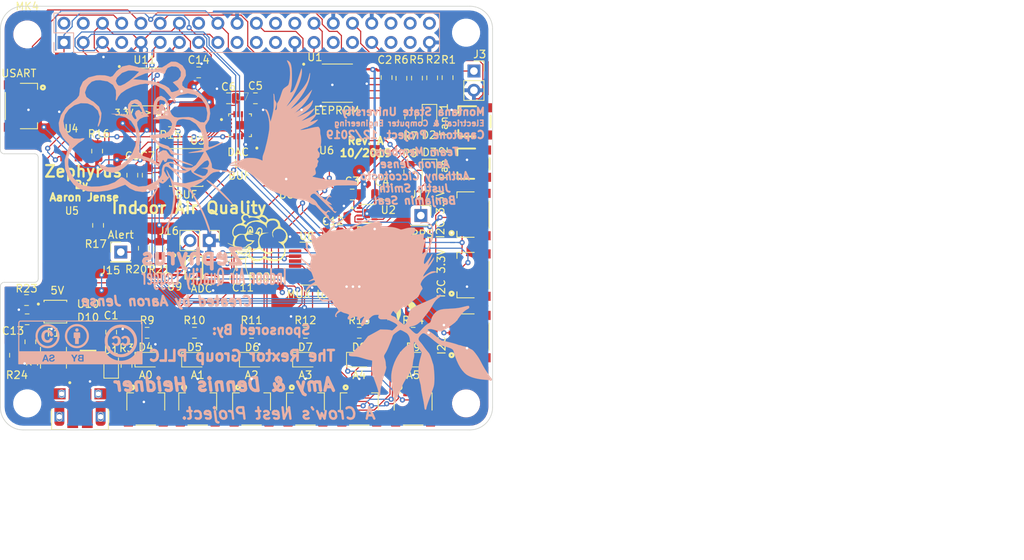
<source format=kicad_pcb>
(kicad_pcb (version 20171130) (host pcbnew "(5.1.4)-1")
  (title_block (date "15 nov 2012"))
  (layers (0 F.Cu signal) (31 B.Cu signal) (34 B.Paste user hide) (35 F.Paste user) (36 B.SilkS user hide) (37 F.SilkS user) (38 B.Mask user) (39 F.Mask user hide) (44 Edge.Cuts user))
  (net 0 "")
  (net 1 +5V)
  (net 2 GND)
  (net 3 +3V3)
  (net 4 "/GPIO10(SPI0_MOSI)")
  (net 5 "/GPIO11(SPI0_SCK)")
  (net 6 "/GPIO8(SPI0_CE_N)")
  (net 7 /ID_SC_EEPROM)
  (net 8 "Net-(J1-Pad2)")
  (net 9 "Net-(J1-Pad4)")
  (net 10 "/GPIO4(GCLK)")
  (net 11 "/GPIO24(GEN5)")
  (net 12 "/GPIO7(SPI1_CE_N)")
  (net 13 "/GPIO19(SPI1_MISO)")
  (net 14 /GPIO16)
  (net 15 "/GPIO20(SPI1_MOSI)")
  (net 16 "/GPIO21(SPI1_SCK)")
  (net 17 /ADC0)
  (net 18 /ADC1)
  (net 19 /ADC2)
  (net 20 /ADC3)
  (net 21 /ADC4)
  (net 22 /ADC5)
  (net 23 "/GPIO9(SPI0_MISO)")
  (net 24 "/GPIO17(GEN0)")
  (net 25 "/GPIO27(GEN2)")
  (net 26 "/GPIO22(GEN3)")
  (net 27 /GPIO5)
  (net 28 /GPIO6)
  (net 29 /GPIO26)
  (net 30 "Net-(D2-Pad1)")
  (net 31 "Net-(D3-Pad1)")
  (net 32 /Analog_Sensors/BUF_OUT_0)
  (net 33 "Net-(D4-Pad1)")
  (net 34 /Analog_Sensors/BUF_OUT_1)
  (net 35 "Net-(D5-Pad1)")
  (net 36 /Analog_Sensors/BUF_OUT_2)
  (net 37 "Net-(D6-Pad1)")
  (net 38 /Analog_Sensors/BUF_OUT_3)
  (net 39 "Net-(D7-Pad1)")
  (net 40 /Analog_Sensors/BUF_OUT_4)
  (net 41 "Net-(D8-Pad1)")
  (net 42 /Analog_Sensors/BUF_OUT_5)
  (net 43 "Net-(D9-Pad1)")
  (net 44 "Net-(F1-Pad1)")
  (net 45 "Net-(J2-PadS1)")
  (net 46 "Net-(J2-PadS2)")
  (net 47 "/GPIO2(SDA1)")
  (net 48 "/GPIO3(SCL1)")
  (net 49 "/GPIO14(TXD0)")
  (net 50 "/GPIO15(RXD0)")
  (net 51 "/GPIO18(GEN1)(PWM0)")
  (net 52 /FAN_nSLEEP)
  (net 53 /ID_SD_EEPROM)
  (net 54 /FAN_PWM0)
  (net 55 /FAN_PWM1)
  (net 56 "Net-(J7-PadS1)")
  (net 57 "Net-(J7-PadS2)")
  (net 58 /SCL_5)
  (net 59 /SDA_5)
  (net 60 "Net-(J9-PadS2)")
  (net 61 "Net-(J9-PadS1)")
  (net 62 "Net-(J10-PadS2)")
  (net 63 "Net-(J10-PadS1)")
  (net 64 "Net-(J11-PadS2)")
  (net 65 "Net-(J11-PadS1)")
  (net 66 "Net-(J12-PadS2)")
  (net 67 "Net-(J12-PadS1)")
  (net 68 "Net-(J13-PadS2)")
  (net 69 "Net-(J13-PadS1)")
  (net 70 "Net-(J14-PadS2)")
  (net 71 "Net-(J14-PadS1)")
  (net 72 /ADC_Subsystem/ADC_ALERT)
  (net 73 /ADC_Subsystem/ADC_ADDR)
  (net 74 /Analog_Sensors/DAC_OUT_C)
  (net 75 /Analog_Sensors/DAC_OUT_D)
  (net 76 /Analog_Sensors/DAC_OUT_A)
  (net 77 /Analog_Sensors/DAC_OUT_B)
  (net 78 /Analog_Sensors/DAC_OUT_E)
  (net 79 /Analog_Sensors/DAC_OUT_F)
  (net 80 "Net-(U7-Pad12)")
  (net 81 "Net-(U7-Pad11)")
  (net 82 "Net-(U8-Pad4)")
  (net 83 /ADC_Subsystem/MUL_COM)
  (net 84 "Net-(U8-Pad2)")
  (net 85 "Net-(J7-Pad2)")
  (net 86 "Net-(J7-Pad3)")
  (net 87 "Net-(J7-Pad4)")
  (net 88 "Net-(J7-PadS3)")
  (net 89 "Net-(J7-PadS4)")
  (net 90 "Net-(J7-PadS5)")
  (net 91 "Net-(J7-PadS6)")
  (net 92 /PowerManagement/VREG_IN_5V)
  (net 93 "Net-(D1-Pad1)")
  (net 94 /PowerManagement/VREG_SENSE)
  (net 95 "Net-(U10-Pad8)")
  (net 96 "Net-(U10-Pad6)")
  (net 97 /ADC_Subsystem/MUL_C_5V)
  (net 98 /ADC_Subsystem/MUL_B_5V)
  (net 99 /ADC_Subsystem/MUL_A_5V)
  (net 100 "/GPIO23(GEN4)")
  (net 101 /Analog_Sensors/DAC_CLR)
  (net 102 /Fan_Control/FAN_OUT1)
  (net 103 /Fan_Control/FAN_OUT2)
  (net 104 "Net-(J3-Pad1)")
  (net 105 "Net-(J6-PadS1)")
  (net 106 "Net-(J6-PadS2)")
  (net 107 "Net-(J8-PadS1)")
  (net 108 "Net-(J8-PadS2)")
  (net 109 "Net-(J16-PadS1)")
  (net 110 "Net-(J16-PadS2)")
  (net 111 "Net-(U11-Pad13)")
  (net 112 "Net-(U11-Pad12)")
  (net 113 "Net-(U11-Pad11)")
  (module "zephyrus-iaq:SM02B-SRSS-TB(LF)(SN)" (layer F.Cu) (at 262.001 114.808 90)
    (fp_text reference J5 hide)
    (fp_text value "Fan 2" (at 0.1016 -3.4544 90) (layer F.SilkS) (effects (font (size 1.00328 1.00328))))
    (pad 4 smd rect (at 1.8 1.9 180) (size 1.8 1.2) (layers F.Cu F.Paste F.Mask))
    (pad 3 smd rect (at -1.8 1.9 180) (size 1.8 1.2) (layers F.Cu F.Paste F.Mask))
    (pad 2 smd rect (at 0.5 -1.975 180) (size 1.55 0.6) (layers F.Cu F.Paste F.Mask) (net 2 GND))
    (pad 1 smd rect (at -0.5 -1.975 180) (size 1.55 0.6) (layers F.Cu F.Paste F.Mask) (net 103 /Fan_Control/FAN_OUT2))
  )
  (module "zephyrus-iaq:SM02B-SRSS-TB(LF)(SN)" (layer F.Cu) (at 262.128 109.22 90)
    (fp_text reference J4 hide)
    (fp_text value "Fan 1" (at 0.2032 -3.556 90) (layer F.SilkS) (effects (font (size 1.00328 1.00328))))
    (pad 4 smd rect (at 1.8 1.9 180) (size 1.8 1.2) (layers F.Cu F.Paste F.Mask))
    (pad 3 smd rect (at -1.8 1.9 180) (size 1.8 1.2) (layers F.Cu F.Paste F.Mask))
    (pad 2 smd rect (at 0.5 -1.975 180) (size 1.55 0.6) (layers F.Cu F.Paste F.Mask) (net 2 GND))
    (pad 1 smd rect (at -0.5 -1.975 180) (size 1.55 0.6) (layers F.Cu F.Paste F.Mask) (net 102 /Fan_Control/FAN_OUT1))
  )
  (module zephyrus-iaq:FCI_10103594-0001LF (layer F.Cu) (at 210.5152 148.2598)
    (fp_text reference J7 hide)
    (fp_text value 10103594-0001LF hide)
    (fp_poly (pts (xy 3.375 0.7) (xy 3.375 0.6) (xy 2.075 0.6) (xy 2.075 0.7) (xy 2.07325 0.712451) (xy 2.07123 0.735508) (xy 2.07042 0.758639) (xy 2.07083 0.781781) (xy 2.07244 0.80487) (xy 2.07526 0.827843) (xy 2.07928 0.850637) (xy 2.08449 0.873189) (xy 2.09087 0.895437) (xy 2.0984 0.917322) (xy 2.10707 0.938782) (xy 2.11685 0.959759) (xy 2.12772 0.980195) (xy 2.13964 1.00003) (xy 2.15258 1.01922) (xy 2.16651 1.03771) (xy 2.18139 1.05544) (xy 2.19718 1.07237) (xy 2.21382 1.08844) (xy 2.23129 1.10363) (xy 2.24953 1.11788) (xy 2.26849 1.13115) (xy 2.28812 1.14342) (xy 2.30836 1.15464) (xy 2.32916 1.16479) (xy 2.35047 1.17383) (xy 2.37222 1.18175) (xy 2.39435 1.18851) (xy 2.41681 1.19411) (xy 2.43953 1.19853) (xy 2.45 1.2) (xy 2.95 1.2) (xy 2.96504 1.19869) (xy 2.98911 1.19531) (xy 3.01296 1.19067) (xy 3.03654 1.1848) (xy 3.05978 1.17769) (xy 3.08262 1.16938) (xy 3.10499 1.15988) (xy 3.12683 1.14923) (xy 3.14809 1.13745) (xy 3.16869 1.12457) (xy 3.1886 1.11063) (xy 3.20775 1.09567) (xy 3.22609 1.07973) (xy 3.24357 1.06285) (xy 3.26015 1.04507) (xy 3.27577 1.02646) (xy 3.29039 1.00705) (xy 3.30398 0.986904) (xy 3.3165 0.966074) (xy 3.32791 0.944617) (xy 3.33818 0.922593) (xy 3.34728 0.900061) (xy 3.35519 0.877083) (xy 3.36189 0.853723) (xy 3.36736 0.830045) (xy 3.37158 0.806112) (xy 3.37454 0.781992) (xy 3.37623 0.75775) (xy 3.37666 0.733452) (xy 3.37581 0.709165)) (layer F.Cu) (width 0.0001))
    (fp_poly (pts (xy 3.9 -2.05) (xy 3.9 -1.35) (xy 3.375 -1.35) (xy 3.375 -0.6) (xy 2.075 -0.6) (xy 2.075 -2.05)) (layer F.Cu) (width 0.0001))
    (fp_line (start 2.375 0.25) (end 2.375 -0.25) (layer Edge.Cuts) (width 0.1))
    (fp_arc (start 2.725 0.25) (end 2.375 0.25) (angle -180) (layer Edge.Cuts) (width 0.1))
    (fp_line (start 3.075 -0.25) (end 3.075 0.25) (layer Edge.Cuts) (width 0.1))
    (fp_arc (start 2.725 -0.25) (end 3.075 -0.25) (angle -180) (layer Edge.Cuts) (width 0.1))
    (fp_poly (pts (xy -3.375 0.7) (xy -3.375 0.6) (xy -2.075 0.6) (xy -2.075 0.7) (xy -2.07325 0.712451) (xy -2.07123 0.735508) (xy -2.07042 0.758639) (xy -2.07083 0.781781) (xy -2.07244 0.80487) (xy -2.07526 0.827843) (xy -2.07928 0.850637) (xy -2.08449 0.873189) (xy -2.09087 0.895437) (xy -2.0984 0.917322) (xy -2.10707 0.938782) (xy -2.11685 0.959759) (xy -2.12772 0.980195) (xy -2.13964 1.00003) (xy -2.15258 1.01922) (xy -2.16651 1.03771) (xy -2.18139 1.05544) (xy -2.19718 1.07237) (xy -2.21382 1.08844) (xy -2.23129 1.10363) (xy -2.24953 1.11788) (xy -2.26849 1.13115) (xy -2.28812 1.14342) (xy -2.30836 1.15464) (xy -2.32916 1.16479) (xy -2.35047 1.17383) (xy -2.37222 1.18175) (xy -2.39435 1.18851) (xy -2.41681 1.19411) (xy -2.43953 1.19853) (xy -2.45 1.2) (xy -2.95 1.2) (xy -2.96504 1.19869) (xy -2.98911 1.19531) (xy -3.01296 1.19067) (xy -3.03654 1.1848) (xy -3.05978 1.17769) (xy -3.08262 1.16938) (xy -3.10499 1.15988) (xy -3.12683 1.14923) (xy -3.14809 1.13745) (xy -3.16869 1.12457) (xy -3.1886 1.11063) (xy -3.20775 1.09567) (xy -3.22609 1.07973) (xy -3.24357 1.06285) (xy -3.26015 1.04507) (xy -3.27577 1.02646) (xy -3.29039 1.00705) (xy -3.30398 0.986904) (xy -3.3165 0.966074) (xy -3.32791 0.944617) (xy -3.33818 0.922593) (xy -3.34728 0.900061) (xy -3.35519 0.877083) (xy -3.36189 0.853723) (xy -3.36736 0.830045) (xy -3.37158 0.806112) (xy -3.37454 0.781992) (xy -3.37623 0.75775) (xy -3.37666 0.733452) (xy -3.37581 0.709165)) (layer F.Cu) (width 0.0001))
    (fp_poly (pts (xy -3.9 -2.05) (xy -3.9 -1.35) (xy -3.375 -1.35) (xy -3.375 -0.6) (xy -2.075 -0.6) (xy -2.075 -2.05)) (layer F.Cu) (width 0.0001))
    (fp_line (start -2.375 0.25) (end -2.375 -0.25) (layer Edge.Cuts) (width 0.1))
    (fp_arc (start -2.725 0.25) (end -2.375 0.25) (angle 180) (layer Edge.Cuts) (width 0.1))
    (fp_line (start -3.075 -0.25) (end -3.075 0.25) (layer Edge.Cuts) (width 0.1))
    (fp_arc (start -2.725 -0.25) (end -3.075 -0.25) (angle 180) (layer Edge.Cuts) (width 0.1))
    (fp_line (start 2.1 -3.23) (end 2.1 -2.83) (layer Edge.Cuts) (width 0.1))
    (fp_arc (start 2.425 -3.23) (end 2.1 -3.23) (angle 180) (layer Edge.Cuts) (width 0.1))
    (fp_line (start 2.75 -2.83) (end 2.75 -3.23) (layer Edge.Cuts) (width 0.1))
    (fp_arc (start 2.425 -2.83) (end 2.75 -2.83) (angle 180) (layer Edge.Cuts) (width 0.1))
    (fp_poly (pts (xy 1.9 -3.555) (xy 1.9 -3.76) (xy 3.9 -3.76) (xy 3.9 -2.3) (xy 1.9 -2.3) (xy 1.9 -2.505) (xy 2.9 -2.505) (xy 2.9 -3.555)) (layer F.Cu) (width 0.0001))
    (fp_line (start -2.1 -3.23) (end -2.1 -2.83) (layer Edge.Cuts) (width 0.1))
    (fp_arc (start -2.425 -3.23) (end -2.1 -3.23) (angle -180) (layer Edge.Cuts) (width 0.1))
    (fp_line (start -2.75 -2.83) (end -2.75 -3.23) (layer Edge.Cuts) (width 0.1))
    (fp_arc (start -2.425 -2.83) (end -2.75 -2.83) (angle -180) (layer Edge.Cuts) (width 0.1))
    (fp_poly (pts (xy -1.9 -3.555) (xy -1.9 -3.76) (xy -3.9 -3.76) (xy -3.9 -2.3) (xy -1.9 -2.3) (xy -1.9 -2.505) (xy -2.9 -2.505) (xy -2.9 -3.555)) (layer F.Cu) (width 0.0001))
    (pad S6 thru_hole rect (at 2.725 0 90) (size 1.3 1.3) (drill 0.7) (layers *.Cu *.Mask) (net 91 "Net-(J7-PadS6)"))
    (pad S5 thru_hole rect (at -2.725 0 90) (size 1.3 1.3) (drill 0.7) (layers *.Cu *.Mask) (net 90 "Net-(J7-PadS5)"))
    (pad S4 thru_hole rect (at 2.425 -3.03 180) (size 1.05 1.05) (drill 0.65) (layers *.Cu *.Mask) (net 89 "Net-(J7-PadS4)"))
    (pad S3 thru_hole rect (at -2.425 -3.03) (size 1.05 1.05) (drill 0.65) (layers *.Cu *.Mask) (net 88 "Net-(J7-PadS3)"))
    (pad S2 smd rect (at 0.9625 0.25) (size 1.425 2.5) (layers F.Cu F.Paste F.Mask) (net 57 "Net-(J7-PadS2)"))
    (pad S1 smd rect (at -0.9625 0.25 180) (size 1.425 2.5) (layers F.Cu F.Paste F.Mask) (net 56 "Net-(J7-PadS1)"))
    (pad 5 smd rect (at 1.3 -2.825 90) (size 1.75 0.4) (layers F.Cu F.Paste F.Mask) (net 2 GND))
    (pad 4 smd rect (at 0.65 -2.825 90) (size 1.75 0.4) (layers F.Cu F.Paste F.Mask) (net 87 "Net-(J7-Pad4)"))
    (pad 3 smd rect (at 0 -2.825 90) (size 1.75 0.4) (layers F.Cu F.Paste F.Mask) (net 86 "Net-(J7-Pad3)"))
    (pad 2 smd rect (at -0.65 -2.825 90) (size 1.75 0.4) (layers F.Cu F.Paste F.Mask) (net 85 "Net-(J7-Pad2)"))
    (pad 1 smd rect (at -1.3 -2.825 90) (size 1.75 0.4) (layers F.Cu F.Paste F.Mask) (net 44 "Net-(F1-Pad1)"))
  )
  (module zephyrus-iaq:BSS138 (layer F.Cu) (at 209.4484 123.5788)
    (fp_text reference U5 (at 0 -2.54) (layer F.SilkS) (effects (font (size 1 0.9))))
    (fp_text value BSS138 hide)
    (pad G smd rect (at -0.95 1.1) (size 1 1.4) (layers F.Cu F.Paste F.Mask) (net 3 +3V3))
    (pad S smd rect (at 0.95 1.1) (size 1 1.4) (layers F.Cu F.Paste F.Mask) (net 48 "/GPIO3(SCL1)"))
    (pad D smd rect (at 0 -1.1) (size 1 1.4) (layers F.Cu F.Paste F.Mask) (net 58 /SCL_5))
  )
  (module zephyrus-iaq:SOIC127P600X175-8N (layer F.Cu) (at 244.5004 104.1654)
    (fp_text reference U1 (at -2.9718 -3.429) (layer F.SilkS))
    (fp_text value EEPROM (at -0.1016 3.6068) (layer F.SilkS))
    (pad 8 smd rect (at 2.475 -1.905) (size 1.97 0.6) (layers F.Cu F.Paste F.Mask) (net 3 +3V3))
    (pad 7 smd rect (at 2.475 -0.635) (size 1.97 0.6) (layers F.Cu F.Paste F.Mask) (net 104 "Net-(J3-Pad1)"))
    (pad 6 smd rect (at 2.475 0.635) (size 1.97 0.6) (layers F.Cu F.Paste F.Mask) (net 7 /ID_SC_EEPROM))
    (pad 5 smd rect (at 2.475 1.905) (size 1.97 0.6) (layers F.Cu F.Paste F.Mask) (net 53 /ID_SD_EEPROM))
    (pad 4 smd rect (at -2.475 1.905) (size 1.97 0.6) (layers F.Cu F.Paste F.Mask) (net 2 GND))
    (pad 3 smd rect (at -2.475 0.635) (size 1.97 0.6) (layers F.Cu F.Paste F.Mask) (net 2 GND))
    (pad 2 smd rect (at -2.475 -0.635) (size 1.97 0.6) (layers F.Cu F.Paste F.Mask) (net 2 GND))
    (pad 1 smd rect (at -2.475 -1.905) (size 1.97 0.6) (layers F.Cu F.Paste F.Mask) (net 2 GND))
  )
  (module zephyrus-iaq:SOIC127P600X175-8N (layer F.Cu) (at 238.3155 115.2525)
    (fp_text reference U6 (at 4.7625 -2.1971) (layer F.SilkS))
    (fp_text value BUF (at -0.0889 3.6449) (layer F.SilkS))
    (pad 8 smd rect (at 2.475 -1.905) (size 1.97 0.6) (layers F.Cu F.Paste F.Mask) (net 1 +5V))
    (pad 7 smd rect (at 2.475 -0.635) (size 1.97 0.6) (layers F.Cu F.Paste F.Mask) (net 42 /Analog_Sensors/BUF_OUT_5))
    (pad 6 smd rect (at 2.475 0.635) (size 1.97 0.6) (layers F.Cu F.Paste F.Mask) (net 42 /Analog_Sensors/BUF_OUT_5))
    (pad 5 smd rect (at 2.475 1.905) (size 1.97 0.6) (layers F.Cu F.Paste F.Mask) (net 78 /Analog_Sensors/DAC_OUT_E))
    (pad 4 smd rect (at -2.475 1.905) (size 1.97 0.6) (layers F.Cu F.Paste F.Mask) (net 2 GND))
    (pad 3 smd rect (at -2.475 0.635) (size 1.97 0.6) (layers F.Cu F.Paste F.Mask) (net 79 /Analog_Sensors/DAC_OUT_F))
    (pad 2 smd rect (at -2.475 -0.635) (size 1.97 0.6) (layers F.Cu F.Paste F.Mask) (net 40 /Analog_Sensors/BUF_OUT_4))
    (pad 1 smd rect (at -2.475 -1.905) (size 1.97 0.6) (layers F.Cu F.Paste F.Mask) (net 40 /Analog_Sensors/BUF_OUT_4))
  )
  (module zephyrus-iaq:SON50P200X200X80-9N (layer F.Cu) (at 248.412 121.412)
    (fp_text reference U2 (at 2.8194 -0.4826) (layer F.SilkS))
    (fp_text value FAN (at -0.0762 2.286) (layer F.SilkS))
    (pad 9 smd rect (at 0 0) (size 0.8 1.2) (layers F.Cu F.Paste F.Mask) (net 2 GND))
    (pad 8 smd rect (at 0.985 -0.75) (size 0.76 0.27) (layers F.Cu F.Paste F.Mask) (net 3 +3V3))
    (pad 7 smd rect (at 0.985 -0.25) (size 0.76 0.27) (layers F.Cu F.Paste F.Mask) (net 52 /FAN_nSLEEP))
    (pad 6 smd rect (at 0.985 0.25) (size 0.76 0.27) (layers F.Cu F.Paste F.Mask) (net 54 /FAN_PWM0))
    (pad 5 smd rect (at 0.985 0.75) (size 0.76 0.27) (layers F.Cu F.Paste F.Mask) (net 55 /FAN_PWM1))
    (pad 4 smd rect (at -0.985 0.75) (size 0.76 0.27) (layers F.Cu F.Paste F.Mask) (net 2 GND))
    (pad 3 smd rect (at -0.985 0.25) (size 0.76 0.27) (layers F.Cu F.Paste F.Mask) (net 103 /Fan_Control/FAN_OUT2))
    (pad 2 smd rect (at -0.985 -0.25) (size 0.76 0.27) (layers F.Cu F.Paste F.Mask) (net 102 /Fan_Control/FAN_OUT1))
    (pad 1 smd rect (at -0.985 -0.75) (size 0.76 0.27) (layers F.Cu F.Paste F.Mask) (net 1 +5V))
  )
  (module "zephyrus-iaq:JST_SM04B-SRSS-TB(LF)(SN)" (layer F.Cu) (at 259.969 121.539 90)
    (fp_text reference J8 hide)
    (fp_text value "I2C 3.3V" (at 0.0508 -1.8542 90) (layer F.SilkS) (effects (font (size 1.00057 1.00057))))
    (pad 4 smd rect (at 1.5 0 90) (size 0.6 1.55) (layers F.Cu F.Paste F.Mask) (net 48 "/GPIO3(SCL1)"))
    (pad 3 smd rect (at 0.5 0 90) (size 0.6 1.55) (layers F.Cu F.Paste F.Mask) (net 47 "/GPIO2(SDA1)"))
    (pad 2 smd rect (at -0.5 0 90) (size 0.6 1.55) (layers F.Cu F.Paste F.Mask) (net 3 +3V3))
    (pad 1 smd rect (at -1.5 0 90) (size 0.6 1.55) (layers F.Cu F.Paste F.Mask) (net 2 GND))
    (pad S1 smd rect (at -2.8 3.875 270) (size 1.2 1.8) (layers F.Cu F.Paste F.Mask) (net 107 "Net-(J8-PadS1)"))
    (pad S2 smd rect (at 2.8 3.875 270) (size 1.2 1.8) (layers F.Cu F.Paste F.Mask) (net 108 "Net-(J8-PadS2)"))
  )
  (module Diode_SMD:D_0805_2012Metric (layer F.Cu) (at 256.667 108.6635 270)
    (fp_text reference D2 (at 2.3599 0.0762 180) (layer F.SilkS))
    (fp_text value LED)
    (pad 2 smd roundrect (at 0.9375 0 270) (size 0.975 1.4) (layers F.Cu F.Paste F.Mask) (net 102 /Fan_Control/FAN_OUT1))
    (pad 1 smd roundrect (at -0.9375 0 270) (size 0.975 1.4) (layers F.Cu F.Paste F.Mask) (net 30 "Net-(D2-Pad1)"))
  )
  (module zephyrus-iaq:BSS138 (layer F.Cu) (at 209.3722 112.7076)
    (fp_text reference U4 (at 0 -2.54) (layer F.SilkS) (effects (font (size 1 0.9))))
    (fp_text value BSS138 hide)
    (pad G smd rect (at -0.95 1.1) (size 1 1.4) (layers F.Cu F.Paste F.Mask) (net 3 +3V3))
    (pad S smd rect (at 0.95 1.1) (size 1 1.4) (layers F.Cu F.Paste F.Mask) (net 47 "/GPIO2(SDA1)"))
    (pad D smd rect (at 0 -1.1) (size 1 1.4) (layers F.Cu F.Paste F.Mask) (net 59 /SDA_5))
  )
  (module Resistor_SMD:R_0805_2012Metric (layer F.Cu) (at 212.9028 122.9614 90)
    (fp_text reference R17 (at -2.4638 -0.3048 180) (layer F.SilkS))
    (fp_text value 3.3k)
    (pad 2 smd roundrect (at 0.9375 0 90) (size 0.975 1.4) (layers F.Cu F.Paste F.Mask) (net 58 /SCL_5))
    (pad 1 smd roundrect (at -0.9375 0 90) (size 0.975 1.4) (layers F.Cu F.Paste F.Mask) (net 1 +5V))
  )
  (module Resistor_SMD:R_0805_2012Metric (layer F.Cu) (at 212.7758 113.1547 90)
    (fp_text reference R16 (at 2.2837 0.2286 180) (layer F.SilkS))
    (fp_text value 3.3k)
    (pad 2 smd roundrect (at 0.9375 0 90) (size 0.975 1.4) (layers F.Cu F.Paste F.Mask) (net 59 /SDA_5))
    (pad 1 smd roundrect (at -0.9375 0 90) (size 0.975 1.4) (layers F.Cu F.Paste F.Mask) (net 1 +5V))
  )
  (module Resistor_SMD:R_0805_2012Metric (layer F.Cu) (at 254 115.8725 270)
    (fp_text reference R8 (at -2.4361 -0.1016 180) (layer F.SilkS))
    (fp_text value 330)
    (pad 2 smd roundrect (at 0.9375 0 270) (size 0.975 1.4) (layers F.Cu F.Paste F.Mask) (net 2 GND))
    (pad 1 smd roundrect (at -0.9375 0 270) (size 0.975 1.4) (layers F.Cu F.Paste F.Mask) (net 31 "Net-(D3-Pad1)"))
  )
  (module Resistor_SMD:R_0805_2012Metric (layer F.Cu) (at 254.127 108.6635 270)
    (fp_text reference R7 (at 2.4869 -0.0254 180) (layer F.SilkS))
    (fp_text value 330)
    (pad 2 smd roundrect (at 0.9375 0 270) (size 0.975 1.4) (layers F.Cu F.Paste F.Mask) (net 2 GND))
    (pad 1 smd roundrect (at -0.9375 0 270) (size 0.975 1.4) (layers F.Cu F.Paste F.Mask) (net 30 "Net-(D2-Pad1)"))
  )
  (module Resistor_SMD:R_0805_2012Metric_Pad1.15x1.40mm_HandSolder (layer F.Cu) (at 252.9586 103.5214 270)
    (fp_text reference R6 (at -2.4548 0.0254 180) (layer F.SilkS))
    (fp_text value 3.9k)
    (pad 2 smd roundrect (at 1.025 0 270) (size 1.15 1.4) (layers F.Cu F.Paste F.Mask) (roundrect_rratio 0.217391) (net 7 /ID_SC_EEPROM))
    (pad 1 smd roundrect (at -1.025 0 270) (size 1.15 1.4) (layers F.Cu F.Paste F.Mask) (roundrect_rratio 0.217391) (net 3 +3V3))
  )
  (module Resistor_SMD:R_0805_2012Metric_Pad1.15x1.40mm_HandSolder (layer F.Cu) (at 255.016 103.496 270)
    (fp_text reference R5 (at -2.4294 0.0508 180) (layer F.SilkS))
    (fp_text value 3.9k)
    (pad 2 smd roundrect (at 1.025 0 270) (size 1.15 1.4) (layers F.Cu F.Paste F.Mask) (roundrect_rratio 0.217391) (net 53 /ID_SD_EEPROM))
    (pad 1 smd roundrect (at -1.025 0 270) (size 1.15 1.4) (layers F.Cu F.Paste F.Mask) (roundrect_rratio 0.217391) (net 3 +3V3))
  )
  (module Resistor_SMD:R_0805_2012Metric_Pad1.15x1.40mm_HandSolder (layer F.Cu) (at 259.0546 103.4378 90)
    (fp_text reference R2 (at 2.3966 -1.905 180) (layer F.SilkS))
    (fp_text value DNP)
    (pad 2 smd roundrect (at 1.025 0 90) (size 1.15 1.4) (layers F.Cu F.Paste F.Mask) (roundrect_rratio 0.217391) (net 104 "Net-(J3-Pad1)"))
    (pad 1 smd roundrect (at -1.025 0 90) (size 1.15 1.4) (layers F.Cu F.Paste F.Mask) (roundrect_rratio 0.217391) (net 2 GND))
  )
  (module Resistor_SMD:R_0805_2012Metric_Pad1.15x1.40mm_HandSolder (layer F.Cu) (at 257.0226 103.4632 270)
    (fp_text reference R1 (at -2.3966 -2.159 180) (layer F.SilkS))
    (fp_text value 1k)
    (pad 2 smd roundrect (at 1.025 0 270) (size 1.15 1.4) (layers F.Cu F.Paste F.Mask) (roundrect_rratio 0.217391) (net 104 "Net-(J3-Pad1)"))
    (pad 1 smd roundrect (at -1.025 0 270) (size 1.15 1.4) (layers F.Cu F.Paste F.Mask) (roundrect_rratio 0.217391) (net 3 +3V3))
  )
  (module MountingHole:MountingHole_2.7mm_M2.5 (layer F.Cu) (at 203.551 97.7238)
    (fp_text reference MK4 (at 0 -3.7) (layer F.SilkS))
    (fp_text value M2.5)
    (pad 1 np_thru_hole circle (at 0 0) (size 2.7 2.7) (drill 2.7) (layers *.Cu *.Mask))
  )
  (module MountingHole:MountingHole_2.7mm_M2.5 (layer F.Cu) (at 261.5 97.4948)
    (fp_text reference MK3 hide)
    (fp_text value M2.5)
    (pad 1 np_thru_hole circle (at 0 0) (size 2.7 2.7) (drill 2.7) (layers *.Cu *.Mask))
  )
  (module MountingHole:MountingHole_2.7mm_M2.5 (layer F.Cu) (at 261.5 146.4948)
    (fp_text reference MK2 hide)
    (fp_text value M2.5)
    (pad 1 np_thru_hole circle (at 0 0) (size 2.7 2.7) (drill 2.7) (layers *.Cu *.Mask))
  )
  (module MountingHole:MountingHole_2.7mm_M2.5 (layer F.Cu) (at 203.551 146.494)
    (fp_text reference MK1 hide)
    (fp_text value M2.5)
    (pad 1 np_thru_hole circle (at 0 0) (size 2.7 2.7) (drill 2.7) (layers *.Cu *.Mask))
  )
  (module Connector_PinSocket_2.54mm:PinSocket_1x01_P2.54mm_Vertical (layer F.Cu) (at 255.524 121.666)
    (fp_text reference J17 (at 0 -2.77) (layer F.SilkS))
    (fp_text value PPS)
    (pad 1 thru_hole rect (at 0 0) (size 1.7 1.7) (drill 1) (layers *.Cu *.Mask) (net 51 "/GPIO18(GEN1)(PWM0)"))
  )
  (module "zephyrus-iaq:JST_SM04B-SRSS-TB(LF)(SN)" (layer F.Cu) (at 259.969 137.668 90)
    (fp_text reference J16 hide)
    (fp_text value "I2C 5V" (at 0.1016 -1.7018 90) (layer F.SilkS) (effects (font (size 1.00057 1.00057))))
    (pad 4 smd rect (at 1.5 0 90) (size 0.6 1.55) (layers F.Cu F.Paste F.Mask) (net 58 /SCL_5))
    (pad 3 smd rect (at 0.5 0 90) (size 0.6 1.55) (layers F.Cu F.Paste F.Mask) (net 59 /SDA_5))
    (pad 2 smd rect (at -0.5 0 90) (size 0.6 1.55) (layers F.Cu F.Paste F.Mask) (net 1 +5V))
    (pad 1 smd rect (at -1.5 0 90) (size 0.6 1.55) (layers F.Cu F.Paste F.Mask) (net 2 GND))
    (pad S1 smd rect (at -2.8 3.875 270) (size 1.2 1.8) (layers F.Cu F.Paste F.Mask) (net 109 "Net-(J16-PadS1)"))
    (pad S2 smd rect (at 2.8 3.875 270) (size 1.2 1.8) (layers F.Cu F.Paste F.Mask) (net 110 "Net-(J16-PadS2)"))
  )
  (module "zephyrus-iaq:JST_SM04B-SRSS-TB(LF)(SN)" (layer F.Cu) (at 259.969 129.54 90)
    (fp_text reference J6 hide)
    (fp_text value "I2C 3.3V" (at 0.2286 -1.7526 90) (layer F.SilkS) (effects (font (size 1.00057 1.00057))))
    (pad 4 smd rect (at 1.5 0 90) (size 0.6 1.55) (layers F.Cu F.Paste F.Mask) (net 48 "/GPIO3(SCL1)"))
    (pad 3 smd rect (at 0.5 0 90) (size 0.6 1.55) (layers F.Cu F.Paste F.Mask) (net 47 "/GPIO2(SDA1)"))
    (pad 2 smd rect (at -0.5 0 90) (size 0.6 1.55) (layers F.Cu F.Paste F.Mask) (net 3 +3V3))
    (pad 1 smd rect (at -1.5 0 90) (size 0.6 1.55) (layers F.Cu F.Paste F.Mask) (net 2 GND))
    (pad S1 smd rect (at -2.8 3.875 270) (size 1.2 1.8) (layers F.Cu F.Paste F.Mask) (net 105 "Net-(J6-PadS1)"))
    (pad S2 smd rect (at 2.8 3.875 270) (size 1.2 1.8) (layers F.Cu F.Paste F.Mask) (net 106 "Net-(J6-PadS2)"))
  )
  (module Connector_PinSocket_2.54mm:PinSocket_1x02_P2.54mm_Vertical (layer F.Cu) (at 262.5344 102.5652)
    (fp_text reference J3 (at 0.762 -2.2098) (layer F.SilkS))
    (fp_text value Jumper)
    (pad 2 thru_hole oval (at 0 2.54) (size 1.7 1.7) (drill 1) (layers *.Cu *.Mask) (net 2 GND))
    (pad 1 thru_hole rect (at 0 0) (size 1.7 1.7) (drill 1) (layers *.Cu *.Mask) (net 104 "Net-(J3-Pad1)"))
  )
  (module Diode_SMD:D_0805_2012Metric (layer F.Cu) (at 256.667 115.9025 270)
    (fp_text reference D3 (at -2.5931 -0.0254 180) (layer F.SilkS))
    (fp_text value LED)
    (pad 2 smd roundrect (at 0.9375 0 270) (size 0.975 1.4) (layers F.Cu F.Paste F.Mask) (net 103 /Fan_Control/FAN_OUT2))
    (pad 1 smd roundrect (at -0.9375 0 270) (size 0.975 1.4) (layers F.Cu F.Paste F.Mask) (net 31 "Net-(D3-Pad1)"))
  )
  (module Capacitor_SMD:C_0805_2012Metric (layer F.Cu) (at 250.3955 118.872)
    (fp_text reference C4 (at 0 -1.65) (layer F.SilkS))
    (fp_text value 100nF)
    (pad 2 smd roundrect (at 0.9375 0) (size 0.975 1.4) (layers F.Cu F.Paste F.Mask) (net 2 GND))
    (pad 1 smd roundrect (at -0.9375 0) (size 0.975 1.4) (layers F.Cu F.Paste F.Mask) (net 3 +3V3))
  )
  (module Capacitor_SMD:C_0805_2012Metric (layer F.Cu) (at 246.4585 118.8895 180)
    (fp_text reference C3 (at 0 1.7701) (layer F.SilkS))
    (fp_text value 100nF)
    (pad 2 smd roundrect (at 0.9375 0 180) (size 0.975 1.4) (layers F.Cu F.Paste F.Mask) (net 2 GND))
    (pad 1 smd roundrect (at -0.9375 0 180) (size 0.975 1.4) (layers F.Cu F.Paste F.Mask) (net 1 +5V))
  )
  (module Capacitor_SMD:C_0805_2012Metric (layer F.Cu) (at 251.0028 103.4265 270)
    (fp_text reference C2 (at -2.3345 0.2286 180) (layer F.SilkS))
    (fp_text value 100nF)
    (pad 2 smd roundrect (at 0.9375 0 270) (size 0.975 1.4) (layers F.Cu F.Paste F.Mask) (net 2 GND))
    (pad 1 smd roundrect (at -0.9375 0 270) (size 0.975 1.4) (layers F.Cu F.Paste F.Mask) (net 3 +3V3))
  )
  (module Resistor_SMD:R_0805_2012Metric (layer F.Cu) (at 222.4555 109.22)
    (fp_text reference R15 (at 0 1.778) (layer F.SilkS))
    (fp_text value 10k)
    (pad 2 smd roundrect (at 0.9375 0) (size 0.975 1.4) (layers F.Cu F.Paste F.Mask) (net 101 /Analog_Sensors/DAC_CLR))
    (pad 1 smd roundrect (at -0.9375 0) (size 0.975 1.4) (layers F.Cu F.Paste F.Mask) (net 1 +5V))
  )
  (module zephyrus-iaq:SOP65P640X120-14N (layer F.Cu) (at 219.457 104.668)
    (fp_text reference U11 (at -0.41042 -3.58362) (layer F.SilkS))
    (fp_text value "3.3V -> 5V" (at -0.9408 3.3582) (layer F.SilkS) (effects (font (size 0.75 0.75))))
    (pad 14 smd rect (at 2.87 -1.95) (size 1.57 0.41) (layers F.Cu F.Paste F.Mask) (net 1 +5V))
    (pad 13 smd rect (at 2.87 -1.3) (size 1.57 0.41) (layers F.Cu F.Paste F.Mask) (net 111 "Net-(U11-Pad13)"))
    (pad 12 smd rect (at 2.87 -0.65) (size 1.57 0.41) (layers F.Cu F.Paste F.Mask) (net 112 "Net-(U11-Pad12)"))
    (pad 11 smd rect (at 2.87 0) (size 1.57 0.41) (layers F.Cu F.Paste F.Mask) (net 113 "Net-(U11-Pad11)"))
    (pad 10 smd rect (at 2.87 0.65) (size 1.57 0.41) (layers F.Cu F.Paste F.Mask) (net 2 GND))
    (pad 9 smd rect (at 2.87 1.3) (size 1.57 0.41) (layers F.Cu F.Paste F.Mask) (net 26 "/GPIO22(GEN3)"))
    (pad 8 smd rect (at 2.87 1.95) (size 1.57 0.41) (layers F.Cu F.Paste F.Mask) (net 97 /ADC_Subsystem/MUL_C_5V))
    (pad 7 smd rect (at -2.87 1.95) (size 1.57 0.41) (layers F.Cu F.Paste F.Mask) (net 2 GND))
    (pad 6 smd rect (at -2.87 1.3) (size 1.57 0.41) (layers F.Cu F.Paste F.Mask) (net 98 /ADC_Subsystem/MUL_B_5V))
    (pad 5 smd rect (at -2.87 0.65) (size 1.57 0.41) (layers F.Cu F.Paste F.Mask) (net 25 "/GPIO27(GEN2)"))
    (pad 4 smd rect (at -2.87 0) (size 1.57 0.41) (layers F.Cu F.Paste F.Mask) (net 2 GND))
    (pad 3 smd rect (at -2.87 -0.65) (size 1.57 0.41) (layers F.Cu F.Paste F.Mask) (net 99 /ADC_Subsystem/MUL_A_5V))
    (pad 2 smd rect (at -2.87 -1.3) (size 1.57 0.41) (layers F.Cu F.Paste F.Mask) (net 24 "/GPIO17(GEN0)"))
    (pad 1 smd rect (at -2.87 -1.95) (size 1.57 0.41) (layers F.Cu F.Paste F.Mask) (net 2 GND))
  )
  (module Capacitor_SMD:C_0805_2012Metric (layer F.Cu) (at 226.187 102.743)
    (fp_text reference C14 (at 0 -1.65) (layer F.SilkS))
    (fp_text value 100nF)
    (pad 2 smd roundrect (at 0.9375 0) (size 0.975 1.4) (layers F.Cu F.Paste F.Mask) (net 2 GND))
    (pad 1 smd roundrect (at -0.9375 0) (size 0.975 1.4) (layers F.Cu F.Paste F.Mask) (net 1 +5V))
  )
  (module zephyrus-iaq:CC-license (layer F.Cu) (at 209.296 135.89)
    (fp_text reference G*** hide)
    (fp_text value LOGO hide)
  )
  (module zephyrus-iaq:crow-fly (layer F.Cu) (at 232.664 109.22)
    (fp_text reference G*** hide)
    (fp_text value LOGO hide)
  )
  (module zephyrus-iaq:wind-lineart_25mm_24mm (layer B.Cu) (at 205.74 108.966 180)
    (fp_text reference G*** hide)
    (fp_text value LOGO hide)
  )
  (module zephyrus-iaq:crows-nest-25mm_25mm (layer F.Cu) (at 252.222 134.62)
    (fp_text reference G*** hide)
    (fp_text value LOGO hide)
  )
  (module zephyrus-iaq:wind-lineart (layer F.Cu) (at 233.553 125.603)
    (fp_text reference G*** hide)
    (fp_text value LOGO hide)
  )
  (module zephyrus-iaq:crows-nest (layer F.Cu) (at 251.206 131.572)
    (fp_text reference G*** hide)
    (fp_text value "Crow's Nest" (at 0 -5.08) (layer F.SilkS) (effects (font (thickness 0.25))))
  )
  (module zephyrus-iaq:REG_EY1501DI-ADJ (layer F.Cu) (at 207.264 134.366)
    (fp_text reference U10 (at 4.318 -1.016) (layer F.SilkS))
    (fp_text value 5V (at 0.254 -2.794) (layer F.SilkS))
    (fp_poly (pts (xy 1.35 1.1) (xy 1.35 1.2) (xy 1.35 1.20262) (xy 1.34973 1.20785) (xy 1.34918 1.21306) (xy 1.34836 1.21823) (xy 1.34727 1.22335) (xy 1.34591 1.22841) (xy 1.3443 1.23339) (xy 1.34242 1.23828) (xy 1.34029 1.24307) (xy 1.33791 1.24773) (xy 1.33529 1.25227) (xy 1.33244 1.25666) (xy 1.32936 1.2609) (xy 1.32607 1.26497) (xy 1.32256 1.26886) (xy 1.31886 1.27256) (xy 1.31497 1.27607) (xy 1.3109 1.27936) (xy 1.30666 1.28244) (xy 1.30227 1.28529) (xy 1.29773 1.28791) (xy 1.29307 1.29029) (xy 1.28828 1.29242) (xy 1.28339 1.2943) (xy 1.27841 1.29591) (xy 1.27335 1.29727) (xy 1.26823 1.29836) (xy 1.26306 1.29918) (xy 1.25785 1.29973) (xy 1.25262 1.3) (xy 1.25 1.3) (xy 1.24738 1.3) (xy 1.24215 1.29973) (xy 1.23694 1.29918) (xy 1.23177 1.29836) (xy 1.22665 1.29727) (xy 1.22159 1.29591) (xy 1.21661 1.2943) (xy 1.21172 1.29242) (xy 1.20693 1.29029) (xy 1.20227 1.28791) (xy 1.19773 1.28529) (xy 1.19334 1.28244) (xy 1.1891 1.27936) (xy 1.18503 1.27607) (xy 1.18114 1.27256) (xy 1.17744 1.26886) (xy 1.17393 1.26497) (xy 1.17064 1.2609) (xy 1.16756 1.25666) (xy 1.16471 1.25227) (xy 1.16209 1.24773) (xy 1.15971 1.24307) (xy 1.15758 1.23828) (xy 1.1557 1.23339) (xy 1.15409 1.22841) (xy 1.15273 1.22335) (xy 1.15164 1.21823) (xy 1.15082 1.21306) (xy 1.15027 1.20785) (xy 1.15 1.20262) (xy 1.15 1.2) (xy 1.15 1.1)) (layer F.Cu) (width 0.001))
    (fp_poly (pts (xy -1.15 1.1) (xy -1.15 1.2) (xy -1.15 1.20262) (xy -1.15027 1.20785) (xy -1.15082 1.21306) (xy -1.15164 1.21823) (xy -1.15273 1.22335) (xy -1.15409 1.22841) (xy -1.1557 1.23339) (xy -1.15758 1.23828) (xy -1.15971 1.24307) (xy -1.16209 1.24773) (xy -1.16471 1.25227) (xy -1.16756 1.25666) (xy -1.17064 1.2609) (xy -1.17393 1.26497) (xy -1.17744 1.26886) (xy -1.18114 1.27256) (xy -1.18503 1.27607) (xy -1.1891 1.27936) (xy -1.19334 1.28244) (xy -1.19773 1.28529) (xy -1.20227 1.28791) (xy -1.20693 1.29029) (xy -1.21172 1.29242) (xy -1.21661 1.2943) (xy -1.22159 1.29591) (xy -1.22665 1.29727) (xy -1.23177 1.29836) (xy -1.23694 1.29918) (xy -1.24215 1.29973) (xy -1.24738 1.3) (xy -1.25 1.3) (xy -1.25262 1.3) (xy -1.25785 1.29973) (xy -1.26306 1.29918) (xy -1.26823 1.29836) (xy -1.27335 1.29727) (xy -1.27841 1.29591) (xy -1.28339 1.2943) (xy -1.28828 1.29242) (xy -1.29307 1.29029) (xy -1.29773 1.28791) (xy -1.30227 1.28529) (xy -1.30666 1.28244) (xy -1.3109 1.27936) (xy -1.31497 1.27607) (xy -1.31886 1.27256) (xy -1.32256 1.26886) (xy -1.32607 1.26497) (xy -1.32936 1.2609) (xy -1.33244 1.25666) (xy -1.33529 1.25227) (xy -1.33791 1.24773) (xy -1.34029 1.24307) (xy -1.34242 1.23828) (xy -1.3443 1.23339) (xy -1.34591 1.22841) (xy -1.34727 1.22335) (xy -1.34836 1.21823) (xy -1.34918 1.21306) (xy -1.34973 1.20785) (xy -1.35 1.20262) (xy -1.35 1.2) (xy -1.35 1.1)) (layer F.Cu) (width 0.001))
    (fp_poly (pts (xy -1.15 1.1) (xy -1.15 1.2) (xy -1.15 1.20262) (xy -1.15027 1.20785) (xy -1.15082 1.21306) (xy -1.15164 1.21823) (xy -1.15273 1.22335) (xy -1.15409 1.22841) (xy -1.1557 1.23339) (xy -1.15758 1.23828) (xy -1.15971 1.24307) (xy -1.16209 1.24773) (xy -1.16471 1.25227) (xy -1.16756 1.25666) (xy -1.17064 1.2609) (xy -1.17393 1.26497) (xy -1.17744 1.26886) (xy -1.18114 1.27256) (xy -1.18503 1.27607) (xy -1.1891 1.27936) (xy -1.19334 1.28244) (xy -1.19773 1.28529) (xy -1.20227 1.28791) (xy -1.20693 1.29029) (xy -1.21172 1.29242) (xy -1.21661 1.2943) (xy -1.22159 1.29591) (xy -1.22665 1.29727) (xy -1.23177 1.29836) (xy -1.23694 1.29918) (xy -1.24215 1.29973) (xy -1.24738 1.3) (xy -1.25 1.3) (xy -1.25262 1.3) (xy -1.25785 1.29973) (xy -1.26306 1.29918) (xy -1.26823 1.29836) (xy -1.27335 1.29727) (xy -1.27841 1.29591) (xy -1.28339 1.2943) (xy -1.28828 1.29242) (xy -1.29307 1.29029) (xy -1.29773 1.28791) (xy -1.30227 1.28529) (xy -1.30666 1.28244) (xy -1.3109 1.27936) (xy -1.31497 1.27607) (xy -1.31886 1.27256) (xy -1.32256 1.26886) (xy -1.32607 1.26497) (xy -1.32936 1.2609) (xy -1.33244 1.25666) (xy -1.33529 1.25227) (xy -1.33791 1.24773) (xy -1.34029 1.24307) (xy -1.34242 1.23828) (xy -1.3443 1.23339) (xy -1.34591 1.22841) (xy -1.34727 1.22335) (xy -1.34836 1.21823) (xy -1.34918 1.21306) (xy -1.34973 1.20785) (xy -1.35 1.20262) (xy -1.35 1.2) (xy -1.35 1.1)) (layer F.Cu) (width 0.001))
    (fp_poly (pts (xy 1.15 -1.1) (xy 1.15 -1.2) (xy 1.15 -1.20262) (xy 1.15027 -1.20785) (xy 1.15082 -1.21306) (xy 1.15164 -1.21823) (xy 1.15273 -1.22335) (xy 1.15409 -1.22841) (xy 1.1557 -1.23339) (xy 1.15758 -1.23828) (xy 1.15971 -1.24307) (xy 1.16209 -1.24773) (xy 1.16471 -1.25227) (xy 1.16756 -1.25666) (xy 1.17064 -1.2609) (xy 1.17393 -1.26497) (xy 1.17744 -1.26886) (xy 1.18114 -1.27256) (xy 1.18503 -1.27607) (xy 1.1891 -1.27936) (xy 1.19334 -1.28244) (xy 1.19773 -1.28529) (xy 1.20227 -1.28791) (xy 1.20693 -1.29029) (xy 1.21172 -1.29242) (xy 1.21661 -1.2943) (xy 1.22159 -1.29591) (xy 1.22665 -1.29727) (xy 1.23177 -1.29836) (xy 1.23694 -1.29918) (xy 1.24215 -1.29973) (xy 1.24738 -1.3) (xy 1.25 -1.3) (xy 1.25262 -1.3) (xy 1.25785 -1.29973) (xy 1.26306 -1.29918) (xy 1.26823 -1.29836) (xy 1.27335 -1.29727) (xy 1.27841 -1.29591) (xy 1.28339 -1.2943) (xy 1.28828 -1.29242) (xy 1.29307 -1.29029) (xy 1.29773 -1.28791) (xy 1.30227 -1.28529) (xy 1.30666 -1.28244) (xy 1.3109 -1.27936) (xy 1.31497 -1.27607) (xy 1.31886 -1.27256) (xy 1.32256 -1.26886) (xy 1.32607 -1.26497) (xy 1.32936 -1.2609) (xy 1.33244 -1.25666) (xy 1.33529 -1.25227) (xy 1.33791 -1.24773) (xy 1.34029 -1.24307) (xy 1.34242 -1.23828) (xy 1.3443 -1.23339) (xy 1.34591 -1.22841) (xy 1.34727 -1.22335) (xy 1.34836 -1.21823) (xy 1.34918 -1.21306) (xy 1.34973 -1.20785) (xy 1.35 -1.20262) (xy 1.35 -1.2) (xy 1.35 -1.1)) (layer F.Cu) (width 0.001))
    (fp_poly (pts (xy 1.15 -1.1) (xy 1.15 -1.2) (xy 1.15 -1.20262) (xy 1.15027 -1.20785) (xy 1.15082 -1.21306) (xy 1.15164 -1.21823) (xy 1.15273 -1.22335) (xy 1.15409 -1.22841) (xy 1.1557 -1.23339) (xy 1.15758 -1.23828) (xy 1.15971 -1.24307) (xy 1.16209 -1.24773) (xy 1.16471 -1.25227) (xy 1.16756 -1.25666) (xy 1.17064 -1.2609) (xy 1.17393 -1.26497) (xy 1.17744 -1.26886) (xy 1.18114 -1.27256) (xy 1.18503 -1.27607) (xy 1.1891 -1.27936) (xy 1.19334 -1.28244) (xy 1.19773 -1.28529) (xy 1.20227 -1.28791) (xy 1.20693 -1.29029) (xy 1.21172 -1.29242) (xy 1.21661 -1.2943) (xy 1.22159 -1.29591) (xy 1.22665 -1.29727) (xy 1.23177 -1.29836) (xy 1.23694 -1.29918) (xy 1.24215 -1.29973) (xy 1.24738 -1.3) (xy 1.25 -1.3) (xy 1.25262 -1.3) (xy 1.25785 -1.29973) (xy 1.26306 -1.29918) (xy 1.26823 -1.29836) (xy 1.27335 -1.29727) (xy 1.27841 -1.29591) (xy 1.28339 -1.2943) (xy 1.28828 -1.29242) (xy 1.29307 -1.29029) (xy 1.29773 -1.28791) (xy 1.30227 -1.28529) (xy 1.30666 -1.28244) (xy 1.3109 -1.27936) (xy 1.31497 -1.27607) (xy 1.31886 -1.27256) (xy 1.32256 -1.26886) (xy 1.32607 -1.26497) (xy 1.32936 -1.2609) (xy 1.33244 -1.25666) (xy 1.33529 -1.25227) (xy 1.33791 -1.24773) (xy 1.34029 -1.24307) (xy 1.34242 -1.23828) (xy 1.3443 -1.23339) (xy 1.34591 -1.22841) (xy 1.34727 -1.22335) (xy 1.34836 -1.21823) (xy 1.34918 -1.21306) (xy 1.34973 -1.20785) (xy 1.35 -1.20262) (xy 1.35 -1.2) (xy 1.35 -1.1)) (layer F.Cu) (width 0.001))
    (fp_poly (pts (xy -1.35 -1.1) (xy -1.35 -1.2) (xy -1.35 -1.20262) (xy -1.34973 -1.20785) (xy -1.34918 -1.21306) (xy -1.34836 -1.21823) (xy -1.34727 -1.22335) (xy -1.34591 -1.22841) (xy -1.3443 -1.23339) (xy -1.34242 -1.23828) (xy -1.34029 -1.24307) (xy -1.33791 -1.24773) (xy -1.33529 -1.25227) (xy -1.33244 -1.25666) (xy -1.32936 -1.2609) (xy -1.32607 -1.26497) (xy -1.32256 -1.26886) (xy -1.31886 -1.27256) (xy -1.31497 -1.27607) (xy -1.3109 -1.27936) (xy -1.30666 -1.28244) (xy -1.30227 -1.28529) (xy -1.29773 -1.28791) (xy -1.29307 -1.29029) (xy -1.28828 -1.29242) (xy -1.28339 -1.2943) (xy -1.27841 -1.29591) (xy -1.27335 -1.29727) (xy -1.26823 -1.29836) (xy -1.26306 -1.29918) (xy -1.25785 -1.29973) (xy -1.25262 -1.3) (xy -1.25 -1.3) (xy -1.24738 -1.3) (xy -1.24215 -1.29973) (xy -1.23694 -1.29918) (xy -1.23177 -1.29836) (xy -1.22665 -1.29727) (xy -1.22159 -1.29591) (xy -1.21661 -1.2943) (xy -1.21172 -1.29242) (xy -1.20693 -1.29029) (xy -1.20227 -1.28791) (xy -1.19773 -1.28529) (xy -1.19334 -1.28244) (xy -1.1891 -1.27936) (xy -1.18503 -1.27607) (xy -1.18114 -1.27256) (xy -1.17744 -1.26886) (xy -1.17393 -1.26497) (xy -1.17064 -1.2609) (xy -1.16756 -1.25666) (xy -1.16471 -1.25227) (xy -1.16209 -1.24773) (xy -1.15971 -1.24307) (xy -1.15758 -1.23828) (xy -1.1557 -1.23339) (xy -1.15409 -1.22841) (xy -1.15273 -1.22335) (xy -1.15164 -1.21823) (xy -1.15082 -1.21306) (xy -1.15027 -1.20785) (xy -1.15 -1.20262) (xy -1.15 -1.2) (xy -1.15 -1.1)) (layer F.Cu) (width 0.001))
    (pad 11 smd rect (at 0 0 270) (size 2 1.6) (layers F.Cu F.Paste F.Mask) (net 2 GND))
    (pad 10 smd rect (at 1.425 -1) (size 0.55 0.23) (layers F.Cu F.Paste F.Mask) (net 92 /PowerManagement/VREG_IN_5V))
    (pad 9 smd rect (at 1.425 -0.5) (size 0.55 0.23) (layers F.Cu F.Paste F.Mask) (net 92 /PowerManagement/VREG_IN_5V))
    (pad 8 smd rect (at 1.425 0) (size 0.55 0.23) (layers F.Cu F.Paste F.Mask) (net 95 "Net-(U10-Pad8)"))
    (pad 7 smd rect (at 1.425 0.5) (size 0.55 0.23) (layers F.Cu F.Paste F.Mask) (net 92 /PowerManagement/VREG_IN_5V))
    (pad 6 smd rect (at 1.425 1) (size 0.55 0.23) (layers F.Cu F.Paste F.Mask) (net 96 "Net-(U10-Pad6)"))
    (pad 5 smd rect (at -1.425 1 180) (size 0.55 0.23) (layers F.Cu F.Paste F.Mask) (net 2 GND))
    (pad 4 smd rect (at -1.425 0.5 180) (size 0.55 0.23) (layers F.Cu F.Paste F.Mask) (net 2 GND))
    (pad 3 smd rect (at -1.425 0 180) (size 0.55 0.23) (layers F.Cu F.Paste F.Mask) (net 94 /PowerManagement/VREG_SENSE))
    (pad 2 smd rect (at -1.425 -0.5 180) (size 0.55 0.23) (layers F.Cu F.Paste F.Mask) (net 1 +5V))
    (pad 1 smd rect (at -1.425 -1 180) (size 0.55 0.23) (layers F.Cu F.Paste F.Mask) (net 1 +5V))
  )
  (module Resistor_SMD:R_0805_2012Metric (layer F.Cu) (at 201.93 140.1295 270)
    (fp_text reference R24 (at 2.6185 -0.254 180) (layer F.SilkS))
    (fp_text value 287)
    (pad 2 smd roundrect (at 0.9375 0 270) (size 0.975 1.4) (layers F.Cu F.Paste F.Mask) (net 2 GND))
    (pad 1 smd roundrect (at -0.9375 0 270) (size 0.975 1.4) (layers F.Cu F.Paste F.Mask) (net 94 /PowerManagement/VREG_SENSE))
  )
  (module Resistor_SMD:R_0805_2012Metric (layer F.Cu) (at 203.454 132.842 180)
    (fp_text reference R23 (at 0 1.524 180) (layer F.SilkS))
    (fp_text value 100k)
    (pad 2 smd roundrect (at 0.9375 0 180) (size 0.975 1.4) (layers F.Cu F.Paste F.Mask) (net 2 GND))
    (pad 1 smd roundrect (at -0.9375 0 180) (size 0.975 1.4) (layers F.Cu F.Paste F.Mask) (net 1 +5V))
  )
  (module Resistor_SMD:R_0805_2012Metric (layer F.Cu) (at 203.962 138.3515 270)
    (fp_text reference R4 (at 2.6185 -0.254 180) (layer F.SilkS))
    (fp_text value 2.61k)
    (pad 2 smd roundrect (at 0.9375 0 270) (size 0.975 1.4) (layers F.Cu F.Paste F.Mask) (net 94 /PowerManagement/VREG_SENSE))
    (pad 1 smd roundrect (at -0.9375 0 270) (size 0.975 1.4) (layers F.Cu F.Paste F.Mask) (net 1 +5V))
  )
  (module Resistor_SMD:R_0805_2012Metric (layer F.Cu) (at 216.662 141.478 90)
    (fp_text reference R3 (at 2.286 0 180) (layer F.SilkS))
    (fp_text value 330)
    (pad 2 smd roundrect (at 0.9375 0 90) (size 0.975 1.4) (layers F.Cu F.Paste F.Mask) (net 2 GND))
    (pad 1 smd roundrect (at -0.9375 0 90) (size 0.975 1.4) (layers F.Cu F.Paste F.Mask) (net 93 "Net-(D1-Pad1)"))
  )
  (module Fuse:Fuse_1812_4532Metric (layer F.Cu) (at 207.01 140.462 90)
    (fp_text reference F1 (at 3.302 0 180) (layer F.SilkS))
    (fp_text value MF-MSMF250/X)
    (pad 2 smd roundrect (at 2.1375 0 90) (size 1.125 3.4) (layers F.Cu F.Paste F.Mask) (roundrect_rratio 0.222222) (net 92 /PowerManagement/VREG_IN_5V))
    (pad 1 smd roundrect (at -2.1375 0 90) (size 1.125 3.4) (layers F.Cu F.Paste F.Mask) (roundrect_rratio 0.222222) (net 44 "Net-(F1-Pad1)"))
  )
  (module zephyrus-iaq:SMBJ5.0A (layer F.Cu) (at 211.582 139.7 90)
    (fp_text reference D10 (at 4.572 0 180) (layer F.SilkS) (effects (font (size 1.00213 1.00213))))
    (fp_text value SMBJ5.0A hide)
    (pad 2 smd rect (at 2.2 0 90) (size 2.4 2.4) (layers F.Cu F.Paste F.Mask) (net 2 GND))
    (pad 1 smd rect (at -2.2 0 90) (size 2.4 2.4) (layers F.Cu F.Paste F.Mask) (net 92 /PowerManagement/VREG_IN_5V))
  )
  (module Diode_SMD:D_0805_2012Metric (layer F.Cu) (at 214.63 141.478 90)
    (fp_text reference D1 (at 2.032 0 180) (layer F.SilkS))
    (fp_text value PWR)
    (pad 2 smd roundrect (at 0.9375 0 90) (size 0.975 1.4) (layers F.Cu F.Paste F.Mask) (net 92 /PowerManagement/VREG_IN_5V))
    (pad 1 smd roundrect (at -0.9375 0 90) (size 0.975 1.4) (layers F.Cu F.Paste F.Mask) (net 93 "Net-(D1-Pad1)"))
  )
  (module Capacitor_SMD:C_0805_2012Metric (layer F.Cu) (at 203.5325 135.382 180)
    (fp_text reference C13 (at 1.8565 -1.524 180) (layer F.SilkS))
    (fp_text value 47uF)
    (pad 2 smd roundrect (at 0.9375 0 180) (size 0.975 1.4) (layers F.Cu F.Paste F.Mask) (net 2 GND))
    (pad 1 smd roundrect (at -0.9375 0 180) (size 0.975 1.4) (layers F.Cu F.Paste F.Mask) (net 1 +5V))
  )
  (module Capacitor_SMD:C_0805_2012Metric (layer F.Cu) (at 214.63 137.0815 90)
    (fp_text reference C1 (at 2.2075 0 180) (layer F.SilkS))
    (fp_text value 47uF)
    (pad 2 smd roundrect (at 0.9375 0 90) (size 0.975 1.4) (layers F.Cu F.Paste F.Mask) (net 2 GND))
    (pad 1 smd roundrect (at -0.9375 0 90) (size 0.975 1.4) (layers F.Cu F.Paste F.Mask) (net 92 /PowerManagement/VREG_IN_5V))
  )
  (module Connector_PinSocket_2.54mm:PinSocket_2x20_P2.54mm_Vertical (layer B.Cu) (at 208.4 98.7848 270)
    (fp_text reference J1 hide)
    (fp_text value Conn_02x20_Odd_Even__Rpi)
    (pad 1 thru_hole rect (at 0 0 270) (size 1.7 1.7) (drill 1) (layers *.Cu *.Mask) (net 3 +3V3))
    (pad 2 thru_hole oval (at -2.54 0 270) (size 1.7 1.7) (drill 1) (layers *.Cu *.Mask) (net 8 "Net-(J1-Pad2)"))
    (pad 3 thru_hole oval (at 0 -2.54 270) (size 1.7 1.7) (drill 1) (layers *.Cu *.Mask) (net 47 "/GPIO2(SDA1)"))
    (pad 4 thru_hole oval (at -2.54 -2.54 270) (size 1.7 1.7) (drill 1) (layers *.Cu *.Mask) (net 9 "Net-(J1-Pad4)"))
    (pad 5 thru_hole oval (at 0 -5.08 270) (size 1.7 1.7) (drill 1) (layers *.Cu *.Mask) (net 48 "/GPIO3(SCL1)"))
    (pad 6 thru_hole oval (at -2.54 -5.08 270) (size 1.7 1.7) (drill 1) (layers *.Cu *.Mask) (net 2 GND))
    (pad 7 thru_hole oval (at 0 -7.62 270) (size 1.7 1.7) (drill 1) (layers *.Cu *.Mask) (net 10 "/GPIO4(GCLK)"))
    (pad 8 thru_hole oval (at -2.54 -7.62 270) (size 1.7 1.7) (drill 1) (layers *.Cu *.Mask) (net 49 "/GPIO14(TXD0)"))
    (pad 9 thru_hole oval (at 0 -10.16 270) (size 1.7 1.7) (drill 1) (layers *.Cu *.Mask) (net 2 GND))
    (pad 10 thru_hole oval (at -2.54 -10.16 270) (size 1.7 1.7) (drill 1) (layers *.Cu *.Mask) (net 50 "/GPIO15(RXD0)"))
    (pad 11 thru_hole oval (at 0 -12.7 270) (size 1.7 1.7) (drill 1) (layers *.Cu *.Mask) (net 24 "/GPIO17(GEN0)"))
    (pad 12 thru_hole oval (at -2.54 -12.7 270) (size 1.7 1.7) (drill 1) (layers *.Cu *.Mask) (net 51 "/GPIO18(GEN1)(PWM0)"))
    (pad 13 thru_hole oval (at 0 -15.24 270) (size 1.7 1.7) (drill 1) (layers *.Cu *.Mask) (net 25 "/GPIO27(GEN2)"))
    (pad 14 thru_hole oval (at -2.54 -15.24 270) (size 1.7 1.7) (drill 1) (layers *.Cu *.Mask) (net 2 GND))
    (pad 15 thru_hole oval (at 0 -17.78 270) (size 1.7 1.7) (drill 1) (layers *.Cu *.Mask) (net 26 "/GPIO22(GEN3)"))
    (pad 16 thru_hole oval (at -2.54 -17.78 270) (size 1.7 1.7) (drill 1) (layers *.Cu *.Mask) (net 100 "/GPIO23(GEN4)"))
    (pad 17 thru_hole oval (at 0 -20.32 270) (size 1.7 1.7) (drill 1) (layers *.Cu *.Mask) (net 3 +3V3))
    (pad 18 thru_hole oval (at -2.54 -20.32 270) (size 1.7 1.7) (drill 1) (layers *.Cu *.Mask) (net 11 "/GPIO24(GEN5)"))
    (pad 19 thru_hole oval (at 0 -22.86 270) (size 1.7 1.7) (drill 1) (layers *.Cu *.Mask) (net 4 "/GPIO10(SPI0_MOSI)"))
    (pad 20 thru_hole oval (at -2.54 -22.86 270) (size 1.7 1.7) (drill 1) (layers *.Cu *.Mask) (net 2 GND))
    (pad 21 thru_hole oval (at 0 -25.4 270) (size 1.7 1.7) (drill 1) (layers *.Cu *.Mask) (net 23 "/GPIO9(SPI0_MISO)"))
    (pad 22 thru_hole oval (at -2.54 -25.4 270) (size 1.7 1.7) (drill 1) (layers *.Cu *.Mask) (net 52 /FAN_nSLEEP))
    (pad 23 thru_hole oval (at 0 -27.94 270) (size 1.7 1.7) (drill 1) (layers *.Cu *.Mask) (net 5 "/GPIO11(SPI0_SCK)"))
    (pad 24 thru_hole oval (at -2.54 -27.94 270) (size 1.7 1.7) (drill 1) (layers *.Cu *.Mask) (net 6 "/GPIO8(SPI0_CE_N)"))
    (pad 25 thru_hole oval (at 0 -30.48 270) (size 1.7 1.7) (drill 1) (layers *.Cu *.Mask) (net 2 GND))
    (pad 26 thru_hole oval (at -2.54 -30.48 270) (size 1.7 1.7) (drill 1) (layers *.Cu *.Mask) (net 12 "/GPIO7(SPI1_CE_N)"))
    (pad 27 thru_hole oval (at 0 -33.02 270) (size 1.7 1.7) (drill 1) (layers *.Cu *.Mask) (net 53 /ID_SD_EEPROM))
    (pad 28 thru_hole oval (at -2.54 -33.02 270) (size 1.7 1.7) (drill 1) (layers *.Cu *.Mask) (net 7 /ID_SC_EEPROM))
    (pad 29 thru_hole oval (at 0 -35.56 270) (size 1.7 1.7) (drill 1) (layers *.Cu *.Mask) (net 27 /GPIO5))
    (pad 30 thru_hole oval (at -2.54 -35.56 270) (size 1.7 1.7) (drill 1) (layers *.Cu *.Mask) (net 2 GND))
    (pad 31 thru_hole oval (at 0 -38.1 270) (size 1.7 1.7) (drill 1) (layers *.Cu *.Mask) (net 28 /GPIO6))
    (pad 32 thru_hole oval (at -2.54 -38.1 270) (size 1.7 1.7) (drill 1) (layers *.Cu *.Mask) (net 54 /FAN_PWM0))
    (pad 33 thru_hole oval (at 0 -40.64 270) (size 1.7 1.7) (drill 1) (layers *.Cu *.Mask) (net 55 /FAN_PWM1))
    (pad 34 thru_hole oval (at -2.54 -40.64 270) (size 1.7 1.7) (drill 1) (layers *.Cu *.Mask) (net 2 GND))
    (pad 35 thru_hole oval (at 0 -43.18 270) (size 1.7 1.7) (drill 1) (layers *.Cu *.Mask) (net 13 "/GPIO19(SPI1_MISO)"))
    (pad 36 thru_hole oval (at -2.54 -43.18 270) (size 1.7 1.7) (drill 1) (layers *.Cu *.Mask) (net 14 /GPIO16))
    (pad 37 thru_hole oval (at 0 -45.72 270) (size 1.7 1.7) (drill 1) (layers *.Cu *.Mask) (net 29 /GPIO26))
    (pad 38 thru_hole oval (at -2.54 -45.72 270) (size 1.7 1.7) (drill 1) (layers *.Cu *.Mask) (net 15 "/GPIO20(SPI1_MOSI)"))
    (pad 39 thru_hole oval (at 0 -48.26 270) (size 1.7 1.7) (drill 1) (layers *.Cu *.Mask) (net 2 GND))
    (pad 40 thru_hole oval (at -2.54 -48.26 270) (size 1.7 1.7) (drill 1) (layers *.Cu *.Mask) (net 16 "/GPIO21(SPI1_SCK)"))
  )
  (module zephyrus-iaq:SOP65P640X120-14N (layer F.Cu) (at 224.536 115.316)
    (fp_text reference U3 (at 1.524 -3.556) (layer F.SilkS) (effects (font (size 1.00101 1.00101))))
    (fp_text value BUF (at 0 3.5823) (layer F.SilkS) (effects (font (size 1.00065 1.00065))))
    (pad 14 smd rect (at 2.87 -1.95) (size 1.57 0.41) (layers F.Cu F.Paste F.Mask) (net 38 /Analog_Sensors/BUF_OUT_3))
    (pad 13 smd rect (at 2.87 -1.3) (size 1.57 0.41) (layers F.Cu F.Paste F.Mask) (net 38 /Analog_Sensors/BUF_OUT_3))
    (pad 12 smd rect (at 2.87 -0.65) (size 1.57 0.41) (layers F.Cu F.Paste F.Mask) (net 75 /Analog_Sensors/DAC_OUT_D))
    (pad 11 smd rect (at 2.87 0) (size 1.57 0.41) (layers F.Cu F.Paste F.Mask) (net 2 GND))
    (pad 10 smd rect (at 2.87 0.65) (size 1.57 0.41) (layers F.Cu F.Paste F.Mask) (net 74 /Analog_Sensors/DAC_OUT_C))
    (pad 9 smd rect (at 2.87 1.3) (size 1.57 0.41) (layers F.Cu F.Paste F.Mask) (net 36 /Analog_Sensors/BUF_OUT_2))
    (pad 8 smd rect (at 2.87 1.95) (size 1.57 0.41) (layers F.Cu F.Paste F.Mask) (net 36 /Analog_Sensors/BUF_OUT_2))
    (pad 7 smd rect (at -2.87 1.95) (size 1.57 0.41) (layers F.Cu F.Paste F.Mask) (net 32 /Analog_Sensors/BUF_OUT_0))
    (pad 6 smd rect (at -2.87 1.3) (size 1.57 0.41) (layers F.Cu F.Paste F.Mask) (net 32 /Analog_Sensors/BUF_OUT_0))
    (pad 5 smd rect (at -2.87 0.65) (size 1.57 0.41) (layers F.Cu F.Paste F.Mask) (net 76 /Analog_Sensors/DAC_OUT_A))
    (pad 4 smd rect (at -2.87 0) (size 1.57 0.41) (layers F.Cu F.Paste F.Mask) (net 1 +5V))
    (pad 3 smd rect (at -2.87 -0.65) (size 1.57 0.41) (layers F.Cu F.Paste F.Mask) (net 77 /Analog_Sensors/DAC_OUT_B))
    (pad 2 smd rect (at -2.87 -1.3) (size 1.57 0.41) (layers F.Cu F.Paste F.Mask) (net 34 /Analog_Sensors/BUF_OUT_1))
    (pad 1 smd rect (at -2.87 -1.95) (size 1.57 0.41) (layers F.Cu F.Paste F.Mask) (net 34 /Analog_Sensors/BUF_OUT_1))
  )
  (module "zephyrus-iaq:JST_SM04B-SRSS-TB(LF)(SN)" (layer F.Cu) (at 205.232 107.188 270)
    (fp_text reference J2 hide)
    (fp_text value USART (at -4.318 2.794) (layer F.SilkS))
    (pad 4 smd rect (at 1.5 0 270) (size 0.6 1.55) (layers F.Cu F.Paste F.Mask) (net 1 +5V))
    (pad 3 smd rect (at 0.5 0 270) (size 0.6 1.55) (layers F.Cu F.Paste F.Mask) (net 2 GND))
    (pad 2 smd rect (at -0.5 0 270) (size 0.6 1.55) (layers F.Cu F.Paste F.Mask) (net 50 "/GPIO15(RXD0)"))
    (pad 1 smd rect (at -1.5 0 270) (size 0.6 1.55) (layers F.Cu F.Paste F.Mask) (net 49 "/GPIO14(TXD0)"))
    (pad S1 smd rect (at -2.8 3.875 90) (size 1.2 1.8) (layers F.Cu F.Paste F.Mask) (net 45 "Net-(J2-PadS1)"))
    (pad S2 smd rect (at 2.8 3.875 90) (size 1.2 1.8) (layers F.Cu F.Paste F.Mask) (net 46 "Net-(J2-PadS2)"))
  )
  (module zephyrus-iaq:SOP50P490X110-10N (layer F.Cu) (at 225.552 128.524)
    (fp_text reference U9 (at -2.54 2.54) (layer F.SilkS))
    (fp_text value ADC (at 1.016 2.794) (layer F.SilkS))
    (pad 10 smd rect (at 2.2 -1 180) (size 1.47 0.3) (layers F.Cu F.Paste F.Mask) (net 58 /SCL_5))
    (pad 9 smd rect (at 2.2 -0.5 180) (size 1.47 0.3) (layers F.Cu F.Paste F.Mask) (net 59 /SDA_5))
    (pad 8 smd rect (at 2.2 0 180) (size 1.47 0.3) (layers F.Cu F.Paste F.Mask) (net 1 +5V))
    (pad 7 smd rect (at 2.2 0.5 180) (size 1.47 0.3) (layers F.Cu F.Paste F.Mask) (net 2 GND))
    (pad 6 smd rect (at 2.2 1 180) (size 1.47 0.3) (layers F.Cu F.Paste F.Mask) (net 2 GND))
    (pad 5 smd rect (at -2.2 1) (size 1.47 0.3) (layers F.Cu F.Paste F.Mask) (net 2 GND))
    (pad 4 smd rect (at -2.2 0.5) (size 1.47 0.3) (layers F.Cu F.Paste F.Mask) (net 83 /ADC_Subsystem/MUL_COM))
    (pad 3 smd rect (at -2.2 0) (size 1.47 0.3) (layers F.Cu F.Paste F.Mask) (net 2 GND))
    (pad 2 smd rect (at -2.2 -0.5) (size 1.47 0.3) (layers F.Cu F.Paste F.Mask) (net 72 /ADC_Subsystem/ADC_ALERT))
    (pad 1 smd rect (at -2.2 -1) (size 1.45 0.3) (layers F.Cu F.Paste F.Mask) (net 73 /ADC_Subsystem/ADC_ADDR))
  )
  (module zephyrus-iaq:SOP65P640X120-16N (layer F.Cu) (at 241.808 128.016)
    (fp_text reference U8 (at -1.34 -3.647) (layer F.SilkS))
    (fp_text value "MUX to ADC" (at 0.508 4.064) (layer F.SilkS))
    (pad 16 smd rect (at 2.89 -2.275) (size 1.63 0.48) (layers F.Cu F.Paste F.Mask) (net 1 +5V))
    (pad 15 smd rect (at 2.89 -1.625) (size 1.63 0.48) (layers F.Cu F.Paste F.Mask) (net 19 /ADC2))
    (pad 14 smd rect (at 2.89 -0.975) (size 1.63 0.48) (layers F.Cu F.Paste F.Mask) (net 18 /ADC1))
    (pad 13 smd rect (at 2.89 -0.325) (size 1.63 0.48) (layers F.Cu F.Paste F.Mask) (net 17 /ADC0))
    (pad 12 smd rect (at 2.89 0.325) (size 1.63 0.48) (layers F.Cu F.Paste F.Mask) (net 20 /ADC3))
    (pad 11 smd rect (at 2.89 0.975) (size 1.63 0.48) (layers F.Cu F.Paste F.Mask) (net 99 /ADC_Subsystem/MUL_A_5V))
    (pad 10 smd rect (at 2.89 1.625) (size 1.63 0.48) (layers F.Cu F.Paste F.Mask) (net 98 /ADC_Subsystem/MUL_B_5V))
    (pad 9 smd rect (at 2.89 2.275) (size 1.63 0.48) (layers F.Cu F.Paste F.Mask) (net 97 /ADC_Subsystem/MUL_C_5V))
    (pad 8 smd rect (at -2.89 2.275) (size 1.63 0.48) (layers F.Cu F.Paste F.Mask) (net 2 GND))
    (pad 7 smd rect (at -2.89 1.625) (size 1.63 0.48) (layers F.Cu F.Paste F.Mask) (net 2 GND))
    (pad 6 smd rect (at -2.89 0.975) (size 1.63 0.48) (layers F.Cu F.Paste F.Mask) (net 2 GND))
    (pad 5 smd rect (at -2.89 0.325) (size 1.63 0.48) (layers F.Cu F.Paste F.Mask) (net 22 /ADC5))
    (pad 4 smd rect (at -2.89 -0.325) (size 1.63 0.48) (layers F.Cu F.Paste F.Mask) (net 82 "Net-(U8-Pad4)"))
    (pad 3 smd rect (at -2.89 -0.975) (size 1.63 0.48) (layers F.Cu F.Paste F.Mask) (net 83 /ADC_Subsystem/MUL_COM))
    (pad 2 smd rect (at -2.89 -1.625) (size 1.63 0.48) (layers F.Cu F.Paste F.Mask) (net 84 "Net-(U8-Pad2)"))
    (pad 1 smd rect (at -2.89 -2.275) (size 1.63 0.48) (layers F.Cu F.Paste F.Mask) (net 21 /ADC4))
  )
  (module zephyrus-iaq:QFN50P300X300X80-17N (layer F.Cu) (at 231.648 109.728)
    (fp_text reference U7 (at 0.25 -3.74) (layer F.SilkS) (effects (font (thickness 0.05))))
    (fp_text value DAC (at -0.254 3.556) (layer F.SilkS))
    (pad 17 smd rect (at 0 0) (size 1.1 1.1) (layers F.Cu F.Paste F.Mask) (net 2 GND))
    (pad 12 smd rect (at 1.46 -0.75) (size 0.79 0.27) (layers F.Cu F.Paste F.Mask) (net 80 "Net-(U7-Pad12)"))
    (pad 11 smd rect (at 1.46 -0.25) (size 0.79 0.27) (layers F.Cu F.Paste F.Mask) (net 81 "Net-(U7-Pad11)"))
    (pad 10 smd rect (at 1.46 0.25) (size 0.79 0.27) (layers F.Cu F.Paste F.Mask) (net 79 /Analog_Sensors/DAC_OUT_F))
    (pad 9 smd rect (at 1.46 0.75) (size 0.79 0.27) (layers F.Cu F.Paste F.Mask) (net 78 /Analog_Sensors/DAC_OUT_E))
    (pad 4 smd rect (at -1.46 0.75) (size 0.79 0.27) (layers F.Cu F.Paste F.Mask) (net 75 /Analog_Sensors/DAC_OUT_D))
    (pad 3 smd rect (at -1.46 0.25) (size 0.79 0.27) (layers F.Cu F.Paste F.Mask) (net 74 /Analog_Sensors/DAC_OUT_C))
    (pad 2 smd rect (at -1.46 -0.25) (size 0.79 0.27) (layers F.Cu F.Paste F.Mask) (net 77 /Analog_Sensors/DAC_OUT_B))
    (pad 1 smd rect (at -1.46 -0.75) (size 0.79 0.27) (layers F.Cu F.Paste F.Mask) (net 76 /Analog_Sensors/DAC_OUT_A))
    (pad 16 smd rect (at -0.75 -1.46 90) (size 0.79 0.27) (layers F.Cu F.Paste F.Mask) (net 101 /Analog_Sensors/DAC_CLR))
    (pad 15 smd rect (at -0.25 -1.46 90) (size 0.79 0.27) (layers F.Cu F.Paste F.Mask) (net 1 +5V))
    (pad 14 smd rect (at 0.25 -1.46 90) (size 0.79 0.27) (layers F.Cu F.Paste F.Mask) (net 2 GND))
    (pad 13 smd rect (at 0.75 -1.46 90) (size 0.79 0.27) (layers F.Cu F.Paste F.Mask) (net 1 +5V))
    (pad 8 smd rect (at 0.75 1.46 90) (size 0.79 0.27) (layers F.Cu F.Paste F.Mask) (net 2 GND))
    (pad 7 smd rect (at 0.25 1.46 90) (size 0.79 0.27) (layers F.Cu F.Paste F.Mask) (net 2 GND))
    (pad 6 smd rect (at -0.25 1.46 90) (size 0.79 0.27) (layers F.Cu F.Paste F.Mask) (net 58 /SCL_5))
    (pad 5 smd rect (at -0.75 1.46 90) (size 0.79 0.27) (layers F.Cu F.Paste F.Mask) (net 59 /SDA_5))
  )
  (module Resistor_SMD:R_0805_2012Metric (layer F.Cu) (at 236.728 130.048 90)
    (fp_text reference R22 (at 0.254 -2.54 180) (layer F.SilkS))
    (fp_text value 10K)
    (pad 2 smd roundrect (at 0.9375 0 90) (size 0.975 1.4) (layers F.Cu F.Paste F.Mask) (net 11 "/GPIO24(GEN5)"))
    (pad 1 smd roundrect (at -0.9375 0 90) (size 0.975 1.4) (layers F.Cu F.Paste F.Mask) (net 3 +3V3))
  )
  (module Resistor_SMD:R_0805_2012Metric (layer F.Cu) (at 220.98 126.0625 270)
    (fp_text reference R21 (at 2.7155 0 180) (layer F.SilkS))
    (fp_text value 10K)
    (pad 2 smd roundrect (at 0.9375 0 270) (size 0.975 1.4) (layers F.Cu F.Paste F.Mask) (net 73 /ADC_Subsystem/ADC_ADDR))
    (pad 1 smd roundrect (at -0.9375 0 270) (size 0.975 1.4) (layers F.Cu F.Paste F.Mask) (net 1 +5V))
  )
  (module Resistor_SMD:R_0805_2012Metric (layer F.Cu) (at 218.948 125.984 270)
    (fp_text reference R20 (at 2.794 1.016 180) (layer F.SilkS))
    (fp_text value 10K)
    (pad 2 smd roundrect (at 0.9375 0 270) (size 0.975 1.4) (layers F.Cu F.Paste F.Mask) (net 72 /ADC_Subsystem/ADC_ALERT))
    (pad 1 smd roundrect (at -0.9375 0 270) (size 0.975 1.4) (layers F.Cu F.Paste F.Mask) (net 1 +5V))
  )
  (module Resistor_SMD:R_0805_2012Metric (layer F.Cu) (at 254.508 137.16)
    (fp_text reference R14 (at 0 -1.65) (layer F.SilkS))
    (fp_text value 330)
    (pad 2 smd roundrect (at 0.9375 0) (size 0.975 1.4) (layers F.Cu F.Paste F.Mask) (net 2 GND))
    (pad 1 smd roundrect (at -0.9375 0) (size 0.975 1.4) (layers F.Cu F.Paste F.Mask) (net 43 "Net-(D9-Pad1)"))
  )
  (module Resistor_SMD:R_0805_2012Metric (layer F.Cu) (at 247.396 137.16)
    (fp_text reference R13 (at 0 -1.65) (layer F.SilkS))
    (fp_text value 330)
    (pad 2 smd roundrect (at 0.9375 0) (size 0.975 1.4) (layers F.Cu F.Paste F.Mask) (net 2 GND))
    (pad 1 smd roundrect (at -0.9375 0) (size 0.975 1.4) (layers F.Cu F.Paste F.Mask) (net 41 "Net-(D8-Pad1)"))
  )
  (module Resistor_SMD:R_0805_2012Metric (layer F.Cu) (at 240.284 137.16)
    (fp_text reference R12 (at 0 -1.65) (layer F.SilkS))
    (fp_text value 330)
    (pad 2 smd roundrect (at 0.9375 0) (size 0.975 1.4) (layers F.Cu F.Paste F.Mask) (net 2 GND))
    (pad 1 smd roundrect (at -0.9375 0) (size 0.975 1.4) (layers F.Cu F.Paste F.Mask) (net 39 "Net-(D7-Pad1)"))
  )
  (module Resistor_SMD:R_0805_2012Metric (layer F.Cu) (at 233.172 137.16)
    (fp_text reference R11 (at 0 -1.65) (layer F.SilkS))
    (fp_text value 330)
    (pad 2 smd roundrect (at 0.9375 0) (size 0.975 1.4) (layers F.Cu F.Paste F.Mask) (net 2 GND))
    (pad 1 smd roundrect (at -0.9375 0) (size 0.975 1.4) (layers F.Cu F.Paste F.Mask) (net 37 "Net-(D6-Pad1)"))
  )
  (module Resistor_SMD:R_0805_2012Metric (layer F.Cu) (at 225.6305 137.16)
    (fp_text reference R10 (at 0 -1.65) (layer F.SilkS))
    (fp_text value 330)
    (pad 2 smd roundrect (at 0.9375 0) (size 0.975 1.4) (layers F.Cu F.Paste F.Mask) (net 2 GND))
    (pad 1 smd roundrect (at -0.9375 0) (size 0.975 1.4) (layers F.Cu F.Paste F.Mask) (net 35 "Net-(D5-Pad1)"))
  )
  (module Resistor_SMD:R_0805_2012Metric (layer F.Cu) (at 219.3775 137.16)
    (fp_text reference R9 (at 0 -1.65) (layer F.SilkS))
    (fp_text value 330)
    (pad 2 smd roundrect (at 0.9375 0) (size 0.975 1.4) (layers F.Cu F.Paste F.Mask) (net 2 GND))
    (pad 1 smd roundrect (at -0.9375 0) (size 0.975 1.4) (layers F.Cu F.Paste F.Mask) (net 33 "Net-(D4-Pad1)"))
  )
  (module zephyrus-iaq:PinHeader_1x02_P2.54mm_Vertical (layer F.Cu) (at 227.584 124.968 270)
    (fp_text reference J16 (at -1.27 5.334 180) (layer F.SilkS))
    (fp_text value Conn_01x02_Male)
    (pad 2 thru_hole oval (at 0 2.54 270) (size 1.7 1.7) (drill 1) (layers *.Cu *.Mask) (net 73 /ADC_Subsystem/ADC_ADDR))
    (pad 1 thru_hole rect (at 0 0 270) (size 1.7 1.7) (drill 1) (layers *.Cu *.Mask) (net 2 GND))
  )
  (module zephyrus-iaq:PinHeader_1x01_P2.54mm_Vertical (layer F.Cu) (at 215.9 126.492)
    (fp_text reference J15 (at -1.397 2.413) (layer F.SilkS))
    (fp_text value Alert)
    (pad 1 thru_hole rect (at 0 0) (size 1.7 1.7) (drill 1) (layers *.Cu *.Mask) (net 72 /ADC_Subsystem/ADC_ALERT))
  )
  (module "zephyrus-iaq:JST_SM03B-SRSS-TB(LF)(SN)" (layer F.Cu) (at 254.508 144.78)
    (fp_text reference J14 hide)
    (fp_text value A5 (at 0 -2.032) (layer F.SilkS))
    (pad S2 smd rect (at 2.3 3.875 180) (size 1.2 1.8) (layers F.Cu F.Paste F.Mask) (net 70 "Net-(J14-PadS2)"))
    (pad S1 smd rect (at -2.3 3.875 180) (size 1.2 1.8) (layers F.Cu F.Paste F.Mask) (net 71 "Net-(J14-PadS1)"))
    (pad 3 smd rect (at 1 0 90) (size 1.55 0.6) (layers F.Cu F.Paste F.Mask) (net 22 /ADC5))
    (pad 1 smd rect (at -1 0 90) (size 1.55 0.6) (layers F.Cu F.Paste F.Mask) (net 42 /Analog_Sensors/BUF_OUT_5))
    (pad 2 smd rect (at 0 0 90) (size 1.55 0.6) (layers F.Cu F.Paste F.Mask) (net 2 GND))
  )
  (module "zephyrus-iaq:JST_SM03B-SRSS-TB(LF)(SN)" (layer F.Cu) (at 240.284 144.78)
    (fp_text reference J12 hide)
    (fp_text value A3 (at 0 -2.032) (layer F.SilkS))
    (pad S2 smd rect (at 2.3 3.875 180) (size 1.2 1.8) (layers F.Cu F.Paste F.Mask) (net 66 "Net-(J12-PadS2)"))
    (pad S1 smd rect (at -2.3 3.875 180) (size 1.2 1.8) (layers F.Cu F.Paste F.Mask) (net 67 "Net-(J12-PadS1)"))
    (pad 3 smd rect (at 1 0 90) (size 1.55 0.6) (layers F.Cu F.Paste F.Mask) (net 20 /ADC3))
    (pad 1 smd rect (at -1 0 90) (size 1.55 0.6) (layers F.Cu F.Paste F.Mask) (net 38 /Analog_Sensors/BUF_OUT_3))
    (pad 2 smd rect (at 0 0 90) (size 1.55 0.6) (layers F.Cu F.Paste F.Mask) (net 2 GND))
  )
  (module "zephyrus-iaq:JST_SM03B-SRSS-TB(LF)(SN)" (layer F.Cu) (at 226.06 144.78)
    (fp_text reference J10 hide)
    (fp_text value A1 (at 0 -2.032) (layer F.SilkS))
    (pad S2 smd rect (at 2.3 3.875 180) (size 1.2 1.8) (layers F.Cu F.Paste F.Mask) (net 62 "Net-(J10-PadS2)"))
    (pad S1 smd rect (at -2.3 3.875 180) (size 1.2 1.8) (layers F.Cu F.Paste F.Mask) (net 63 "Net-(J10-PadS1)"))
    (pad 3 smd rect (at 1 0 90) (size 1.55 0.6) (layers F.Cu F.Paste F.Mask) (net 18 /ADC1))
    (pad 1 smd rect (at -1 0 90) (size 1.55 0.6) (layers F.Cu F.Paste F.Mask) (net 34 /Analog_Sensors/BUF_OUT_1))
    (pad 2 smd rect (at 0 0 90) (size 1.55 0.6) (layers F.Cu F.Paste F.Mask) (net 2 GND))
  )
  (module "zephyrus-iaq:JST_SM03B-SRSS-TB(LF)(SN)" (layer F.Cu) (at 247.396 144.78)
    (fp_text reference J13 hide)
    (fp_text value A4 (at 0 -2.032) (layer F.SilkS))
    (pad S2 smd rect (at 2.3 3.875 180) (size 1.2 1.8) (layers F.Cu F.Paste F.Mask) (net 68 "Net-(J13-PadS2)"))
    (pad S1 smd rect (at -2.3 3.875 180) (size 1.2 1.8) (layers F.Cu F.Paste F.Mask) (net 69 "Net-(J13-PadS1)"))
    (pad 3 smd rect (at 1 0 90) (size 1.55 0.6) (layers F.Cu F.Paste F.Mask) (net 21 /ADC4))
    (pad 1 smd rect (at -1 0 90) (size 1.55 0.6) (layers F.Cu F.Paste F.Mask) (net 40 /Analog_Sensors/BUF_OUT_4))
    (pad 2 smd rect (at 0 0 90) (size 1.55 0.6) (layers F.Cu F.Paste F.Mask) (net 2 GND))
  )
  (module "zephyrus-iaq:JST_SM03B-SRSS-TB(LF)(SN)" (layer F.Cu) (at 233.172 144.78)
    (fp_text reference J11 hide)
    (fp_text value A2 (at 0 -2.032) (layer F.SilkS))
    (pad S2 smd rect (at 2.3 3.875 180) (size 1.2 1.8) (layers F.Cu F.Paste F.Mask) (net 64 "Net-(J11-PadS2)"))
    (pad S1 smd rect (at -2.3 3.875 180) (size 1.2 1.8) (layers F.Cu F.Paste F.Mask) (net 65 "Net-(J11-PadS1)"))
    (pad 3 smd rect (at 1 0 90) (size 1.55 0.6) (layers F.Cu F.Paste F.Mask) (net 19 /ADC2))
    (pad 1 smd rect (at -1 0 90) (size 1.55 0.6) (layers F.Cu F.Paste F.Mask) (net 36 /Analog_Sensors/BUF_OUT_2))
    (pad 2 smd rect (at 0 0 90) (size 1.55 0.6) (layers F.Cu F.Paste F.Mask) (net 2 GND))
  )
  (module "zephyrus-iaq:JST_SM03B-SRSS-TB(LF)(SN)" (layer F.Cu) (at 219.202 144.78)
    (fp_text reference J9 hide)
    (fp_text value A0 (at 0 -2.032) (layer F.SilkS))
    (pad S2 smd rect (at 2.3 3.875 180) (size 1.2 1.8) (layers F.Cu F.Paste F.Mask) (net 60 "Net-(J9-PadS2)"))
    (pad S1 smd rect (at -2.3 3.875 180) (size 1.2 1.8) (layers F.Cu F.Paste F.Mask) (net 61 "Net-(J9-PadS1)"))
    (pad 3 smd rect (at 1 0 90) (size 1.55 0.6) (layers F.Cu F.Paste F.Mask) (net 17 /ADC0))
    (pad 1 smd rect (at -1 0 90) (size 1.55 0.6) (layers F.Cu F.Paste F.Mask) (net 32 /Analog_Sensors/BUF_OUT_0))
    (pad 2 smd rect (at 0 0 90) (size 1.55 0.6) (layers F.Cu F.Paste F.Mask) (net 2 GND))
  )
  (module Diode_SMD:D_0805_2012Metric (layer F.Cu) (at 254.508 140.716)
    (fp_text reference D9 (at 0 -1.65) (layer F.SilkS))
    (fp_text value LED)
    (pad 2 smd roundrect (at 0.9375 0) (size 0.975 1.4) (layers F.Cu F.Paste F.Mask) (net 42 /Analog_Sensors/BUF_OUT_5))
    (pad 1 smd roundrect (at -0.9375 0) (size 0.975 1.4) (layers F.Cu F.Paste F.Mask) (net 43 "Net-(D9-Pad1)"))
  )
  (module Diode_SMD:D_0805_2012Metric (layer F.Cu) (at 247.396 140.716)
    (fp_text reference D8 (at 0 -1.65) (layer F.SilkS))
    (fp_text value LED)
    (pad 2 smd roundrect (at 0.9375 0) (size 0.975 1.4) (layers F.Cu F.Paste F.Mask) (net 40 /Analog_Sensors/BUF_OUT_4))
    (pad 1 smd roundrect (at -0.9375 0) (size 0.975 1.4) (layers F.Cu F.Paste F.Mask) (net 41 "Net-(D8-Pad1)"))
  )
  (module Diode_SMD:D_0805_2012Metric (layer F.Cu) (at 240.284 140.716)
    (fp_text reference D7 (at 0 -1.65) (layer F.SilkS))
    (fp_text value LED)
    (pad 2 smd roundrect (at 0.9375 0) (size 0.975 1.4) (layers F.Cu F.Paste F.Mask) (net 38 /Analog_Sensors/BUF_OUT_3))
    (pad 1 smd roundrect (at -0.9375 0) (size 0.975 1.4) (layers F.Cu F.Paste F.Mask) (net 39 "Net-(D7-Pad1)"))
  )
  (module Diode_SMD:D_0805_2012Metric (layer F.Cu) (at 233.2505 140.716)
    (fp_text reference D6 (at 0 -1.65) (layer F.SilkS))
    (fp_text value LED)
    (pad 2 smd roundrect (at 0.9375 0) (size 0.975 1.4) (layers F.Cu F.Paste F.Mask) (net 36 /Analog_Sensors/BUF_OUT_2))
    (pad 1 smd roundrect (at -0.9375 0) (size 0.975 1.4) (layers F.Cu F.Paste F.Mask) (net 37 "Net-(D6-Pad1)"))
  )
  (module Diode_SMD:D_0805_2012Metric (layer F.Cu) (at 225.6305 140.716)
    (fp_text reference D5 (at 0 -1.65) (layer F.SilkS))
    (fp_text value LED)
    (pad 2 smd roundrect (at 0.9375 0) (size 0.975 1.4) (layers F.Cu F.Paste F.Mask) (net 34 /Analog_Sensors/BUF_OUT_1))
    (pad 1 smd roundrect (at -0.9375 0) (size 0.975 1.4) (layers F.Cu F.Paste F.Mask) (net 35 "Net-(D5-Pad1)"))
  )
  (module Diode_SMD:D_0805_2012Metric (layer F.Cu) (at 219.456 140.716)
    (fp_text reference D4 (at -0.254 -1.65) (layer F.SilkS))
    (fp_text value LED)
    (pad 2 smd roundrect (at 0.9375 0) (size 0.975 1.4) (layers F.Cu F.Paste F.Mask) (net 32 /Analog_Sensors/BUF_OUT_0))
    (pad 1 smd roundrect (at -0.9375 0) (size 0.975 1.4) (layers F.Cu F.Paste F.Mask) (net 33 "Net-(D4-Pad1)"))
  )
  (module Capacitor_SMD:C_0805_2012Metric (layer F.Cu) (at 243.9185 123.952 180)
    (fp_text reference C12 (at 0 1.524) (layer F.SilkS))
    (fp_text value 100nF)
    (pad 2 smd roundrect (at 0.9375 0 180) (size 0.975 1.4) (layers F.Cu F.Paste F.Mask) (net 2 GND))
    (pad 1 smd roundrect (at -0.9375 0 180) (size 0.975 1.4) (layers F.Cu F.Paste F.Mask) (net 1 +5V))
  )
  (module Capacitor_SMD:C_0805_2012Metric (layer F.Cu) (at 229.616 129.9695 270)
    (fp_text reference C11 (at 1.2215 -2.413 180) (layer F.SilkS))
    (fp_text value 100nF)
    (pad 2 smd roundrect (at 0.9375 0 270) (size 0.975 1.4) (layers F.Cu F.Paste F.Mask) (net 2 GND))
    (pad 1 smd roundrect (at -0.9375 0 270) (size 0.975 1.4) (layers F.Cu F.Paste F.Mask) (net 1 +5V))
  )
  (module Capacitor_SMD:C_0805_2012Metric (layer F.Cu) (at 240.284 109.22 180)
    (fp_text reference C10 (at 3.048 0) (layer F.SilkS))
    (fp_text value 10uF)
    (pad 2 smd roundrect (at 0.9375 0 180) (size 0.975 1.4) (layers F.Cu F.Paste F.Mask) (net 2 GND))
    (pad 1 smd roundrect (at -0.9375 0 180) (size 0.975 1.4) (layers F.Cu F.Paste F.Mask) (net 1 +5V))
  )
  (module Capacitor_SMD:C_0805_2012Metric (layer F.Cu) (at 230.124 106.172 180)
    (fp_text reference C6 (at 0 1.524) (layer F.SilkS))
    (fp_text value 100nF)
    (pad 2 smd roundrect (at 0.9375 0 180) (size 0.975 1.4) (layers F.Cu F.Paste F.Mask) (net 2 GND))
    (pad 1 smd roundrect (at -0.9375 0 180) (size 0.975 1.4) (layers F.Cu F.Paste F.Mask) (net 1 +5V))
  )
  (module Capacitor_SMD:C_0805_2012Metric (layer F.Cu) (at 240.284 111.252 180)
    (fp_text reference C9 (at 2.54 0) (layer F.SilkS))
    (fp_text value 100nF)
    (pad 2 smd roundrect (at 0.9375 0 180) (size 0.975 1.4) (layers F.Cu F.Paste F.Mask) (net 2 GND))
    (pad 1 smd roundrect (at -0.9375 0 180) (size 0.975 1.4) (layers F.Cu F.Paste F.Mask) (net 1 +5V))
  )
  (module Capacitor_SMD:C_0805_2012Metric (layer F.Cu) (at 233.68 106.172)
    (fp_text reference C5 (at 0 -1.65) (layer F.SilkS))
    (fp_text value 100nF)
    (pad 2 smd roundrect (at 0.9375 0) (size 0.975 1.4) (layers F.Cu F.Paste F.Mask) (net 2 GND))
    (pad 1 smd roundrect (at -0.9375 0) (size 0.975 1.4) (layers F.Cu F.Paste F.Mask) (net 1 +5V))
  )
  (module Capacitor_SMD:C_0805_2012Metric (layer F.Cu) (at 217.424 116.332 270)
    (fp_text reference C8 (at -2.54 0 180) (layer F.SilkS))
    (fp_text value 10uF)
    (pad 2 smd roundrect (at 0.9375 0 270) (size 0.975 1.4) (layers F.Cu F.Paste F.Mask) (net 2 GND))
    (pad 1 smd roundrect (at -0.9375 0 270) (size 0.975 1.4) (layers F.Cu F.Paste F.Mask) (net 1 +5V))
  )
  (module Capacitor_SMD:C_0805_2012Metric (layer F.Cu) (at 219.456 116.332 270)
    (fp_text reference C7 (at -2.54 0 180) (layer F.SilkS))
    (fp_text value 100nF)
    (pad 2 smd roundrect (at 0.9375 0 270) (size 0.975 1.4) (layers F.Cu F.Paste F.Mask) (net 2 GND))
    (pad 1 smd roundrect (at -0.9375 0 270) (size 0.975 1.4) (layers F.Cu F.Paste F.Mask) (net 1 +5V))
  )
  (gr_text "Rev. A\n10/2019" (at 248.2342 112.5982) (layer F.SilkS) (effects (font (size 1 1) (thickness 0.25))))
  (gr_text "to\nBUF" (at 231.5464 115.5954) (layer F.SilkS) (effects (font (size 1 1))))
  (gr_text "Team Members:\nAaron Jense\nAnthony Ciccotosto\nJustin Smith\nBenjamin Seal\n" (at 254.762 116.459) (layer B.SilkS) (effects (font (size 1 1) (thickness 0.25) italic) (justify mirror)))
  (gr_text "Capstone Project, 12/2019" (at 253.492 110.998) (layer B.SilkS) (effects (font (size 1 1) (thickness 0.25)) (justify mirror)))
  (gr_text "Electrical & Computer Engineering" (at 254 109.474) (layer B.SilkS) (effects (font (size 0.75 0.75) (thickness 0.1875)) (justify mirror)))
  (gr_text "Montana State University" (at 254.508 107.95) (layer B.SilkS) (effects (font (size 1 1) (thickness 0.25)) (justify mirror)))
  (gr_text "Created by Aaron Jense" (at 221.996 132.969) (layer B.SilkS) (effects (font (size 1.25 1.25) (thickness 0.3125) italic) (justify mirror)))
  (gr_text "A Crow's Nest Project." (at 236.728 147.828) (layer B.SilkS) (effects (font (size 1.5 1.5) (thickness 0.3125) italic) (justify mirror)))
  (gr_text "Indoor Air Quality Logger" (at 228.219 129.794) (layer B.SilkS) (effects (font (size 2 1) (thickness 0.25)) (justify mirror)))
  (gr_text Zephyrus (at 225.298 127.127) (layer B.SilkS) (effects (font (size 2 2) (thickness 0.5)) (justify mirror)))
  (gr_text "Sponsored By:" (at 234.442 136.779) (layer B.SilkS) (effects (font (size 1.2 1.2) (thickness 0.3)) (justify mirror)))
  (gr_text "Amy & Dennis Heidner" (at 229.616 144.018) (layer B.SilkS) (effects (font (size 1.7 1.7) (thickness 0.425) italic) (justify mirror)))
  (gr_text "The Rextor Group PLLC" (at 231.902 140.208) (layer B.SilkS) (effects (font (size 1.4 1.4) (thickness 0.35)) (justify mirror)))
  (gr_text Zephyrus (at 210.947 115.824) (layer F.SilkS) (effects (font (size 1.524 1.524) (thickness 0.3))))
  (gr_text "Aaron Jense" (at 211.074 119.253) (layer F.SilkS) (effects (font (size 1 1) (thickness 0.25))))
  (gr_text By (at 210.693 117.602) (layer F.SilkS) (effects (font (size 1 1) (thickness 0.25))))
  (gr_text "Indoor Air Quality" (at 224.917 120.65) (layer F.SilkS) (effects (font (size 1.524 1.524) (thickness 0.3))))
  (gr_text Alert (at 215.9 124.206) (layer F.SilkS) (effects (font (size 1 1))))
  (gr_text PPS (at 255.7018 124.1298) (layer F.SilkS) (effects (font (size 1 1))))
  (gr_arc (start 204.5 114) (end 204.5 113.5) (angle 90) (layer Edge.Cuts) (width 0.1))
  (gr_line (start 204.5 113.5) (end 200.5 113.5) (layer Edge.Cuts) (width 0.1))
  (gr_arc (start 200.5 131) (end 200 131) (angle 89.9) (layer Edge.Cuts) (width 0.1))
  (gr_arc (start 204.5 130) (end 205 130) (angle 90) (layer Edge.Cuts) (width 0.1))
  (gr_arc (start 200.5 113) (end 200.5 113.5) (angle 90) (layer Edge.Cuts) (width 0.1))
  (gr_line (start 200 97) (end 200 113) (layer Edge.Cuts) (width 0.1))
  (gr_arc (start 262 97) (end 262 94) (angle 90) (layer Edge.Cuts) (width 0.1))
  (gr_arc (start 262 147) (end 265 147) (angle 90) (layer Edge.Cuts) (width 0.1))
  (gr_arc (start 203 147) (end 203 150) (angle 90) (layer Edge.Cuts) (width 0.1))
  (gr_arc (start 203 97) (end 200 97) (angle 90) (layer Edge.Cuts) (width 0.1))
  (gr_line (start 262 94) (end 203 94) (layer Edge.Cuts) (width 0.1))
  (gr_line (start 204.5 130.5) (end 200.5 130.5) (layer Edge.Cuts) (width 0.1))
  (gr_line (start 205 114) (end 205 130) (layer Edge.Cuts) (width 0.1))
  (gr_line (start 265 147) (end 265 97) (layer Edge.Cuts) (width 0.1))
  (gr_line (start 203 150) (end 262 150) (layer Edge.Cuts) (width 0.1))
  (gr_line (start 200 131) (end 200 147) (layer Edge.Cuts) (width 0.1))
  (segment (start 217.424 115.3945) (end 219.456 115.3945) (width 0.1524) (layer F.Cu) (net 1))
  (segment (start 221.5875 115.3945) (end 221.666 115.316) (width 0.1524) (layer F.Cu) (net 1))
  (segment (start 219.456 115.3945) (end 221.5875 115.3945) (width 0.1524) (layer F.Cu) (net 1))
  (segment (start 227.800237 128.475763) (end 227.752 128.524) (width 0.1524) (layer F.Cu) (net 1))
  (segment (start 229.059763 128.475763) (end 227.800237 128.475763) (width 0.1524) (layer F.Cu) (net 1))
  (segment (start 229.616 129.032) (end 229.059763 128.475763) (width 0.1524) (layer F.Cu) (net 1))
  (segment (start 244.698 124.11) (end 244.856 123.952) (width 0.1524) (layer F.Cu) (net 1))
  (segment (start 244.698 125.741) (end 244.698 124.11) (width 0.1524) (layer F.Cu) (net 1))
  (segment (start 240.727 111.7465) (end 241.2215 111.252) (width 0.1524) (layer F.Cu) (net 1))
  (segment (start 240.727 113.411) (end 240.727 111.7465) (width 0.1524) (layer F.Cu) (net 1))
  (segment (start 241.2215 111.252) (end 241.2215 109.22) (width 0.1524) (layer F.Cu) (net 1))
  (segment (start 231.398 106.5085) (end 231.0615 106.172) (width 0.1524) (layer F.Cu) (net 1))
  (segment (start 232.398 106.5165) (end 232.7425 106.172) (width 0.1524) (layer F.Cu) (net 1))
  (segment (start 232.398 108.268) (end 232.398 106.5165) (width 0.1524) (layer F.Cu) (net 1))
  (via (at 218.44 114.3) (size 0.6858) (drill 0.3302) (layers F.Cu B.Cu) (net 1))
  (segment (start 217.424 115.3945) (end 217.424 115.316) (width 0.1524) (layer F.Cu) (net 1))
  (segment (start 217.424 115.316) (end 218.44 114.3) (width 0.1524) (layer F.Cu) (net 1))
  (segment (start 218.44 114.3) (end 217.932 114.3) (width 0.1524) (layer B.Cu) (net 1))
  (via (at 212.852 115.316) (size 0.6858) (drill 0.3302) (layers F.Cu B.Cu) (net 1))
  (segment (start 212.852 114.2215) (end 212.852 115.824) (width 0.1524) (layer F.Cu) (net 1))
  (via (at 215.392 114.3) (size 0.6858) (drill 0.3302) (layers F.Cu B.Cu) (net 1))
  (segment (start 205.232 108.688) (end 206.732 108.688) (width 0.1524) (layer F.Cu) (net 1))
  (segment (start 206.732 108.688) (end 206.756 108.712) (width 0.1524) (layer F.Cu) (net 1))
  (via (at 216.154 109.474) (size 0.6858) (drill 0.3302) (layers F.Cu B.Cu) (net 1))
  (via (at 226.06 130.048) (size 0.6858) (drill 0.3302) (layers F.Cu B.Cu) (net 1))
  (segment (start 226.06 129.3286) (end 226.06 130.048) (width 0.1524) (layer F.Cu) (net 1))
  (segment (start 227.752 128.524) (end 226.8646 128.524) (width 0.1524) (layer F.Cu) (net 1))
  (segment (start 226.8646 128.524) (end 226.06 129.3286) (width 0.1524) (layer F.Cu) (net 1))
  (via (at 238.252 131.572) (size 0.6858) (drill 0.3302) (layers F.Cu B.Cu) (net 1))
  (segment (start 226.06 130.048) (end 235.230706 130.048) (width 0.1524) (layer B.Cu) (net 1))
  (segment (start 235.230706 130.074706) (end 235.230706 130.048) (width 0.1524) (layer B.Cu) (net 1))
  (via (at 220.98 122.936) (size 0.6858) (drill 0.3302) (layers F.Cu B.Cu) (net 1))
  (segment (start 220.98 125.125) (end 220.98 122.936) (width 0.1524) (layer F.Cu) (net 1))
  (via (at 220.98 120.396) (size 0.6858) (drill 0.3302) (layers F.Cu B.Cu) (net 1))
  (segment (start 220.98 122.936) (end 220.98 120.396) (width 0.1524) (layer B.Cu) (net 1))
  (via (at 249.428 123.444) (size 0.6858) (drill 0.3302) (layers F.Cu B.Cu) (net 1))
  (via (at 248.092853 117.536853) (size 0.6858) (drill 0.3302) (layers F.Cu B.Cu) (net 1))
  (segment (start 247.3175 118.872) (end 248.092853 118.096647) (width 0.1524) (layer F.Cu) (net 1))
  (segment (start 248.092853 118.096647) (end 248.092853 117.536853) (width 0.1524) (layer F.Cu) (net 1))
  (via (at 244.348 122.936) (size 0.6858) (drill 0.3302) (layers F.Cu B.Cu) (net 1))
  (segment (start 244.856 123.952) (end 244.856 123.444) (width 0.1524) (layer F.Cu) (net 1))
  (segment (start 244.856 123.444) (end 244.348 122.936) (width 0.1524) (layer F.Cu) (net 1))
  (via (at 213.36 129.54) (size 0.6858) (drill 0.3302) (layers F.Cu B.Cu) (net 1))
  (via (at 213.36 131.572) (size 0.6858) (drill 0.3302) (layers F.Cu B.Cu) (net 1))
  (segment (start 213.36 129.54) (end 213.36 131.572) (width 0.1524) (layer B.Cu) (net 1))
  (via (at 254 134.112) (size 0.6858) (drill 0.3302) (layers F.Cu B.Cu) (net 1))
  (segment (start 242.824 132.346691) (end 244.678192 130.492499) (width 0.1524) (layer B.Cu) (net 1))
  (segment (start 244.678192 130.492499) (end 250.380499 130.492499) (width 0.1524) (layer B.Cu) (net 1))
  (segment (start 238.252 131.572) (end 239.026691 132.346691) (width 0.1524) (layer B.Cu) (net 1))
  (segment (start 239.026691 132.346691) (end 242.824 132.346691) (width 0.1524) (layer B.Cu) (net 1))
  (segment (start 236.754706 130.074706) (end 238.252 131.572) (width 0.1524) (layer B.Cu) (net 1))
  (segment (start 235.230706 130.074706) (end 236.754706 130.074706) (width 0.1524) (layer B.Cu) (net 1))
  (segment (start 253.492 133.604) (end 254 134.112) (width 0.1524) (layer B.Cu) (net 1))
  (segment (start 250.380499 130.492499) (end 253.492 133.604) (width 0.1524) (layer B.Cu) (net 1))
  (segment (start 231.0615 106.172) (end 232.7425 106.172) (width 0.1524) (layer F.Cu) (net 1))
  (segment (start 247.427 120.662) (end 247.427 118.9815) (width 0.1524) (layer F.Cu) (net 1))
  (segment (start 244.690899 122.593101) (end 244.348 122.936) (width 0.3) (layer B.Cu) (net 1))
  (segment (start 247.749954 119.534046) (end 244.690899 122.593101) (width 0.3) (layer B.Cu) (net 1))
  (segment (start 247.749954 117.879752) (end 247.749954 119.534046) (width 0.3) (layer B.Cu) (net 1))
  (via (at 247.396 115.824) (size 0.6858) (drill 0.3302) (layers F.Cu B.Cu) (net 1))
  (segment (start 248.92 122.936) (end 249.428 123.444) (width 0.3) (layer B.Cu) (net 1))
  (segment (start 244.348 122.936) (end 248.92 122.936) (width 0.3) (layer B.Cu) (net 1))
  (segment (start 247.749954 116.177954) (end 247.396 115.824) (width 0.3) (layer B.Cu) (net 1))
  (segment (start 248.092853 117.536853) (end 248.092853 116.520853) (width 0.3) (layer B.Cu) (net 1))
  (segment (start 248.092853 117.536853) (end 247.749954 117.193954) (width 0.3) (layer B.Cu) (net 1))
  (segment (start 247.749954 117.879752) (end 247.749954 116.740046) (width 0.3) (layer B.Cu) (net 1))
  (segment (start 248.092853 116.520853) (end 248.092853 116.905147) (width 0.3) (layer B.Cu) (net 1))
  (segment (start 248.092853 116.905147) (end 247.904 116.716294) (width 0.3) (layer B.Cu) (net 1))
  (segment (start 247.749954 116.939954) (end 247.904 117.094) (width 0.3) (layer B.Cu) (net 1))
  (segment (start 247.749954 116.939954) (end 247.749954 116.740046) (width 0.3) (layer B.Cu) (net 1))
  (segment (start 247.749954 117.193954) (end 247.749954 116.939954) (width 0.3) (layer B.Cu) (net 1))
  (segment (start 247.904 117.094) (end 247.904 116.716294) (width 0.3) (layer B.Cu) (net 1))
  (segment (start 248.003954 116.431954) (end 248.031 116.459) (width 0.3) (layer B.Cu) (net 1))
  (segment (start 247.749954 116.431954) (end 248.003954 116.431954) (width 0.3) (layer B.Cu) (net 1))
  (segment (start 248.031 116.459) (end 247.396 115.824) (width 0.3) (layer B.Cu) (net 1))
  (segment (start 248.092853 116.520853) (end 248.031 116.459) (width 0.3) (layer B.Cu) (net 1))
  (segment (start 247.749954 116.431954) (end 247.749954 116.177954) (width 0.3) (layer B.Cu) (net 1))
  (segment (start 247.749954 116.740046) (end 247.749954 116.431954) (width 0.3) (layer B.Cu) (net 1))
  (segment (start 247.904 119.38) (end 247.904 118.11) (width 0.3) (layer B.Cu) (net 1))
  (segment (start 247.904 119.38) (end 247.749954 119.534046) (width 0.3) (layer B.Cu) (net 1))
  (segment (start 248.092853 119.191147) (end 247.904 119.38) (width 0.3) (layer B.Cu) (net 1))
  (segment (start 248.092853 118.044853) (end 247.838853 117.790853) (width 0.3) (layer B.Cu) (net 1))
  (segment (start 248.092853 118.298853) (end 248.092853 118.044853) (width 0.3) (layer B.Cu) (net 1))
  (segment (start 247.838853 117.790853) (end 247.749954 117.879752) (width 0.3) (layer B.Cu) (net 1))
  (segment (start 248.092853 117.536853) (end 247.838853 117.790853) (width 0.3) (layer B.Cu) (net 1))
  (segment (start 248.092853 118.298853) (end 248.092853 119.191147) (width 0.3) (layer B.Cu) (net 1))
  (segment (start 248.092853 117.536853) (end 248.092853 118.298853) (width 0.3) (layer B.Cu) (net 1))
  (via (at 225.552 104.648) (size 0.6858) (drill 0.3302) (layers F.Cu B.Cu) (net 1))
  (via (at 227.584 106.68) (size 0.6858) (drill 0.3302) (layers F.Cu B.Cu) (net 1))
  (segment (start 227.584 106.68) (end 226.06 105.156) (width 0.1524) (layer B.Cu) (net 1))
  (segment (start 227.584 106.837) (end 227.584 106.68) (width 0.1524) (layer F.Cu) (net 1))
  (segment (start 228.00461 107.10061) (end 230.97339 107.10061) (width 0.1524) (layer F.Cu) (net 1))
  (segment (start 227.584 106.68) (end 228.00461 107.10061) (width 0.1524) (layer F.Cu) (net 1))
  (segment (start 231.0615 107.0125) (end 231.0615 106.172) (width 0.1524) (layer F.Cu) (net 1))
  (segment (start 230.97339 107.10061) (end 231.0615 107.0125) (width 0.1524) (layer F.Cu) (net 1))
  (segment (start 231.398 108.268) (end 231.398 106.5085) (width 0.1524) (layer F.Cu) (net 1))
  (segment (start 225.552 104.648) (end 227.584 106.68) (width 0.1524) (layer B.Cu) (net 1))
  (segment (start 218.44 111.76) (end 216.154 109.474) (width 0.1524) (layer B.Cu) (net 1))
  (segment (start 218.44 114.3) (end 218.44 111.76) (width 0.1524) (layer B.Cu) (net 1))
  (segment (start 214.376 114.3) (end 215.392 114.3) (width 0.1524) (layer B.Cu) (net 1))
  (segment (start 215.392 114.3) (end 218.44 114.3) (width 0.1524) (layer B.Cu) (net 1))
  (segment (start 212.344 115.316) (end 212.852 115.316) (width 0.1524) (layer B.Cu) (net 1))
  (segment (start 213.868 114.3) (end 215.392 114.3) (width 0.1524) (layer B.Cu) (net 1))
  (segment (start 212.852 115.316) (end 213.868 114.3) (width 0.1524) (layer B.Cu) (net 1))
  (via (at 205.74 109.982) (size 0.6858) (drill 0.3302) (layers F.Cu B.Cu) (net 1))
  (segment (start 205.232 108.688) (end 205.232 109.474) (width 0.1524) (layer F.Cu) (net 1))
  (segment (start 205.232 109.474) (end 205.74 109.982) (width 0.1524) (layer F.Cu) (net 1))
  (segment (start 211.074 115.316) (end 212.852 115.316) (width 0.1524) (layer B.Cu) (net 1))
  (segment (start 205.74 109.982) (end 211.074 115.316) (width 0.1524) (layer B.Cu) (net 1))
  (segment (start 205.839 133.366) (end 205.839 133.703) (width 0.1524) (layer F.Cu) (net 1))
  (segment (start 205.839 133.703) (end 205.839 133.866) (width 0.1524) (layer F.Cu) (net 1))
  (segment (start 204.9155 133.366) (end 204.3915 132.842) (width 0.1524) (layer F.Cu) (net 1))
  (segment (start 205.839 133.366) (end 204.9155 133.366) (width 0.1524) (layer F.Cu) (net 1))
  (segment (start 225.2245 102.718) (end 225.2495 102.743) (width 0.1524) (layer F.Cu) (net 1))
  (segment (start 222.327 102.718) (end 225.2245 102.718) (width 0.1524) (layer F.Cu) (net 1))
  (segment (start 227.584 106.68) (end 224.155 106.68) (width 0.1524) (layer B.Cu) (net 1))
  (via (at 221.488 107.95) (size 0.6858) (drill 0.3302) (layers F.Cu B.Cu) (net 1))
  (segment (start 224.155 106.68) (end 222.758 106.68) (width 0.1524) (layer B.Cu) (net 1))
  (segment (start 222.758 106.68) (end 221.488 107.95) (width 0.1524) (layer B.Cu) (net 1))
  (via (at 219.329 110.363) (size 0.6858) (drill 0.3302) (layers F.Cu B.Cu) (net 1))
  (segment (start 218.44 111.76) (end 218.44 111.252) (width 0.1524) (layer B.Cu) (net 1))
  (segment (start 218.44 111.252) (end 219.329 110.363) (width 0.1524) (layer B.Cu) (net 1))
  (segment (start 217.424 117.2695) (end 219.456 117.2695) (width 0.1524) (layer F.Cu) (net 2))
  (segment (start 227.752 129.024) (end 227.752 129.524) (width 0.1524) (layer F.Cu) (net 2))
  (segment (start 229.616 130.803) (end 229.616 130.907) (width 0.1524) (layer F.Cu) (net 2))
  (segment (start 228.337 129.524) (end 229.616 130.803) (width 0.1524) (layer F.Cu) (net 2))
  (segment (start 227.752 129.524) (end 228.337 129.524) (width 0.1524) (layer F.Cu) (net 2))
  (segment (start 239.3465 111.252) (end 239.3465 109.22) (width 0.1524) (layer F.Cu) (net 2))
  (segment (start 253.492 116.7615) (end 254 116.7615) (width 0.1524) (layer F.Cu) (net 2))
  (segment (start 259.2256 114.308) (end 260.153 114.308) (width 0.1524) (layer F.Cu) (net 2))
  (segment (start 257.85249 115.68111) (end 259.2256 114.308) (width 0.1524) (layer F.Cu) (net 2))
  (segment (start 255.08039 115.68111) (end 257.85249 115.68111) (width 0.1524) (layer F.Cu) (net 2))
  (segment (start 254 116.7615) (end 255.08039 115.68111) (width 0.1524) (layer F.Cu) (net 2))
  (segment (start 254.9295 108.72) (end 254 109.6495) (width 0.1524) (layer F.Cu) (net 2))
  (segment (start 260.153 108.72) (end 254.9295 108.72) (width 0.1524) (layer F.Cu) (net 2))
  (segment (start 248.412 121.612) (end 248.412 121.412) (width 0.1524) (layer F.Cu) (net 2))
  (segment (start 247.427 122.162) (end 247.862 122.162) (width 0.1524) (layer F.Cu) (net 2))
  (segment (start 247.862 122.162) (end 248.412 121.612) (width 0.1524) (layer F.Cu) (net 2))
  (via (at 256.54 137.16) (size 0.6858) (drill 0.3302) (layers F.Cu B.Cu) (net 2))
  (segment (start 255.4455 137.16) (end 256.54 137.16) (width 0.1524) (layer F.Cu) (net 2))
  (via (at 261.62 139.192) (size 0.6858) (drill 0.3302) (layers F.Cu B.Cu) (net 2))
  (segment (start 260.0202 139.168) (end 261.596 139.168) (width 0.1524) (layer F.Cu) (net 2))
  (segment (start 261.596 139.168) (end 261.62 139.192) (width 0.1524) (layer F.Cu) (net 2))
  (segment (start 229.616 130.907) (end 228.757 130.907) (width 0.1524) (layer F.Cu) (net 2))
  (segment (start 228.757 130.907) (end 228.092 131.572) (width 0.1524) (layer F.Cu) (net 2))
  (via (at 224.912557 128.863218) (size 0.6858) (drill 0.3302) (layers F.Cu B.Cu) (net 2))
  (segment (start 223.352 129.524) (end 224.251775 129.524) (width 0.1524) (layer F.Cu) (net 2))
  (segment (start 224.251775 129.524) (end 224.912557 128.863218) (width 0.1524) (layer F.Cu) (net 2))
  (segment (start 224.573339 128.524) (end 224.912557 128.863218) (width 0.1524) (layer F.Cu) (net 2))
  (segment (start 223.352 128.524) (end 224.573339 128.524) (width 0.1524) (layer F.Cu) (net 2))
  (via (at 218.948 146.304) (size 0.6858) (drill 0.3302) (layers F.Cu B.Cu) (net 2))
  (segment (start 219.202 144.78) (end 219.202 146.05) (width 0.1524) (layer F.Cu) (net 2))
  (segment (start 219.202 146.05) (end 218.948 146.304) (width 0.1524) (layer F.Cu) (net 2))
  (via (at 203.708 107.696) (size 0.6858) (drill 0.3302) (layers F.Cu B.Cu) (net 2))
  (segment (start 205.232 107.688) (end 203.716 107.688) (width 0.1524) (layer F.Cu) (net 2))
  (segment (start 203.716 107.688) (end 203.708 107.696) (width 0.1524) (layer F.Cu) (net 2))
  (via (at 220.472 138.684) (size 0.6858) (drill 0.3302) (layers F.Cu B.Cu) (net 2))
  (segment (start 220.315 137.16) (end 220.315 138.527) (width 0.1524) (layer F.Cu) (net 2))
  (segment (start 220.315 138.527) (end 220.472 138.684) (width 0.1524) (layer F.Cu) (net 2))
  (via (at 226.568 138.684) (size 0.6858) (drill 0.3302) (layers F.Cu B.Cu) (net 2))
  (segment (start 226.568 137.16) (end 226.568 138.684) (width 0.1524) (layer F.Cu) (net 2))
  (via (at 234.188 138.684) (size 0.6858) (drill 0.3302) (layers F.Cu B.Cu) (net 2))
  (segment (start 234.1095 137.16) (end 234.1095 138.6055) (width 0.1524) (layer F.Cu) (net 2))
  (segment (start 234.1095 138.6055) (end 234.188 138.684) (width 0.1524) (layer F.Cu) (net 2))
  (via (at 248.412 135.636) (size 0.6858) (drill 0.3302) (layers F.Cu B.Cu) (net 2))
  (segment (start 248.3335 137.16) (end 248.3335 135.7145) (width 0.1524) (layer F.Cu) (net 2))
  (segment (start 248.3335 135.7145) (end 248.412 135.636) (width 0.1524) (layer F.Cu) (net 2))
  (via (at 226.06 143.256) (size 0.6858) (drill 0.3302) (layers F.Cu B.Cu) (net 2))
  (segment (start 226.06 144.78) (end 226.06 143.256) (width 0.1524) (layer F.Cu) (net 2))
  (via (at 233.172 143.256) (size 0.6858) (drill 0.3302) (layers F.Cu B.Cu) (net 2))
  (segment (start 233.172 144.78) (end 233.172 143.256) (width 0.1524) (layer F.Cu) (net 2))
  (via (at 240.284 143.256) (size 0.6858) (drill 0.3302) (layers F.Cu B.Cu) (net 2))
  (segment (start 240.284 144.78) (end 240.284 143.256) (width 0.1524) (layer F.Cu) (net 2))
  (via (at 247.396 143.256) (size 0.6858) (drill 0.3302) (layers F.Cu B.Cu) (net 2))
  (segment (start 247.396 144.78) (end 247.396 143.256) (width 0.1524) (layer F.Cu) (net 2))
  (via (at 261.62 131.064) (size 0.6858) (drill 0.3302) (layers F.Cu B.Cu) (net 2))
  (segment (start 259.9948 131.04) (end 261.596 131.04) (width 0.1524) (layer F.Cu) (net 2))
  (segment (start 261.596 131.04) (end 261.62 131.064) (width 0.1524) (layer F.Cu) (net 2))
  (via (at 261.62 114.3) (size 0.6858) (drill 0.3302) (layers F.Cu B.Cu) (net 2))
  (segment (start 260.153 114.308) (end 261.612 114.308) (width 0.1524) (layer F.Cu) (net 2))
  (segment (start 261.612 114.308) (end 261.62 114.3) (width 0.1524) (layer F.Cu) (net 2))
  (via (at 259.588 107.696) (size 0.6858) (drill 0.3302) (layers F.Cu B.Cu) (net 2))
  (segment (start 260.153 108.72) (end 260.153 108.261) (width 0.1524) (layer F.Cu) (net 2))
  (segment (start 260.153 108.261) (end 259.588 107.696) (width 0.1524) (layer F.Cu) (net 2))
  (via (at 234.696 107.696) (size 0.6858) (drill 0.3302) (layers F.Cu B.Cu) (net 2))
  (segment (start 234.6175 106.172) (end 234.6175 107.6175) (width 0.1524) (layer F.Cu) (net 2))
  (segment (start 234.6175 107.6175) (end 234.696 107.696) (width 0.1524) (layer F.Cu) (net 2))
  (via (at 232.41 112.268) (size 0.6858) (drill 0.3302) (layers F.Cu B.Cu) (net 2))
  (segment (start 232.398 111.188) (end 232.398 112.026) (width 0.1524) (layer F.Cu) (net 2))
  (segment (start 232.398 112.026) (end 232.156 112.268) (width 0.1524) (layer F.Cu) (net 2))
  (via (at 229.108 115.824) (size 0.6858) (drill 0.3302) (layers F.Cu B.Cu) (net 2))
  (segment (start 228.8514 115.824) (end 229.108 115.824) (width 0.1524) (layer F.Cu) (net 2))
  (segment (start 227.406 115.316) (end 228.3434 115.316) (width 0.1524) (layer F.Cu) (net 2))
  (segment (start 228.3434 115.316) (end 228.8514 115.824) (width 0.1524) (layer F.Cu) (net 2))
  (via (at 219.456 118.364) (size 0.6858) (drill 0.3302) (layers F.Cu B.Cu) (net 2))
  (segment (start 219.456 117.2695) (end 219.456 118.364) (width 0.1524) (layer F.Cu) (net 2))
  (via (at 245.364 120.396) (size 0.6858) (drill 0.3302) (layers F.Cu B.Cu) (net 2))
  (segment (start 245.4425 118.872) (end 245.4425 120.3175) (width 0.1524) (layer F.Cu) (net 2))
  (segment (start 245.4425 120.3175) (end 245.364 120.396) (width 0.1524) (layer F.Cu) (net 2))
  (via (at 259.588 123.952) (size 0.6858) (drill 0.3302) (layers F.Cu B.Cu) (net 2))
  (segment (start 259.9694 122.912) (end 259.9694 123.5706) (width 0.1524) (layer F.Cu) (net 2))
  (segment (start 259.9694 123.5706) (end 259.588 123.952) (width 0.1524) (layer F.Cu) (net 2))
  (via (at 248.412 121.412) (size 0.6858) (drill 0.3302) (layers F.Cu B.Cu) (net 2))
  (segment (start 238.918 129.641) (end 238.918 130.291) (width 0.1524) (layer F.Cu) (net 2))
  (via (at 237.744 116.84) (size 0.6858) (drill 0.3302) (layers F.Cu B.Cu) (net 2))
  (segment (start 237.2954 116.84) (end 237.744 116.84) (width 0.1524) (layer F.Cu) (net 2))
  (segment (start 235.777 117.221) (end 236.9144 117.221) (width 0.1524) (layer F.Cu) (net 2))
  (segment (start 236.9144 117.221) (end 237.2954 116.84) (width 0.1524) (layer F.Cu) (net 2))
  (via (at 239.776 107.696) (size 0.6858) (drill 0.3302) (layers F.Cu B.Cu) (net 2))
  (segment (start 239.3465 109.22) (end 239.3465 108.1255) (width 0.1524) (layer F.Cu) (net 2))
  (segment (start 239.3465 108.1255) (end 239.776 107.696) (width 0.1524) (layer F.Cu) (net 2))
  (via (at 254.508 142.748) (size 0.6858) (drill 0.3302) (layers F.Cu B.Cu) (net 2))
  (segment (start 254.508 144.78) (end 254.508 142.748) (width 0.1524) (layer F.Cu) (net 2))
  (via (at 238.252 124.46) (size 0.6858) (drill 0.3302) (layers F.Cu B.Cu) (net 2))
  (segment (start 242.981 123.952) (end 238.76 123.952) (width 0.1524) (layer F.Cu) (net 2))
  (segment (start 238.76 123.952) (end 238.252 124.46) (width 0.1524) (layer F.Cu) (net 2))
  (via (at 242.824 122.428) (size 0.6858) (drill 0.3302) (layers F.Cu B.Cu) (net 2))
  (segment (start 242.981 123.952) (end 242.981 122.585) (width 0.1524) (layer F.Cu) (net 2))
  (segment (start 242.981 122.585) (end 242.824 122.428) (width 0.1524) (layer F.Cu) (net 2))
  (segment (start 225.903 131.572) (end 220.315 137.16) (width 0.1524) (layer F.Cu) (net 2))
  (segment (start 228.092 131.572) (end 225.903 131.572) (width 0.1524) (layer F.Cu) (net 2))
  (via (at 242.316 107.188) (size 0.6858) (drill 0.3302) (layers F.Cu B.Cu) (net 2))
  (segment (start 241.8842 106.1342) (end 241.8842 106.7562) (width 0.1524) (layer F.Cu) (net 2))
  (segment (start 241.8842 106.7562) (end 242.316 107.188) (width 0.1524) (layer F.Cu) (net 2))
  (via (at 243.84 104.394) (size 0.6858) (drill 0.3302) (layers F.Cu B.Cu) (net 2))
  (segment (start 241.8842 104.8642) (end 242.5954 104.8642) (width 0.1524) (layer F.Cu) (net 2))
  (segment (start 241.8842 102.3242) (end 241.8842 103.5942) (width 0.1524) (layer F.Cu) (net 2))
  (segment (start 241.8842 103.5942) (end 241.8842 104.8642) (width 0.1524) (layer F.Cu) (net 2))
  (segment (start 231.898 109.478) (end 231.648 109.728) (width 0.1524) (layer F.Cu) (net 2))
  (segment (start 231.898 108.268) (end 231.898 109.478) (width 0.1524) (layer F.Cu) (net 2))
  (segment (start 243.166899 122.770899) (end 242.824 122.428) (width 0.1524) (layer B.Cu) (net 2))
  (segment (start 248.412 121.412) (end 248.412 121.612) (width 0.1524) (layer B.Cu) (net 2))
  (segment (start 232.092 110.8744) (end 232.092 111.188) (width 0.1524) (layer F.Cu) (net 2))
  (segment (start 231.648 110.4304) (end 232.092 110.8744) (width 0.1524) (layer F.Cu) (net 2))
  (segment (start 231.648 109.728) (end 231.648 110.4304) (width 0.1524) (layer F.Cu) (net 2))
  (segment (start 231.898 111.188) (end 232.092 111.188) (width 0.1524) (layer F.Cu) (net 2))
  (segment (start 232.22 111.01) (end 232.22 111.188) (width 0.1524) (layer F.Cu) (net 2))
  (segment (start 231.648 110.438) (end 232.22 111.01) (width 0.1524) (layer F.Cu) (net 2))
  (segment (start 231.648 109.728) (end 231.648 110.438) (width 0.1524) (layer F.Cu) (net 2))
  (segment (start 232.092 111.188) (end 232.22 111.188) (width 0.1524) (layer F.Cu) (net 2))
  (segment (start 232.22 111.188) (end 232.398 111.188) (width 0.1524) (layer F.Cu) (net 2))
  (segment (start 234.061263 105.615763) (end 234.6175 106.172) (width 0.1524) (layer F.Cu) (net 2))
  (segment (start 233.68889 105.24339) (end 234.061263 105.615763) (width 0.1524) (layer F.Cu) (net 2))
  (segment (start 230.11511 105.24339) (end 233.68889 105.24339) (width 0.1524) (layer F.Cu) (net 2))
  (segment (start 229.1865 106.172) (end 230.11511 105.24339) (width 0.1524) (layer F.Cu) (net 2))
  (via (at 228.6 104.902) (size 0.6858) (drill 0.3302) (layers F.Cu B.Cu) (net 2))
  (segment (start 229.1865 106.172) (end 229.1865 105.4885) (width 0.1524) (layer F.Cu) (net 2))
  (segment (start 229.1865 105.4885) (end 228.6 104.902) (width 0.1524) (layer F.Cu) (net 2))
  (via (at 228.092 131.572) (size 0.6858) (drill 0.3302) (layers F.Cu B.Cu) (net 2))
  (via (at 251.46 115.824) (size 0.6858) (drill 0.3302) (layers F.Cu B.Cu) (net 2))
  (segment (start 251.3815 118.872) (end 251.3815 115.9025) (width 0.1524) (layer F.Cu) (net 2))
  (segment (start 251.3815 115.9025) (end 251.46 115.824) (width 0.1524) (layer F.Cu) (net 2))
  (segment (start 243.3698 104.8642) (end 243.84 104.394) (width 0.1524) (layer F.Cu) (net 2))
  (segment (start 241.8842 104.8642) (end 243.3698 104.8642) (width 0.1524) (layer F.Cu) (net 2))
  (segment (start 232.398 112.256) (end 232.41 112.268) (width 0.1524) (layer F.Cu) (net 2))
  (segment (start 232.398 111.188) (end 232.398 112.256) (width 0.1524) (layer F.Cu) (net 2))
  (segment (start 213.685 137.5) (end 214.63 136.555) (width 0.1524) (layer F.Cu) (net 2))
  (segment (start 211.582 137.5) (end 213.685 137.5) (width 0.1524) (layer F.Cu) (net 2))
  (segment (start 205.839 134.866) (end 205.839 135.366) (width 0.1524) (layer F.Cu) (net 2))
  (via (at 211.836 143.595302) (size 0.6858) (drill 0.3302) (layers F.Cu B.Cu) (net 2))
  (segment (start 211.8 145.1938) (end 211.8 143.631302) (width 0.1524) (layer F.Cu) (net 2))
  (segment (start 211.8 143.631302) (end 211.836 143.595302) (width 0.1524) (layer F.Cu) (net 2))
  (via (at 216.154 136.652) (size 0.6858) (drill 0.3302) (layers F.Cu B.Cu) (net 2))
  (segment (start 216.662 140.5405) (end 216.662 137.16) (width 0.1524) (layer F.Cu) (net 2))
  (segment (start 216.662 137.16) (end 216.154 136.652) (width 0.1524) (layer F.Cu) (net 2))
  (segment (start 216.057 136.555) (end 216.154 136.652) (width 0.1524) (layer F.Cu) (net 2))
  (segment (start 214.63 136.555) (end 216.057 136.555) (width 0.1524) (layer F.Cu) (net 2))
  (via (at 202.438 134.112) (size 0.6858) (drill 0.3302) (layers F.Cu B.Cu) (net 2))
  (segment (start 202.5165 132.842) (end 202.5165 134.0335) (width 0.1524) (layer F.Cu) (net 2))
  (segment (start 202.5165 134.0335) (end 202.438 134.112) (width 0.1524) (layer F.Cu) (net 2))
  (segment (start 202.595 134.269) (end 202.438 134.112) (width 0.1524) (layer F.Cu) (net 2))
  (segment (start 202.595 135.382) (end 202.595 134.269) (width 0.1524) (layer F.Cu) (net 2))
  (via (at 206.756 136.652) (size 0.6858) (drill 0.3302) (layers F.Cu B.Cu) (net 2))
  (segment (start 205.839 135.366) (end 205.839 135.735) (width 0.1524) (layer F.Cu) (net 2))
  (segment (start 205.839 135.735) (end 206.756 136.652) (width 0.1524) (layer F.Cu) (net 2))
  (via (at 203.2 141.224) (size 0.6858) (drill 0.3302) (layers F.Cu B.Cu) (net 2))
  (segment (start 201.93 141.067) (end 203.043 141.067) (width 0.1524) (layer F.Cu) (net 2))
  (segment (start 203.043 141.067) (end 203.2 141.224) (width 0.1524) (layer F.Cu) (net 2))
  (segment (start 241.2215 137.16) (end 241.2215 132.5395) (width 0.1524) (layer F.Cu) (net 2))
  (segment (start 241.2215 132.5395) (end 241.2215 131.2395) (width 0.1524) (layer F.Cu) (net 2))
  (segment (start 241.2215 131.2395) (end 241.173 131.191) (width 0.1524) (layer F.Cu) (net 2))
  (via (at 216.535 107.442) (size 0.6858) (drill 0.3302) (layers F.Cu B.Cu) (net 2))
  (segment (start 216.587 106.618) (end 216.587 107.39) (width 0.1524) (layer F.Cu) (net 2))
  (segment (start 216.587 107.39) (end 216.535 107.442) (width 0.1524) (layer F.Cu) (net 2))
  (segment (start 216.587 100.7578) (end 218.56 98.7848) (width 0.1524) (layer F.Cu) (net 2))
  (segment (start 216.587 102.718) (end 216.587 100.7578) (width 0.1524) (layer F.Cu) (net 2))
  (segment (start 219.409999 97.934801) (end 218.56 98.7848) (width 0.1524) (layer F.Cu) (net 2))
  (segment (start 220.021399 97.323401) (end 219.409999 97.934801) (width 0.1524) (layer F.Cu) (net 2))
  (segment (start 222.561399 97.323401) (end 220.021399 97.323401) (width 0.1524) (layer F.Cu) (net 2))
  (segment (start 223.64 96.2448) (end 222.561399 97.323401) (width 0.1524) (layer F.Cu) (net 2))
  (segment (start 217.710001 97.934801) (end 218.56 98.7848) (width 0.1524) (layer F.Cu) (net 2))
  (segment (start 217.481399 97.706199) (end 217.710001 97.934801) (width 0.1524) (layer F.Cu) (net 2))
  (segment (start 214.941399 97.706199) (end 217.481399 97.706199) (width 0.1524) (layer F.Cu) (net 2))
  (segment (start 213.48 96.2448) (end 214.941399 97.706199) (width 0.1524) (layer F.Cu) (net 2))
  (via (at 238.379 135.001) (size 0.6858) (drill 0.3302) (layers F.Cu B.Cu) (net 2))
  (segment (start 238.379 134.764798) (end 238.379 135.001) (width 0.1524) (layer F.Cu) (net 2))
  (segment (start 239.839501 133.304297) (end 238.379 134.764798) (width 0.1524) (layer F.Cu) (net 2))
  (segment (start 239.839501 131.170679) (end 239.839501 133.304297) (width 0.1524) (layer F.Cu) (net 2))
  (segment (start 238.918 130.291) (end 238.959822 130.291) (width 0.1524) (layer F.Cu) (net 2))
  (segment (start 238.959822 130.291) (end 239.839501 131.170679) (width 0.1524) (layer F.Cu) (net 2))
  (via (at 241.173 131.191) (size 0.6858) (drill 0.3302) (layers F.Cu B.Cu) (net 2))
  (via (at 226.568 101.6) (size 0.6858) (drill 0.3302) (layers F.Cu B.Cu) (net 2))
  (segment (start 227.1245 102.743) (end 227.1245 102.1565) (width 0.1524) (layer F.Cu) (net 2))
  (segment (start 227.1245 102.1565) (end 226.568 101.6) (width 0.1524) (layer F.Cu) (net 2))
  (segment (start 216.192101 107.099101) (end 216.535 107.442) (width 0.1524) (layer F.Cu) (net 2))
  (segment (start 215.573399 106.480399) (end 216.192101 107.099101) (width 0.1524) (layer F.Cu) (net 2))
  (segment (start 215.573399 104.744201) (end 215.573399 106.480399) (width 0.1524) (layer F.Cu) (net 2))
  (segment (start 215.6496 104.668) (end 215.573399 104.744201) (width 0.1524) (layer F.Cu) (net 2))
  (segment (start 215.6496 102.718) (end 216.587 102.718) (width 0.1524) (layer F.Cu) (net 2))
  (segment (start 215.573399 102.794201) (end 215.6496 102.718) (width 0.1524) (layer F.Cu) (net 2))
  (segment (start 215.573399 104.591799) (end 215.573399 102.794201) (width 0.1524) (layer F.Cu) (net 2))
  (segment (start 215.6496 104.668) (end 215.573399 104.591799) (width 0.1524) (layer F.Cu) (net 2))
  (segment (start 216.587 104.668) (end 215.6496 104.668) (width 0.1524) (layer F.Cu) (net 2))
  (via (at 213.614 100.711) (size 0.6858) (drill 0.3302) (layers F.Cu B.Cu) (net 2))
  (segment (start 212.401399 99.498399) (end 213.614 100.711) (width 0.1524) (layer F.Cu) (net 2))
  (segment (start 213.48 96.2448) (end 212.401399 97.323401) (width 0.1524) (layer F.Cu) (net 2))
  (segment (start 212.401399 97.323401) (end 212.401399 99.498399) (width 0.1524) (layer F.Cu) (net 2))
  (via (at 207.772 107.95) (size 0.6858) (drill 0.3302) (layers F.Cu B.Cu) (net 2))
  (segment (start 208.470501 108.648501) (end 207.772 107.95) (width 0.1524) (layer B.Cu) (net 2))
  (segment (start 218.968321 108.648501) (end 208.470501 108.648501) (width 0.1524) (layer B.Cu) (net 2))
  (segment (start 219.409999 108.206823) (end 218.968321 108.648501) (width 0.1524) (layer B.Cu) (net 2))
  (segment (start 218.56 98.7848) (end 219.409999 99.634799) (width 0.1524) (layer B.Cu) (net 2))
  (segment (start 219.409999 99.634799) (end 219.409999 108.206823) (width 0.1524) (layer B.Cu) (net 2))
  (segment (start 226.225101 101.257101) (end 226.568 101.6) (width 0.1524) (layer F.Cu) (net 2))
  (segment (start 225.101399 100.133399) (end 226.225101 101.257101) (width 0.1524) (layer F.Cu) (net 2))
  (segment (start 225.101399 98.649869) (end 225.101399 100.133399) (width 0.1524) (layer F.Cu) (net 2))
  (segment (start 223.64 97.18847) (end 225.101399 98.649869) (width 0.1524) (layer F.Cu) (net 2))
  (segment (start 223.64 96.2448) (end 223.64 97.18847) (width 0.1524) (layer F.Cu) (net 2))
  (segment (start 251.46 116.308933) (end 251.46 115.824) (width 0.1524) (layer B.Cu) (net 2))
  (segment (start 251.46 117.6116) (end 251.46 116.308933) (width 0.1524) (layer B.Cu) (net 2))
  (segment (start 248.412 120.6596) (end 251.46 117.6116) (width 0.1524) (layer B.Cu) (net 2))
  (segment (start 248.412 121.412) (end 248.412 120.6596) (width 0.1524) (layer B.Cu) (net 2))
  (segment (start 206.7664 134.366) (end 207.264 134.366) (width 0.1524) (layer F.Cu) (net 2))
  (segment (start 206.2664 134.866) (end 206.7664 134.366) (width 0.1524) (layer F.Cu) (net 2))
  (segment (start 205.839 134.866) (end 206.2664 134.866) (width 0.1524) (layer F.Cu) (net 2))
  (segment (start 243.574 104.394) (end 243.84 104.394) (width 0.1524) (layer F.Cu) (net 2))
  (segment (start 242.7104 103.5304) (end 243.574 104.394) (width 0.1524) (layer F.Cu) (net 2))
  (segment (start 242.0254 103.5304) (end 242.7104 103.5304) (width 0.1524) (layer F.Cu) (net 2))
  (segment (start 259.697 105.1052) (end 262.5344 105.1052) (width 0.1524) (layer F.Cu) (net 2))
  (segment (start 259.0546 104.4628) (end 259.697 105.1052) (width 0.1524) (layer F.Cu) (net 2))
  (segment (start 208.3585 124.5565) (end 208.346 124.544) (width 0.1524) (layer F.Cu) (net 3))
  (segment (start 208.3585 113.8885) (end 208.346 113.876) (width 0.1524) (layer F.Cu) (net 3))
  (segment (start 208.3585 116.332) (end 208.3585 113.8885) (width 0.1524) (layer F.Cu) (net 3))
  (via (at 207.264 114.3) (size 0.6858) (drill 0.3302) (layers F.Cu B.Cu) (net 3))
  (segment (start 208.346 113.876) (end 207.688 113.876) (width 0.1524) (layer F.Cu) (net 3))
  (segment (start 207.688 113.876) (end 207.264 114.3) (width 0.1524) (layer F.Cu) (net 3))
  (via (at 206.248 112.776) (size 0.6858) (drill 0.3302) (layers F.Cu B.Cu) (net 3))
  (segment (start 207.264 114.3) (end 206.248 113.284) (width 0.1524) (layer B.Cu) (net 3))
  (segment (start 206.248 113.284) (end 206.248 112.776) (width 0.1524) (layer B.Cu) (net 3))
  (segment (start 208.4 110.624) (end 208.4 98.7848) (width 0.1524) (layer F.Cu) (net 3))
  (segment (start 206.248 112.776) (end 208.4 110.624) (width 0.1524) (layer F.Cu) (net 3))
  (segment (start 259.4944 121.912) (end 259.9694 121.912) (width 0.1524) (layer F.Cu) (net 3))
  (segment (start 259.9948 130.04) (end 259.5198 130.04) (width 0.1524) (layer F.Cu) (net 3))
  (segment (start 249.1998 102.3242) (end 249.6442 102.3242) (width 0.1524) (layer F.Cu) (net 3))
  (segment (start 246.8118 102.3242) (end 248.7038 102.3242) (width 0.3) (layer F.Cu) (net 3))
  (segment (start 248.7038 102.3242) (end 249.6442 102.3242) (width 0.3) (layer F.Cu) (net 3))
  (segment (start 208.346 123.6916) (end 208.346 124.544) (width 0.1524) (layer F.Cu) (net 3))
  (segment (start 207.802263 123.147863) (end 208.346 123.6916) (width 0.1524) (layer F.Cu) (net 3))
  (segment (start 207.802263 116.888237) (end 207.802263 123.147863) (width 0.1524) (layer F.Cu) (net 3))
  (segment (start 208.3585 116.332) (end 207.802263 116.888237) (width 0.1524) (layer F.Cu) (net 3))
  (via (at 249.174 102.362) (size 0.6858) (drill 0.3302) (layers F.Cu B.Cu) (net 3))
  (via (at 258.064 121.92) (size 0.6858) (drill 0.3302) (layers F.Cu B.Cu) (net 3))
  (segment (start 256.985399 122.998601) (end 257.721101 122.262899) (width 0.3) (layer B.Cu) (net 3))
  (segment (start 258.072 121.912) (end 258.064 121.92) (width 0.1524) (layer F.Cu) (net 3))
  (segment (start 259.9694 121.912) (end 258.072 121.912) (width 0.1524) (layer F.Cu) (net 3))
  (segment (start 249.397 118.9815) (end 249.5065 118.872) (width 0.1524) (layer F.Cu) (net 3))
  (segment (start 249.397 120.662) (end 249.397 118.9815) (width 0.1524) (layer F.Cu) (net 3))
  (via (at 249.428 116.586) (size 0.6858) (drill 0.3302) (layers F.Cu B.Cu) (net 3))
  (segment (start 249.5065 116.6645) (end 249.428 116.586) (width 0.1524) (layer F.Cu) (net 3))
  (segment (start 249.5065 118.872) (end 249.5065 116.6645) (width 0.1524) (layer F.Cu) (net 3))
  (segment (start 249.428 102.616) (end 249.174 102.362) (width 0.3048) (layer B.Cu) (net 3))
  (segment (start 249.428 116.586) (end 249.428 102.616) (width 0.3048) (layer B.Cu) (net 3))
  (segment (start 257.721101 122.262899) (end 258.064 121.92) (width 0.3048) (layer B.Cu) (net 3))
  (segment (start 256.909199 123.074801) (end 257.721101 122.262899) (width 0.3048) (layer B.Cu) (net 3))
  (segment (start 254.430159 123.074801) (end 256.909199 123.074801) (width 0.3048) (layer B.Cu) (net 3))
  (segment (start 242.498601 96.379731) (end 242.498601 95.727071) (width 0.1524) (layer F.Cu) (net 3))
  (segment (start 241.63292 94.86139) (end 220.88708 94.86139) (width 0.1524) (layer F.Cu) (net 3))
  (segment (start 243.442271 97.323401) (end 242.498601 96.379731) (width 0.1524) (layer F.Cu) (net 3))
  (segment (start 244.477729 97.323401) (end 243.442271 97.323401) (width 0.1524) (layer F.Cu) (net 3))
  (segment (start 245.038601 97.884273) (end 244.477729 97.323401) (width 0.1524) (layer F.Cu) (net 3))
  (segment (start 245.038601 101.694001) (end 245.038601 97.884273) (width 0.1524) (layer F.Cu) (net 3))
  (segment (start 242.498601 95.727071) (end 241.63292 94.86139) (width 0.1524) (layer F.Cu) (net 3))
  (segment (start 245.6688 102.3242) (end 245.038601 101.694001) (width 0.1524) (layer F.Cu) (net 3))
  (segment (start 246.8118 102.3242) (end 245.6688 102.3242) (width 0.1524) (layer F.Cu) (net 3))
  (segment (start 252.971 102.502) (end 252.984 102.489) (width 0.1524) (layer F.Cu) (net 3))
  (segment (start 254.998 102.489) (end 255.016 102.471) (width 0.1524) (layer F.Cu) (net 3))
  (segment (start 252.984 102.489) (end 254.998 102.489) (width 0.3) (layer F.Cu) (net 3))
  (via (at 237.236 131.826) (size 0.6858) (drill 0.3302) (layers F.Cu B.Cu) (net 3))
  (segment (start 236.728 130.9855) (end 236.728 131.318) (width 0.1524) (layer F.Cu) (net 3))
  (segment (start 236.728 131.318) (end 237.236 131.826) (width 0.1524) (layer F.Cu) (net 3))
  (via (at 239.268 131.445) (size 0.6858) (drill 0.3302) (layers F.Cu B.Cu) (net 3))
  (segment (start 236.728 130.9855) (end 238.8085 130.9855) (width 0.1524) (layer F.Cu) (net 3))
  (segment (start 238.8085 130.9855) (end 239.268 131.445) (width 0.1524) (layer F.Cu) (net 3))
  (via (at 219.853933 95.737699) (size 0.6858) (drill 0.3302) (layers F.Cu B.Cu) (net 3))
  (segment (start 220.88708 94.86139) (end 220.730242 94.86139) (width 0.1524) (layer F.Cu) (net 3))
  (segment (start 220.730242 94.86139) (end 219.853933 95.737699) (width 0.1524) (layer F.Cu) (net 3))
  (segment (start 208.4 97.7824) (end 208.4 98.7848) (width 0.1524) (layer B.Cu) (net 3))
  (segment (start 209.478601 96.703799) (end 208.4 97.7824) (width 0.1524) (layer B.Cu) (net 3))
  (segment (start 209.478601 95.956399) (end 209.478601 96.703799) (width 0.1524) (layer B.Cu) (net 3))
  (segment (start 210.51519 94.91981) (end 209.478601 95.956399) (width 0.1524) (layer B.Cu) (net 3))
  (segment (start 219.036044 94.91981) (end 210.51519 94.91981) (width 0.1524) (layer B.Cu) (net 3))
  (segment (start 219.853933 95.737699) (end 219.036044 94.91981) (width 0.1524) (layer B.Cu) (net 3))
  (via (at 224.917 96.82989) (size 0.6858) (drill 0.3302) (layers F.Cu B.Cu) (net 3))
  (segment (start 225.793309 97.706199) (end 224.917 96.82989) (width 0.1524) (layer F.Cu) (net 3))
  (segment (start 228.72 98.7848) (end 227.641399 97.706199) (width 0.1524) (layer F.Cu) (net 3))
  (segment (start 227.641399 97.706199) (end 225.793309 97.706199) (width 0.1524) (layer F.Cu) (net 3))
  (segment (start 220.196832 95.3948) (end 219.853933 95.737699) (width 0.1524) (layer B.Cu) (net 3))
  (segment (start 220.425433 95.166199) (end 220.196832 95.3948) (width 0.1524) (layer B.Cu) (net 3))
  (segment (start 224.157729 95.166199) (end 220.425433 95.166199) (width 0.1524) (layer B.Cu) (net 3))
  (segment (start 224.917 95.92547) (end 224.157729 95.166199) (width 0.1524) (layer B.Cu) (net 3))
  (segment (start 224.917 96.82989) (end 224.917 95.92547) (width 0.1524) (layer B.Cu) (net 3))
  (via (at 239.903 120.015) (size 0.6858) (drill 0.3302) (layers F.Cu B.Cu) (net 3))
  (segment (start 235.79939 124.11861) (end 239.903 120.015) (width 0.1524) (layer F.Cu) (net 3))
  (segment (start 236.728 130.9855) (end 235.79939 130.05689) (width 0.1524) (layer F.Cu) (net 3))
  (segment (start 235.79939 130.05689) (end 235.79939 124.11861) (width 0.1524) (layer F.Cu) (net 3))
  (segment (start 253.489459 124.015501) (end 254.430159 123.074801) (width 0.1524) (layer B.Cu) (net 3))
  (segment (start 242.887501 124.015501) (end 253.489459 124.015501) (width 0.1524) (layer B.Cu) (net 3))
  (segment (start 239.903 121.031) (end 242.887501 124.015501) (width 0.1524) (layer B.Cu) (net 3))
  (segment (start 239.903 120.015) (end 239.903 121.031) (width 0.1524) (layer B.Cu) (net 3))
  (segment (start 253.912748 122.55739) (end 254.430159 123.074801) (width 0.1524) (layer B.Cu) (net 3))
  (segment (start 248.711568 122.55739) (end 253.912748 122.55739) (width 0.1524) (layer B.Cu) (net 3))
  (segment (start 247.840499 121.686321) (end 248.711568 122.55739) (width 0.1524) (layer B.Cu) (net 3))
  (segment (start 247.840499 120.800035) (end 247.840499 121.686321) (width 0.1524) (layer B.Cu) (net 3))
  (segment (start 249.428 119.212534) (end 247.840499 120.800035) (width 0.1524) (layer B.Cu) (net 3))
  (segment (start 249.428 116.586) (end 249.428 119.212534) (width 0.1524) (layer B.Cu) (net 3))
  (via (at 256.709853 123.134042) (size 0.6858) (drill 0.3302) (layers F.Cu B.Cu) (net 3))
  (segment (start 256.709853 127.255853) (end 256.709853 123.134042) (width 0.1524) (layer F.Cu) (net 3))
  (segment (start 259.969 130.04) (end 259.494 130.04) (width 0.1524) (layer F.Cu) (net 3))
  (segment (start 259.494 130.04) (end 256.709853 127.255853) (width 0.1524) (layer F.Cu) (net 3))
  (segment (start 247.11661 104.737944) (end 247.027333 104.648667) (width 0.1524) (layer F.Cu) (net 7))
  (segment (start 247.541038 105.162372) (end 247.11661 104.737944) (width 0.1524) (layer F.Cu) (net 7))
  (segment (start 252.984 104.539) (end 252.360628 105.162372) (width 0.1524) (layer F.Cu) (net 7))
  (segment (start 252.360628 105.162372) (end 247.541038 105.162372) (width 0.1524) (layer F.Cu) (net 7))
  (segment (start 236.8475 128.991) (end 236.728 129.1105) (width 0.1524) (layer F.Cu) (net 11))
  (via (at 243.446812 116.725188) (size 0.6858) (drill 0.3302) (layers F.Cu B.Cu) (net 11))
  (segment (start 243.446812 115.70433) (end 243.446812 116.725188) (width 0.1524) (layer F.Cu) (net 11))
  (via (at 242.824 118.364) (size 0.6858) (drill 0.3302) (layers F.Cu B.Cu) (net 11))
  (segment (start 243.446812 116.725188) (end 243.446812 117.741188) (width 0.1524) (layer B.Cu) (net 11))
  (segment (start 243.446812 117.741188) (end 242.824 118.364) (width 0.1524) (layer B.Cu) (net 11))
  (segment (start 227.870001 95.394801) (end 228.72 96.2448) (width 0.1524) (layer B.Cu) (net 11))
  (segment (start 227.641399 95.166199) (end 227.870001 95.394801) (width 0.1524) (layer B.Cu) (net 11))
  (segment (start 227.0902 94.615) (end 228.72 96.2448) (width 0.1524) (layer B.Cu) (net 11))
  (segment (start 208.026 94.615) (end 227.0902 94.615) (width 0.1524) (layer B.Cu) (net 11))
  (segment (start 207.321399 95.319601) (end 208.026 94.615) (width 0.1524) (layer B.Cu) (net 11))
  (segment (start 207.321399 99.817681) (end 207.321399 95.319601) (width 0.1524) (layer B.Cu) (net 11))
  (segment (start 241.3 119.888) (end 242.824 118.364) (width 0.1524) (layer F.Cu) (net 11))
  (segment (start 236.728 124.46) (end 241.3 119.888) (width 0.1524) (layer F.Cu) (net 11))
  (segment (start 236.728 129.1105) (end 236.728 124.46) (width 0.1524) (layer F.Cu) (net 11))
  (segment (start 251.46 145.288) (end 251.46 131.064) (width 0.1524) (layer F.Cu) (net 17))
  (segment (start 248.087 127.691) (end 244.698 127.691) (width 0.1524) (layer F.Cu) (net 17))
  (segment (start 251.46 131.064) (end 248.087 127.691) (width 0.1524) (layer F.Cu) (net 17))
  (segment (start 249.364499 147.383501) (end 249.936 146.812) (width 0.1524) (layer F.Cu) (net 17))
  (segment (start 223.257901 147.383501) (end 249.364499 147.383501) (width 0.1524) (layer F.Cu) (net 17))
  (segment (start 220.6544 144.78) (end 223.257901 147.383501) (width 0.1524) (layer F.Cu) (net 17))
  (segment (start 220.202 144.78) (end 220.6544 144.78) (width 0.1524) (layer F.Cu) (net 17))
  (segment (start 249.428 147.32) (end 249.936 146.812) (width 0.1524) (layer F.Cu) (net 17))
  (segment (start 249.936 146.812) (end 251.46 145.288) (width 0.1524) (layer F.Cu) (net 17))
  (via (at 251.610112 145.946112) (size 0.6858) (drill 0.3302) (layers F.Cu B.Cu) (net 18))
  (via (at 247.904 146.812) (size 0.6858) (drill 0.3302) (layers F.Cu B.Cu) (net 18))
  (segment (start 251.764809 145.791415) (end 251.610112 145.946112) (width 0.1524) (layer F.Cu) (net 18))
  (segment (start 245.6654 127.041) (end 244.698 127.041) (width 0.1524) (layer F.Cu) (net 18))
  (segment (start 247.868066 127.041) (end 245.6654 127.041) (width 0.1524) (layer F.Cu) (net 18))
  (segment (start 251.764809 130.937743) (end 247.868066 127.041) (width 0.1524) (layer F.Cu) (net 18))
  (segment (start 251.764809 131.368809) (end 251.764809 130.937743) (width 0.1524) (layer F.Cu) (net 18))
  (segment (start 251.764809 131.368809) (end 251.764809 145.791415) (width 0.1524) (layer F.Cu) (net 18))
  (segment (start 248.769888 145.946112) (end 247.904 146.812) (width 0.1524) (layer B.Cu) (net 18))
  (segment (start 251.610112 145.946112) (end 248.769888 145.946112) (width 0.1524) (layer B.Cu) (net 18))
  (segment (start 227.06 145.255) (end 227.06 144.78) (width 0.1524) (layer F.Cu) (net 18))
  (segment (start 228.617 146.812) (end 227.06 145.255) (width 0.1524) (layer F.Cu) (net 18))
  (segment (start 247.904 146.812) (end 228.617 146.812) (width 0.1524) (layer F.Cu) (net 18))
  (via (at 251.017414 146.53881) (size 0.6858) (drill 0.3302) (layers F.Cu B.Cu) (net 19))
  (segment (start 251.863236 146.53881) (end 251.017414 146.53881) (width 0.1524) (layer F.Cu) (net 19))
  (segment (start 252.54958 145.852466) (end 251.863236 146.53881) (width 0.1524) (layer F.Cu) (net 19))
  (segment (start 252.54958 130.708628) (end 252.54958 145.852466) (width 0.1524) (layer F.Cu) (net 19))
  (segment (start 244.698 126.391) (end 248.231952 126.391) (width 0.1524) (layer F.Cu) (net 19))
  (segment (start 248.231952 126.391) (end 252.54958 130.708628) (width 0.1524) (layer F.Cu) (net 19))
  (via (at 248.991372 146.812) (size 0.6858) (drill 0.3302) (layers F.Cu B.Cu) (net 19))
  (segment (start 250.744224 146.812) (end 251.017414 146.53881) (width 0.1524) (layer B.Cu) (net 19))
  (segment (start 248.991372 146.812) (end 250.744224 146.812) (width 0.1524) (layer B.Cu) (net 19))
  (segment (start 234.6244 144.78) (end 234.172 144.78) (width 0.1524) (layer F.Cu) (net 19))
  (segment (start 236.084899 146.240499) (end 234.6244 144.78) (width 0.1524) (layer F.Cu) (net 19))
  (segment (start 248.419871 146.240499) (end 236.084899 146.240499) (width 0.1524) (layer F.Cu) (net 19))
  (segment (start 248.991372 146.812) (end 248.419871 146.240499) (width 0.1524) (layer F.Cu) (net 19))
  (segment (start 241.7364 144.78) (end 241.284 144.78) (width 0.1524) (layer F.Cu) (net 20))
  (segment (start 242.740001 145.783601) (end 241.7364 144.78) (width 0.1524) (layer F.Cu) (net 20))
  (segment (start 248.878881 145.783601) (end 242.740001 145.783601) (width 0.1524) (layer F.Cu) (net 20))
  (segment (start 249.354419 145.308063) (end 248.878881 145.783601) (width 0.1524) (layer F.Cu) (net 20))
  (segment (start 249.354419 132.030019) (end 249.354419 145.308063) (width 0.1524) (layer F.Cu) (net 20))
  (segment (start 245.6654 128.341) (end 249.354419 132.030019) (width 0.1524) (layer F.Cu) (net 20))
  (segment (start 244.698 128.341) (end 245.6654 128.341) (width 0.1524) (layer F.Cu) (net 20))
  (segment (start 243.654399 129.509999) (end 243.654399 132.987881) (width 0.1524) (layer F.Cu) (net 21))
  (segment (start 238.918 125.741) (end 239.8854 125.741) (width 0.1524) (layer F.Cu) (net 21))
  (segment (start 247.61739 138.631872) (end 249.04961 140.064092) (width 0.1524) (layer F.Cu) (net 21))
  (segment (start 248.396 143.8526) (end 248.396 144.78) (width 0.1524) (layer F.Cu) (net 21))
  (segment (start 239.8854 125.741) (end 243.654399 129.509999) (width 0.1524) (layer F.Cu) (net 21))
  (segment (start 243.654399 132.987881) (end 247.61739 136.950872) (width 0.1524) (layer F.Cu) (net 21))
  (segment (start 249.04961 143.19899) (end 248.396 143.8526) (width 0.1524) (layer F.Cu) (net 21))
  (segment (start 247.61739 136.950872) (end 247.61739 138.631872) (width 0.1524) (layer F.Cu) (net 21))
  (segment (start 249.04961 140.064092) (end 249.04961 143.19899) (width 0.1524) (layer F.Cu) (net 21))
  (segment (start 239.8854 128.341) (end 243.349589 131.805189) (width 0.1524) (layer F.Cu) (net 22))
  (segment (start 238.918 128.341) (end 239.8854 128.341) (width 0.1524) (layer F.Cu) (net 22))
  (segment (start 243.349589 131.805189) (end 243.349589 137.489005) (width 0.1524) (layer F.Cu) (net 22))
  (segment (start 243.349589 137.489005) (end 245.74239 139.881806) (width 0.1524) (layer F.Cu) (net 22))
  (segment (start 245.74239 139.881806) (end 245.74239 142.11039) (width 0.1524) (layer F.Cu) (net 22))
  (via (at 245.872 142.24) (size 0.6858) (drill 0.3302) (layers F.Cu B.Cu) (net 22))
  (segment (start 245.74239 142.11039) (end 245.872 142.24) (width 0.1524) (layer F.Cu) (net 22))
  (via (at 253.09279 146.036716) (size 0.6858) (drill 0.3302) (layers F.Cu B.Cu) (net 22))
  (segment (start 254.726284 146.036716) (end 253.09279 146.036716) (width 0.1524) (layer F.Cu) (net 22))
  (segment (start 255.508 144.78) (end 255.508 145.255) (width 0.1524) (layer F.Cu) (net 22))
  (segment (start 255.508 145.255) (end 254.726284 146.036716) (width 0.1524) (layer F.Cu) (net 22))
  (segment (start 249.296074 142.24) (end 245.872 142.24) (width 0.1524) (layer B.Cu) (net 22))
  (segment (start 253.09279 146.036716) (end 249.296074 142.24) (width 0.1524) (layer B.Cu) (net 22))
  (segment (start 217.5244 103.368) (end 216.587 103.368) (width 0.1524) (layer F.Cu) (net 24))
  (segment (start 220.250001 100.642399) (end 217.5244 103.368) (width 0.1524) (layer F.Cu) (net 24))
  (segment (start 220.250001 99.634799) (end 220.250001 100.642399) (width 0.1524) (layer F.Cu) (net 24))
  (segment (start 221.1 98.7848) (end 220.250001 99.634799) (width 0.1524) (layer F.Cu) (net 24))
  (segment (start 222.790001 99.634799) (end 223.64 98.7848) (width 0.1524) (layer F.Cu) (net 25))
  (segment (start 222.790001 100.052399) (end 222.790001 99.634799) (width 0.1524) (layer F.Cu) (net 25))
  (segment (start 217.5244 105.318) (end 222.790001 100.052399) (width 0.1524) (layer F.Cu) (net 25))
  (segment (start 216.587 105.318) (end 217.5244 105.318) (width 0.1524) (layer F.Cu) (net 25))
  (segment (start 227.029999 99.634799) (end 226.18 98.7848) (width 0.1524) (layer F.Cu) (net 26))
  (segment (start 227.84061 100.44541) (end 227.029999 99.634799) (width 0.1524) (layer F.Cu) (net 26))
  (segment (start 227.84061 103.394908) (end 227.84061 100.44541) (width 0.1524) (layer F.Cu) (net 26))
  (segment (start 225.267518 105.968) (end 227.84061 103.394908) (width 0.1524) (layer F.Cu) (net 26))
  (segment (start 222.327 105.968) (end 225.267518 105.968) (width 0.1524) (layer F.Cu) (net 26))
  (segment (start 254.127 107.726) (end 256.667 107.726) (width 0.1524) (layer F.Cu) (net 30))
  (segment (start 260.145 109.728) (end 260.153 109.72) (width 0.1524) (layer F.Cu) (net 102))
  (segment (start 254.0785 114.965) (end 254 114.8865) (width 0.1524) (layer F.Cu) (net 31))
  (segment (start 256.54 114.965) (end 254.0785 114.965) (width 0.1524) (layer F.Cu) (net 31))
  (segment (start 221.666 116.616) (end 221.666 117.266) (width 0.1524) (layer F.Cu) (net 32))
  (segment (start 230.54461 131.346408) (end 228.795018 133.096) (width 0.1524) (layer F.Cu) (net 32))
  (segment (start 230.54461 125.56461) (end 230.54461 131.346408) (width 0.1524) (layer F.Cu) (net 32))
  (segment (start 221.666 117.266) (end 222.246 117.266) (width 0.1524) (layer F.Cu) (net 32))
  (segment (start 222.246 117.266) (end 230.54461 125.56461) (width 0.1524) (layer F.Cu) (net 32))
  (segment (start 225.552 133.096) (end 221.996 136.652) (width 0.1524) (layer F.Cu) (net 32))
  (segment (start 228.795018 133.096) (end 225.552 133.096) (width 0.1524) (layer F.Cu) (net 32))
  (segment (start 221.996 139.1135) (end 220.3935 140.716) (width 0.1524) (layer F.Cu) (net 32))
  (segment (start 221.996 136.652) (end 221.996 139.1135) (width 0.1524) (layer F.Cu) (net 32))
  (segment (start 218.202 142.9075) (end 218.202 144.78) (width 0.1524) (layer F.Cu) (net 32))
  (segment (start 220.3935 140.716) (end 218.202 142.9075) (width 0.1524) (layer F.Cu) (net 32))
  (segment (start 218.5185 137.2385) (end 218.44 137.16) (width 0.1524) (layer F.Cu) (net 33))
  (segment (start 218.5185 140.716) (end 218.5185 137.2385) (width 0.1524) (layer F.Cu) (net 33))
  (segment (start 221.666 113.366) (end 221.666 114.016) (width 0.1524) (layer F.Cu) (net 34))
  (segment (start 227.124237 140.159763) (end 226.568 140.716) (width 0.1524) (layer F.Cu) (net 34))
  (segment (start 230.849419 136.434581) (end 227.124237 140.159763) (width 0.1524) (layer F.Cu) (net 34))
  (segment (start 230.849419 122.262019) (end 230.849419 136.434581) (width 0.1524) (layer F.Cu) (net 34))
  (segment (start 222.6034 114.016) (end 230.849419 122.262019) (width 0.1524) (layer F.Cu) (net 34))
  (segment (start 221.666 114.016) (end 222.6034 114.016) (width 0.1524) (layer F.Cu) (net 34))
  (segment (start 225.06 142.224) (end 226.568 140.716) (width 0.1524) (layer F.Cu) (net 34))
  (segment (start 225.06 144.78) (end 225.06 142.224) (width 0.1524) (layer F.Cu) (net 34))
  (segment (start 224.693 140.716) (end 224.693 137.16) (width 0.1524) (layer F.Cu) (net 35))
  (segment (start 232.172 142.732) (end 234.188 140.716) (width 0.1524) (layer F.Cu) (net 36))
  (segment (start 232.172 144.78) (end 232.172 142.732) (width 0.1524) (layer F.Cu) (net 36))
  (segment (start 227.406 117.266) (end 227.406 116.616) (width 0.1524) (layer F.Cu) (net 36))
  (segment (start 233.631763 140.159763) (end 234.188 140.716) (width 0.1524) (layer F.Cu) (net 36))
  (segment (start 233.25939 139.78739) (end 233.631763 140.159763) (width 0.1524) (layer F.Cu) (net 36))
  (segment (start 233.25939 121.53199) (end 233.25939 139.78739) (width 0.1524) (layer F.Cu) (net 36))
  (segment (start 228.3434 116.616) (end 233.25939 121.53199) (width 0.1524) (layer F.Cu) (net 36))
  (segment (start 227.406 116.616) (end 228.3434 116.616) (width 0.1524) (layer F.Cu) (net 36))
  (segment (start 232.313 137.2385) (end 232.2345 137.16) (width 0.1524) (layer F.Cu) (net 37))
  (segment (start 232.313 140.716) (end 232.313 137.2385) (width 0.1524) (layer F.Cu) (net 37))
  (segment (start 227.406 114.016) (end 227.406 113.366) (width 0.1524) (layer F.Cu) (net 38))
  (segment (start 239.284 142.6535) (end 241.2215 140.716) (width 0.1524) (layer F.Cu) (net 38))
  (segment (start 239.284 144.78) (end 239.284 142.6535) (width 0.1524) (layer F.Cu) (net 38))
  (segment (start 228.3434 114.016) (end 234.82561 120.49821) (width 0.1524) (layer F.Cu) (net 38))
  (segment (start 227.406 114.016) (end 228.3434 114.016) (width 0.1524) (layer F.Cu) (net 38))
  (segment (start 234.82561 138.19511) (end 234.82561 137.28961) (width 0.1524) (layer F.Cu) (net 38))
  (segment (start 239.284 142.6535) (end 234.82561 138.19511) (width 0.1524) (layer F.Cu) (net 38))
  (segment (start 234.82561 120.49821) (end 234.82561 137.28961) (width 0.1524) (layer F.Cu) (net 38))
  (segment (start 239.3465 140.716) (end 239.3465 137.16) (width 0.1524) (layer F.Cu) (net 39))
  (segment (start 246.396 142.6535) (end 248.3335 140.716) (width 0.1524) (layer F.Cu) (net 40))
  (segment (start 246.396 144.78) (end 246.396 142.6535) (width 0.1524) (layer F.Cu) (net 40))
  (segment (start 246.396 143.8526) (end 246.396 144.78) (width 0.1524) (layer F.Cu) (net 40))
  (segment (start 246.4585 140.716) (end 246.4585 137.16) (width 0.1524) (layer F.Cu) (net 41))
  (segment (start 253.508 142.6535) (end 255.4455 140.716) (width 0.1524) (layer F.Cu) (net 42))
  (segment (start 253.508 144.78) (end 253.508 142.6535) (width 0.1524) (layer F.Cu) (net 42))
  (segment (start 240.727 115.951) (end 240.727 114.681) (width 0.1524) (layer F.Cu) (net 42))
  (segment (start 253.508 143.8526) (end 253.508 144.78) (width 0.1524) (layer F.Cu) (net 42))
  (segment (start 252.85439 143.19899) (end 253.508 143.8526) (width 0.1524) (layer F.Cu) (net 42))
  (segment (start 252.85439 130.582372) (end 252.85439 143.19899) (width 0.1524) (layer F.Cu) (net 42))
  (segment (start 244.72639 122.454372) (end 252.85439 130.582372) (width 0.1524) (layer F.Cu) (net 42))
  (segment (start 244.72639 118.81299) (end 244.72639 122.454372) (width 0.1524) (layer F.Cu) (net 42))
  (segment (start 241.8644 115.951) (end 244.72639 118.81299) (width 0.1524) (layer F.Cu) (net 42))
  (segment (start 240.727 115.951) (end 241.8644 115.951) (width 0.1524) (layer F.Cu) (net 42))
  (segment (start 253.5705 140.716) (end 253.5705 137.16) (width 0.1524) (layer F.Cu) (net 43))
  (segment (start 209.2 145.261) (end 209.2 144.586) (width 0.1524) (layer F.Cu) (net 44))
  (segment (start 207.64321 143.23271) (end 207.01 142.5995) (width 0.1524) (layer F.Cu) (net 44))
  (segment (start 207.91391 143.23271) (end 207.64321 143.23271) (width 0.1524) (layer F.Cu) (net 44))
  (segment (start 209.2 144.5188) (end 207.91391 143.23271) (width 0.1524) (layer F.Cu) (net 44))
  (segment (start 209.2 145.1938) (end 209.2 144.5188) (width 0.1524) (layer F.Cu) (net 44))
  (segment (start 210.2335 113.8885) (end 210.246 113.876) (width 0.1524) (layer F.Cu) (net 47))
  (segment (start 259.9948 128.04) (end 260.58 128.04) (width 0.1524) (layer F.Cu) (net 48))
  (segment (start 211.789999 97.934801) (end 210.94 98.7848) (width 0.1524) (layer B.Cu) (net 47))
  (segment (start 212.018601 97.706199) (end 211.789999 97.934801) (width 0.1524) (layer B.Cu) (net 47))
  (segment (start 227.258601 98.267071) (end 226.697729 97.706199) (width 0.1524) (layer B.Cu) (net 47))
  (segment (start 227.258601 99.302529) (end 227.258601 98.267071) (width 0.1524) (layer B.Cu) (net 47))
  (segment (start 226.697729 97.706199) (end 212.018601 97.706199) (width 0.1524) (layer B.Cu) (net 47))
  (segment (start 231.070133 103.114061) (end 227.258601 99.302529) (width 0.1524) (layer B.Cu) (net 47))
  (segment (start 231.070133 115.088687) (end 231.070133 103.114061) (width 0.1524) (layer B.Cu) (net 47))
  (segment (start 210.8984 113.876) (end 210.246 113.876) (width 0.1524) (layer F.Cu) (net 47))
  (segment (start 210.94 98.7848) (end 210.94 99.986881) (width 0.1524) (layer F.Cu) (net 47))
  (segment (start 213.78061 102.827491) (end 213.78061 112.785908) (width 0.1524) (layer F.Cu) (net 47))
  (segment (start 210.94 99.986881) (end 213.78061 102.827491) (width 0.1524) (layer F.Cu) (net 47))
  (segment (start 213.78061 112.785908) (end 213.503908 113.06261) (width 0.1524) (layer F.Cu) (net 47))
  (segment (start 213.503908 113.06261) (end 211.71179 113.06261) (width 0.1524) (layer F.Cu) (net 47))
  (segment (start 211.71179 113.06261) (end 210.8984 113.876) (width 0.1524) (layer F.Cu) (net 47))
  (segment (start 260.4444 120.912) (end 259.9694 120.912) (width 0.1524) (layer F.Cu) (net 47))
  (segment (start 241.660636 125.67919) (end 240.743723 124.762277) (width 0.1524) (layer B.Cu) (net 47))
  (segment (start 240.743723 124.762277) (end 231.070133 115.088687) (width 0.1524) (layer B.Cu) (net 47))
  (segment (start 210.2335 124.5565) (end 210.246 124.544) (width 0.1524) (layer F.Cu) (net 48))
  (segment (start 214.329999 99.634799) (end 213.48 98.7848) (width 0.1524) (layer F.Cu) (net 48))
  (segment (start 214.329999 115.108001) (end 214.329999 99.634799) (width 0.1524) (layer F.Cu) (net 48))
  (segment (start 214.329999 115.698519) (end 214.329999 115.108001) (width 0.1524) (layer F.Cu) (net 48))
  (segment (start 208.567399 121.461119) (end 214.329999 115.698519) (width 0.1524) (layer F.Cu) (net 48))
  (segment (start 209.5936 123.6916) (end 209.032118 123.6916) (width 0.1524) (layer F.Cu) (net 48))
  (segment (start 209.032118 123.6916) (end 208.567399 123.226881) (width 0.1524) (layer F.Cu) (net 48))
  (segment (start 210.246 124.544) (end 210.246 124.344) (width 0.1524) (layer F.Cu) (net 48))
  (segment (start 210.246 124.344) (end 209.5936 123.6916) (width 0.1524) (layer F.Cu) (net 48))
  (segment (start 208.567399 123.226881) (end 208.567399 121.461119) (width 0.1524) (layer F.Cu) (net 48))
  (segment (start 210.422271 99.863401) (end 212.401399 99.863401) (width 0.1524) (layer B.Cu) (net 48))
  (segment (start 209.861399 99.302529) (end 210.422271 99.863401) (width 0.1524) (layer B.Cu) (net 48))
  (segment (start 212.401399 99.863401) (end 213.48 98.7848) (width 0.1524) (layer B.Cu) (net 48))
  (segment (start 227.563411 98.140815) (end 226.823986 97.40139) (width 0.1524) (layer B.Cu) (net 48))
  (segment (start 226.823986 97.40139) (end 210.72708 97.40139) (width 0.1524) (layer B.Cu) (net 48))
  (segment (start 209.861399 98.267071) (end 209.861399 99.302529) (width 0.1524) (layer B.Cu) (net 48))
  (segment (start 227.563411 99.176273) (end 227.563411 98.140815) (width 0.1524) (layer B.Cu) (net 48))
  (segment (start 231.584499 114.744499) (end 231.584499 103.197361) (width 0.1524) (layer B.Cu) (net 48))
  (segment (start 210.72708 97.40139) (end 209.861399 98.267071) (width 0.1524) (layer B.Cu) (net 48))
  (segment (start 231.584499 103.197361) (end 227.563411 99.176273) (width 0.1524) (layer B.Cu) (net 48))
  (segment (start 259.9948 129.04) (end 260.4698 129.04) (width 0.1524) (layer F.Cu) (net 47))
  (segment (start 259.042 120.912) (end 259.9694 120.912) (width 0.1524) (layer F.Cu) (net 47))
  (segment (start 258.226178 120.912) (end 259.042 120.912) (width 0.1524) (layer F.Cu) (net 47))
  (segment (start 257.492499 121.645679) (end 258.226178 120.912) (width 0.1524) (layer F.Cu) (net 47))
  (segment (start 257.492499 127.490899) (end 257.492499 121.645679) (width 0.1524) (layer F.Cu) (net 47))
  (segment (start 259.0416 129.04) (end 257.492499 127.490899) (width 0.1524) (layer F.Cu) (net 47))
  (segment (start 259.969 129.04) (end 259.0416 129.04) (width 0.1524) (layer F.Cu) (net 47))
  (segment (start 241.965446 125.984) (end 240.743723 124.762277) (width 0.1524) (layer B.Cu) (net 47))
  (segment (start 260.858 125.984) (end 241.965446 125.984) (width 0.1524) (layer B.Cu) (net 47))
  (segment (start 261.747 127.889) (end 261.747 126.873) (width 0.1524) (layer B.Cu) (net 47))
  (segment (start 261.747 126.873) (end 260.858 125.984) (width 0.1524) (layer B.Cu) (net 47))
  (via (at 261.747 127.889) (size 0.6858) (drill 0.3302) (layers F.Cu B.Cu) (net 47))
  (segment (start 261.595 127.889) (end 261.747 127.889) (width 0.1524) (layer F.Cu) (net 47))
  (segment (start 260.444 129.04) (end 261.595 127.889) (width 0.1524) (layer F.Cu) (net 47))
  (segment (start 259.969 129.04) (end 260.444 129.04) (width 0.1524) (layer F.Cu) (net 47))
  (segment (start 242.062 125.222) (end 231.584499 114.744499) (width 0.1524) (layer B.Cu) (net 48))
  (segment (start 260.4444 119.912) (end 259.9694 119.912) (width 0.1524) (layer F.Cu) (net 48))
  (segment (start 260.973001 120.440601) (end 260.4444 119.912) (width 0.1524) (layer F.Cu) (net 48))
  (segment (start 259.969 127.5876) (end 260.973001 126.583599) (width 0.1524) (layer F.Cu) (net 48))
  (segment (start 259.969 128.04) (end 259.969 127.5876) (width 0.1524) (layer F.Cu) (net 48))
  (via (at 260.973001 125.233999) (size 0.6858) (drill 0.3302) (layers F.Cu B.Cu) (net 48))
  (segment (start 260.973001 125.233999) (end 260.973001 120.440601) (width 0.1524) (layer F.Cu) (net 48))
  (segment (start 260.973001 126.583599) (end 260.973001 125.233999) (width 0.1524) (layer F.Cu) (net 48))
  (segment (start 260.476069 125.222) (end 259.461 125.222) (width 0.1524) (layer B.Cu) (net 48))
  (segment (start 260.488068 125.233999) (end 260.476069 125.222) (width 0.1524) (layer B.Cu) (net 48))
  (segment (start 260.973001 125.233999) (end 260.488068 125.233999) (width 0.1524) (layer B.Cu) (net 48))
  (segment (start 259.969 125.222) (end 259.461 125.222) (width 0.1524) (layer B.Cu) (net 48))
  (segment (start 259.461 125.222) (end 242.062 125.222) (width 0.1524) (layer B.Cu) (net 48))
  (segment (start 215.170001 95.394801) (end 216.02 96.2448) (width 0.1524) (layer F.Cu) (net 49))
  (segment (start 214.941399 95.166199) (end 215.170001 95.394801) (width 0.1524) (layer F.Cu) (net 49))
  (segment (start 205.232 105.2356) (end 205.232 105.688) (width 0.1524) (layer F.Cu) (net 49))
  (segment (start 206.629 103.8386) (end 205.232 105.2356) (width 0.1524) (layer F.Cu) (net 49))
  (segment (start 206.629 96.098398) (end 206.629 103.8386) (width 0.1524) (layer F.Cu) (net 49))
  (segment (start 207.561199 95.166199) (end 206.629 96.098398) (width 0.1524) (layer F.Cu) (net 49))
  (segment (start 207.561199 95.166199) (end 214.941399 95.166199) (width 0.1524) (layer F.Cu) (net 49))
  (segment (start 205.232 106.688) (end 205.707 106.688) (width 0.1524) (layer F.Cu) (net 50))
  (segment (start 216.8032 94.488) (end 218.56 96.2448) (width 0.1524) (layer F.Cu) (net 50))
  (segment (start 206.248 94.488) (end 216.8032 94.488) (width 0.1524) (layer F.Cu) (net 50))
  (segment (start 205.943191 94.792809) (end 206.248 94.488) (width 0.1524) (layer F.Cu) (net 50))
  (segment (start 205.943191 97.587609) (end 205.943191 94.792809) (width 0.1524) (layer F.Cu) (net 50))
  (segment (start 204.228399 99.302401) (end 205.943191 97.587609) (width 0.1524) (layer F.Cu) (net 50))
  (segment (start 204.228399 106.611799) (end 204.228399 99.302401) (width 0.1524) (layer F.Cu) (net 50))
  (segment (start 204.3046 106.688) (end 204.228399 106.611799) (width 0.1524) (layer F.Cu) (net 50))
  (segment (start 205.232 106.688) (end 204.3046 106.688) (width 0.1524) (layer F.Cu) (net 50))
  (segment (start 221.1 96.2448) (end 222.178601 95.166199) (width 0.1524) (layer F.Cu) (net 51))
  (segment (start 231.777729 95.166199) (end 232.664 96.05247) (width 0.1524) (layer F.Cu) (net 51))
  (segment (start 230.294199 95.166199) (end 231.777729 95.166199) (width 0.1524) (layer F.Cu) (net 51))
  (segment (start 222.178601 95.166199) (end 230.294199 95.166199) (width 0.1524) (layer F.Cu) (net 51))
  (segment (start 232.664 99.24513) (end 245.17887 111.76) (width 0.1524) (layer F.Cu) (net 51))
  (segment (start 232.664 96.05247) (end 232.664 99.24513) (width 0.1524) (layer F.Cu) (net 51))
  (via (at 251.46 112.268) (size 0.6858) (drill 0.3302) (layers F.Cu B.Cu) (net 51))
  (segment (start 245.17887 111.76) (end 250.952 111.76) (width 0.1524) (layer F.Cu) (net 51))
  (segment (start 250.952 111.76) (end 251.46 112.268) (width 0.1524) (layer F.Cu) (net 51))
  (segment (start 251.46 112.268) (end 254.508 115.316) (width 0.1524) (layer B.Cu) (net 51))
  (segment (start 255.524 116.332) (end 254.508 115.316) (width 0.1524) (layer B.Cu) (net 51))
  (segment (start 255.524 121.92) (end 255.524 116.332) (width 0.1524) (layer B.Cu) (net 51))
  (segment (start 234.649999 97.094799) (end 233.8 96.2448) (width 0.1524) (layer F.Cu) (net 52))
  (segment (start 239.958601 98.267071) (end 239.014931 97.323401) (width 0.1524) (layer F.Cu) (net 52))
  (segment (start 234.878601 97.323401) (end 234.649999 97.094799) (width 0.1524) (layer F.Cu) (net 52))
  (segment (start 239.014931 97.323401) (end 234.878601 97.323401) (width 0.1524) (layer F.Cu) (net 52))
  (segment (start 239.958601 103.449399) (end 239.958601 98.267071) (width 0.1524) (layer F.Cu) (net 52))
  (segment (start 239.958601 103.933149) (end 239.958601 103.449399) (width 0.1524) (layer F.Cu) (net 52))
  (segment (start 261.021243 110.399243) (end 261.177198 110.243288) (width 0.1524) (layer F.Cu) (net 52))
  (segment (start 249.932 121.162) (end 250.444 120.65) (width 0.1524) (layer F.Cu) (net 52))
  (segment (start 249.397 121.162) (end 249.932 121.162) (width 0.1524) (layer F.Cu) (net 52))
  (segment (start 250.444 120.65) (end 250.444 116.078) (width 0.1524) (layer F.Cu) (net 52))
  (segment (start 260.281024 110.998) (end 261.021243 110.399243) (width 0.1524) (layer F.Cu) (net 52))
  (segment (start 250.444 116.078) (end 250.698 115.062) (width 0.1524) (layer F.Cu) (net 52))
  (segment (start 250.698 115.062) (end 254.762 110.998) (width 0.1524) (layer F.Cu) (net 52))
  (segment (start 254.762 110.998) (end 260.281024 110.998) (width 0.1524) (layer F.Cu) (net 52))
  (segment (start 239.958601 105.846601) (end 241.886153 107.774153) (width 0.1524) (layer F.Cu) (net 52))
  (segment (start 239.958601 103.449399) (end 239.958601 105.846601) (width 0.1524) (layer F.Cu) (net 52))
  (segment (start 261.177198 107.761198) (end 261.177198 108.392802) (width 0.1524) (layer F.Cu) (net 52))
  (segment (start 260.35 106.934) (end 261.177198 107.761198) (width 0.1524) (layer F.Cu) (net 52))
  (segment (start 261.177198 110.243288) (end 261.177198 108.392802) (width 0.1524) (layer F.Cu) (net 52))
  (segment (start 251.635847 107.774153) (end 252.476 106.934) (width 0.1524) (layer F.Cu) (net 52))
  (segment (start 241.886153 107.774153) (end 251.635847 107.774153) (width 0.1524) (layer F.Cu) (net 52))
  (segment (start 252.476 106.934) (end 260.35 106.934) (width 0.1524) (layer F.Cu) (net 52))
  (segment (start 246.316501 106.1342) (end 246.38 106.070701) (width 0.1524) (layer F.Cu) (net 53))
  (segment (start 253.4028 106.1342) (end 255.016 104.521) (width 0.1524) (layer F.Cu) (net 53))
  (segment (start 246.8118 106.1342) (end 253.4028 106.1342) (width 0.1524) (layer F.Cu) (net 53))
  (segment (start 241.42 99.986881) (end 240.664999 100.741882) (width 0.1524) (layer F.Cu) (net 53))
  (segment (start 241.42 98.7848) (end 241.42 99.986881) (width 0.1524) (layer F.Cu) (net 53))
  (segment (start 261.663726 107.144274) (end 262.573399 106.234601) (width 0.1524) (layer F.Cu) (net 54))
  (segment (start 261.663726 110.446274) (end 261.663726 107.144274) (width 0.1524) (layer F.Cu) (net 54))
  (segment (start 260.35 111.76) (end 261.663726 110.446274) (width 0.1524) (layer F.Cu) (net 54))
  (segment (start 262.573399 106.234601) (end 263.153729 106.234601) (width 0.1524) (layer F.Cu) (net 54))
  (segment (start 254.762 111.76) (end 260.35 111.76) (width 0.1524) (layer F.Cu) (net 54))
  (segment (start 263.153729 106.234601) (end 263.714601 105.673729) (width 0.1524) (layer F.Cu) (net 54))
  (segment (start 252.231759 114.290241) (end 254.762 111.76) (width 0.1524) (layer F.Cu) (net 54))
  (segment (start 252.231759 119.389759) (end 252.231759 114.290241) (width 0.1524) (layer F.Cu) (net 54))
  (segment (start 249.959518 121.662) (end 252.231759 119.389759) (width 0.1524) (layer F.Cu) (net 54))
  (segment (start 249.397 121.662) (end 249.959518 121.662) (width 0.1524) (layer F.Cu) (net 54))
  (segment (start 247.578601 97.323401) (end 246.5 96.2448) (width 0.1524) (layer F.Cu) (net 54))
  (segment (start 247.578601 98.919731) (end 247.578601 97.323401) (width 0.1524) (layer F.Cu) (net 54))
  (segment (start 249.838129 101.179259) (end 247.578601 98.919731) (width 0.1524) (layer F.Cu) (net 54))
  (segment (start 263.231259 101.179259) (end 249.838129 101.179259) (width 0.1524) (layer F.Cu) (net 54))
  (segment (start 263.714601 101.662601) (end 263.231259 101.179259) (width 0.1524) (layer F.Cu) (net 54))
  (segment (start 263.714601 105.673729) (end 263.714601 101.662601) (width 0.1524) (layer F.Cu) (net 54))
  (segment (start 264.019411 100.951411) (end 263.942449 100.874449) (width 0.1524) (layer F.Cu) (net 55))
  (segment (start 263.942449 100.874449) (end 251.129649 100.874449) (width 0.1524) (layer F.Cu) (net 55))
  (segment (start 251.129649 100.874449) (end 249.04 98.7848) (width 0.1524) (layer F.Cu) (net 55))
  (segment (start 264.414 105.669415) (end 264.414 101.346) (width 0.1524) (layer F.Cu) (net 55))
  (segment (start 264.414 101.346) (end 263.942449 100.874449) (width 0.1524) (layer F.Cu) (net 55))
  (segment (start 250.539822 122.162) (end 252.720241 119.981581) (width 0.1524) (layer F.Cu) (net 55))
  (segment (start 249.397 122.162) (end 250.539822 122.162) (width 0.1524) (layer F.Cu) (net 55))
  (segment (start 252.720241 119.981581) (end 252.720241 114.798241) (width 0.1524) (layer F.Cu) (net 55))
  (segment (start 252.720241 114.798241) (end 254.234482 113.284) (width 0.1524) (layer F.Cu) (net 55))
  (segment (start 254.234482 113.284) (end 259.852518 113.284) (width 0.1524) (layer F.Cu) (net 55))
  (segment (start 262.636 110.500518) (end 261.879259 111.257259) (width 0.1524) (layer F.Cu) (net 55))
  (segment (start 262.636 106.68) (end 262.636 110.500518) (width 0.1524) (layer F.Cu) (net 55))
  (segment (start 259.852518 113.284) (end 261.879259 111.257259) (width 0.1524) (layer F.Cu) (net 55))
  (segment (start 261.879259 111.257259) (end 262.635999 110.500519) (width 0.1524) (layer F.Cu) (net 55))
  (segment (start 263.492016 106.591399) (end 264.414 105.669415) (width 0.1524) (layer F.Cu) (net 55))
  (segment (start 262.724601 106.591399) (end 263.492016 106.591399) (width 0.1524) (layer F.Cu) (net 55))
  (segment (start 262.636 106.68) (end 262.724601 106.591399) (width 0.1524) (layer F.Cu) (net 55))
  (via (at 258.572 136.144) (size 0.6858) (drill 0.3302) (layers F.Cu B.Cu) (net 58))
  (segment (start 213.652 121.9985) (end 212.852 121.9985) (width 0.1524) (layer F.Cu) (net 58))
  (segment (start 223.67083 121.9985) (end 213.652 121.9985) (width 0.1524) (layer F.Cu) (net 58))
  (segment (start 226.122601 126.479601) (end 226.122601 124.450271) (width 0.1524) (layer F.Cu) (net 58))
  (segment (start 259.9962 136.144) (end 260.0202 136.168) (width 0.1524) (layer F.Cu) (net 58))
  (segment (start 258.572 136.144) (end 259.9962 136.144) (width 0.1524) (layer F.Cu) (net 58))
  (segment (start 227.752 127.524) (end 228.337 127.524) (width 0.1524) (layer F.Cu) (net 58))
  (via (at 230.795812 115.660188) (size 0.6858) (drill 0.3302) (layers F.Cu B.Cu) (net 58))
  (segment (start 231.398 111.188) (end 231.398 115.058) (width 0.1524) (layer F.Cu) (net 58))
  (segment (start 231.398 115.058) (end 230.795812 115.660188) (width 0.1524) (layer F.Cu) (net 58))
  (via (at 224.028 120.396) (size 0.6858) (drill 0.3302) (layers F.Cu B.Cu) (net 58))
  (segment (start 230.795812 115.660188) (end 226.06 120.396) (width 0.1524) (layer B.Cu) (net 58))
  (segment (start 226.06 120.396) (end 224.028 120.396) (width 0.1524) (layer B.Cu) (net 58))
  (segment (start 224.028 122.35567) (end 224.318165 122.645835) (width 0.1524) (layer F.Cu) (net 58))
  (segment (start 224.028 120.396) (end 224.028 122.35567) (width 0.1524) (layer F.Cu) (net 58))
  (segment (start 226.122601 124.450271) (end 224.318165 122.645835) (width 0.1524) (layer F.Cu) (net 58))
  (segment (start 224.318165 122.645835) (end 223.67083 121.9985) (width 0.1524) (layer F.Cu) (net 58))
  (segment (start 226.122601 126.479601) (end 226.389 126.746) (width 0.1524) (layer F.Cu) (net 58))
  (segment (start 249.682 127.254) (end 258.572 136.144) (width 0.1524) (layer B.Cu) (net 58))
  (segment (start 227.167 127.524) (end 227.752 127.524) (width 0.1524) (layer F.Cu) (net 58))
  (segment (start 226.122601 126.479601) (end 227.167 127.524) (width 0.1524) (layer F.Cu) (net 58))
  (via (at 229.362 126.593601) (size 0.6858) (drill 0.3302) (layers F.Cu B.Cu) (net 58))
  (segment (start 228.337 127.524) (end 229.267399 126.593601) (width 0.1524) (layer F.Cu) (net 58))
  (segment (start 229.267399 126.593601) (end 229.362 126.593601) (width 0.1524) (layer F.Cu) (net 58))
  (segment (start 249.021601 126.593601) (end 249.936 127.508) (width 0.1524) (layer B.Cu) (net 58))
  (segment (start 229.362 126.593601) (end 249.021601 126.593601) (width 0.1524) (layer B.Cu) (net 58))
  (segment (start 249.174 126.746) (end 249.936 127.508) (width 0.1524) (layer B.Cu) (net 58))
  (segment (start 249.936 127.508) (end 258.572 136.144) (width 0.1524) (layer B.Cu) (net 58))
  (segment (start 212.4889 122.3616) (end 212.852 121.9985) (width 0.1524) (layer F.Cu) (net 58))
  (segment (start 209.3366 122.3616) (end 212.4889 122.3616) (width 0.1524) (layer F.Cu) (net 58))
  (via (at 258.572 137.16) (size 0.6858) (drill 0.3302) (layers F.Cu B.Cu) (net 59))
  (segment (start 212.1815 111.676) (end 212.852 112.3465) (width 0.1524) (layer F.Cu) (net 59))
  (segment (start 209.296 111.676) (end 212.1815 111.676) (width 0.1524) (layer F.Cu) (net 59))
  (via (at 229.97311 128.016) (size 0.6858) (drill 0.3302) (layers F.Cu B.Cu) (net 59))
  (segment (start 227.752 128.024) (end 229.96511 128.024) (width 0.1524) (layer F.Cu) (net 59))
  (segment (start 229.96511 128.024) (end 229.97311 128.016) (width 0.1524) (layer F.Cu) (net 59))
  (segment (start 249.491501 128.079501) (end 235.267501 128.079501) (width 0.1524) (layer B.Cu) (net 59))
  (segment (start 258.572 137.16) (end 249.491501 128.079501) (width 0.1524) (layer B.Cu) (net 59))
  (segment (start 235.204 128.016) (end 229.97311 128.016) (width 0.1524) (layer B.Cu) (net 59))
  (segment (start 235.267501 128.079501) (end 235.204 128.016) (width 0.1524) (layer B.Cu) (net 59))
  (via (at 229.362 111.252) (size 0.6858) (drill 0.3302) (layers F.Cu B.Cu) (net 59))
  (via (at 225.552 111.252) (size 0.6858) (drill 0.3302) (layers F.Cu B.Cu) (net 59))
  (via (at 215.392 111.252) (size 0.6858) (drill 0.3302) (layers F.Cu B.Cu) (net 59))
  (via (at 212.852 111.252) (size 0.6858) (drill 0.3302) (layers F.Cu B.Cu) (net 59))
  (segment (start 212.852 111.252) (end 212.852 112.3465) (width 0.1524) (layer F.Cu) (net 59))
  (segment (start 258.58 137.168) (end 258.572 137.16) (width 0.1524) (layer F.Cu) (net 59))
  (segment (start 260.0202 137.168) (end 258.58 137.168) (width 0.1524) (layer F.Cu) (net 59))
  (segment (start 212.852 111.252) (end 214.884 111.252) (width 0.1524) (layer B.Cu) (net 59))
  (segment (start 214.884 111.252) (end 215.392 111.252) (width 0.1524) (layer B.Cu) (net 59))
  (segment (start 215.392 111.252) (end 225.552 111.252) (width 0.1524) (layer F.Cu) (net 59))
  (segment (start 225.552 111.252) (end 227.584 111.252) (width 0.1524) (layer B.Cu) (net 59))
  (segment (start 227.584 111.252) (end 229.362 111.252) (width 0.1524) (layer B.Cu) (net 59))
  (segment (start 230.834 111.252) (end 230.898 111.188) (width 0.1524) (layer F.Cu) (net 59))
  (segment (start 229.362 111.252) (end 230.834 111.252) (width 0.1524) (layer F.Cu) (net 59))
  (segment (start 226.56 128.024) (end 227.752 128.024) (width 0.1524) (layer F.Cu) (net 59))
  (segment (start 209.296 111.676) (end 208.6436 111.676) (width 0.1524) (layer F.Cu) (net 59))
  (segment (start 208.6436 111.676) (end 206.248 114.0716) (width 0.1524) (layer F.Cu) (net 59))
  (segment (start 206.248 127.508) (end 209.296 130.556) (width 0.1524) (layer F.Cu) (net 59))
  (segment (start 206.248 114.0716) (end 206.248 127.508) (width 0.1524) (layer F.Cu) (net 59))
  (segment (start 209.296 130.556) (end 224.028 130.556) (width 0.1524) (layer F.Cu) (net 59))
  (segment (start 224.028 130.556) (end 226.56 128.024) (width 0.1524) (layer F.Cu) (net 59))
  (segment (start 222.4646 128.024) (end 223.352 128.024) (width 0.1524) (layer F.Cu) (net 72))
  (segment (start 219.463 128.024) (end 222.4646 128.024) (width 0.1524) (layer F.Cu) (net 72))
  (segment (start 218.948 127.509) (end 219.463 128.024) (width 0.1524) (layer F.Cu) (net 72))
  (segment (start 218.948 126.9215) (end 218.948 127.509) (width 0.1524) (layer F.Cu) (net 72))
  (segment (start 218.5185 126.492) (end 218.948 126.9215) (width 0.1524) (layer F.Cu) (net 72))
  (segment (start 215.9 126.492) (end 218.5185 126.492) (width 0.1524) (layer F.Cu) (net 72))
  (segment (start 223.352 127.2216) (end 223.352 127.524) (width 0.1524) (layer F.Cu) (net 73))
  (segment (start 223.012 127) (end 223.647 126.365) (width 0.1524) (layer F.Cu) (net 73))
  (segment (start 220.98 127) (end 223.012 127) (width 0.1524) (layer F.Cu) (net 73))
  (segment (start 223.352 126.66) (end 223.647 126.365) (width 0.1524) (layer F.Cu) (net 73))
  (segment (start 223.647 126.365) (end 225.044 124.968) (width 0.1524) (layer F.Cu) (net 73))
  (segment (start 223.352 126.66) (end 225.044 124.968) (width 0.1524) (layer F.Cu) (net 73))
  (segment (start 223.352 127.524) (end 223.352 126.66) (width 0.1524) (layer F.Cu) (net 73))
  (segment (start 229.6406 109.978) (end 230.188 109.978) (width 0.1524) (layer F.Cu) (net 74))
  (segment (start 228.961452 109.978) (end 229.6406 109.978) (width 0.1524) (layer F.Cu) (net 74))
  (segment (start 226.08759 112.851862) (end 228.961452 109.978) (width 0.1524) (layer F.Cu) (net 74))
  (segment (start 226.08759 115.58499) (end 226.08759 112.851862) (width 0.1524) (layer F.Cu) (net 74))
  (segment (start 226.4686 115.966) (end 226.08759 115.58499) (width 0.1524) (layer F.Cu) (net 74))
  (segment (start 227.406 115.966) (end 226.4686 115.966) (width 0.1524) (layer F.Cu) (net 74))
  (segment (start 229.6406 110.478) (end 230.188 110.478) (width 0.1524) (layer F.Cu) (net 75))
  (segment (start 228.892518 110.478) (end 229.6406 110.478) (width 0.1524) (layer F.Cu) (net 75))
  (segment (start 226.392399 112.978119) (end 228.892518 110.478) (width 0.1524) (layer F.Cu) (net 75))
  (segment (start 226.392399 114.589799) (end 226.392399 112.978119) (width 0.1524) (layer F.Cu) (net 75))
  (segment (start 226.4686 114.666) (end 226.392399 114.589799) (width 0.1524) (layer F.Cu) (net 75))
  (segment (start 227.406 114.666) (end 226.4686 114.666) (width 0.1524) (layer F.Cu) (net 75))
  (segment (start 216.49539 114.955092) (end 219.487292 111.96319) (width 0.1524) (layer F.Cu) (net 76))
  (segment (start 216.49539 115.833908) (end 216.49539 114.955092) (width 0.1524) (layer F.Cu) (net 76))
  (segment (start 216.772092 116.11061) (end 216.49539 115.833908) (width 0.1524) (layer F.Cu) (net 76))
  (segment (start 220.107908 116.11061) (end 216.772092 116.11061) (width 0.1524) (layer F.Cu) (net 76))
  (segment (start 221.666 115.966) (end 220.252518 115.966) (width 0.1524) (layer F.Cu) (net 76))
  (segment (start 220.252518 115.966) (end 220.107908 116.11061) (width 0.1524) (layer F.Cu) (net 76))
  (segment (start 229.6406 108.978) (end 230.188 108.978) (width 0.1524) (layer F.Cu) (net 76))
  (segment (start 229.09932 108.978) (end 229.6406 108.978) (width 0.1524) (layer F.Cu) (net 76))
  (segment (start 226.11413 111.96319) (end 229.09932 108.978) (width 0.1524) (layer F.Cu) (net 76))
  (segment (start 219.487292 111.96319) (end 226.11413 111.96319) (width 0.1524) (layer F.Cu) (net 76))
  (segment (start 220.652399 112.978119) (end 221.362518 112.268) (width 0.1524) (layer F.Cu) (net 77))
  (segment (start 220.652399 114.589799) (end 220.652399 112.978119) (width 0.1524) (layer F.Cu) (net 77))
  (segment (start 221.666 114.666) (end 220.7286 114.666) (width 0.1524) (layer F.Cu) (net 77))
  (segment (start 220.7286 114.666) (end 220.652399 114.589799) (width 0.1524) (layer F.Cu) (net 77))
  (segment (start 229.6406 109.478) (end 230.188 109.478) (width 0.1524) (layer F.Cu) (net 77))
  (segment (start 229.030386 109.478) (end 229.6406 109.478) (width 0.1524) (layer F.Cu) (net 77))
  (segment (start 226.240386 112.268) (end 229.030386 109.478) (width 0.1524) (layer F.Cu) (net 77))
  (segment (start 221.362518 112.268) (end 226.240386 112.268) (width 0.1524) (layer F.Cu) (net 77))
  (segment (start 239.5896 117.221) (end 240.727 117.221) (width 0.1524) (layer F.Cu) (net 78))
  (segment (start 239.060999 117.749601) (end 239.5896 117.221) (width 0.1524) (layer F.Cu) (net 78))
  (segment (start 234.609119 117.749601) (end 239.060999 117.749601) (width 0.1524) (layer F.Cu) (net 78))
  (segment (start 233.108 116.248482) (end 234.609119 117.749601) (width 0.1524) (layer F.Cu) (net 78))
  (segment (start 233.108 110.478) (end 233.108 116.248482) (width 0.1524) (layer F.Cu) (net 78))
  (segment (start 233.6554 109.978) (end 233.108 109.978) (width 0.1524) (layer F.Cu) (net 79))
  (segment (start 233.731601 110.054201) (end 233.6554 109.978) (width 0.1524) (layer F.Cu) (net 79))
  (segment (start 233.731601 114.590601) (end 233.731601 110.054201) (width 0.1524) (layer F.Cu) (net 79))
  (segment (start 235.092 115.951) (end 233.731601 114.590601) (width 0.1524) (layer F.Cu) (net 79))
  (segment (start 235.777 115.951) (end 235.092 115.951) (width 0.1524) (layer F.Cu) (net 79))
  (via (at 221.996 129.9845) (size 0.6858) (drill 0.3302) (layers F.Cu B.Cu) (net 83))
  (segment (start 221.996 129.4926) (end 221.996 129.9845) (width 0.1524) (layer F.Cu) (net 83))
  (segment (start 223.352 129.024) (end 222.4646 129.024) (width 0.1524) (layer F.Cu) (net 83))
  (segment (start 222.4646 129.024) (end 221.996 129.4926) (width 0.1524) (layer F.Cu) (net 83))
  (segment (start 225.764852 127.165101) (end 237.264799 127.165101) (width 0.1524) (layer B.Cu) (net 83))
  (segment (start 221.996 129.9845) (end 222.945453 129.9845) (width 0.1524) (layer B.Cu) (net 83))
  (segment (start 222.945453 129.9845) (end 225.764852 127.165101) (width 0.1524) (layer B.Cu) (net 83))
  (via (at 237.485349 127.385651) (size 0.6858) (drill 0.3302) (layers F.Cu B.Cu) (net 83))
  (segment (start 237.83 127.041) (end 237.485349 127.385651) (width 0.1524) (layer F.Cu) (net 83))
  (segment (start 238.918 127.041) (end 237.83 127.041) (width 0.1524) (layer F.Cu) (net 83))
  (segment (start 237.264799 127.165101) (end 237.485349 127.385651) (width 0.1524) (layer B.Cu) (net 83))
  (segment (start 237.485349 127.385651) (end 237.607698 127.508) (width 0.1524) (layer B.Cu) (net 83))
  (segment (start 213.83 140.5405) (end 214.63 140.5405) (width 0.1524) (layer F.Cu) (net 92))
  (segment (start 211.5891 140.5405) (end 213.83 140.5405) (width 0.1524) (layer F.Cu) (net 92))
  (segment (start 211.582 140.5476) (end 211.5891 140.5405) (width 0.1524) (layer F.Cu) (net 92))
  (segment (start 211.582 141.9) (end 211.582 140.5476) (width 0.1524) (layer F.Cu) (net 92))
  (segment (start 214.63 140.5405) (end 214.63 138.43) (width 0.1524) (layer F.Cu) (net 92))
  (segment (start 210.5855 141.9) (end 211.582 141.9) (width 0.1524) (layer F.Cu) (net 92))
  (segment (start 207.01 138.3245) (end 210.5855 141.9) (width 0.1524) (layer F.Cu) (net 92))
  (segment (start 209.192601 134.942201) (end 209.1164 134.866) (width 0.1524) (layer F.Cu) (net 92))
  (segment (start 209.192601 136.141899) (end 209.192601 134.942201) (width 0.1524) (layer F.Cu) (net 92))
  (segment (start 207.01 138.3245) (end 209.192601 136.141899) (width 0.1524) (layer F.Cu) (net 92))
  (segment (start 209.1164 133.866) (end 208.689 133.866) (width 0.1524) (layer F.Cu) (net 92))
  (segment (start 209.192601 133.942201) (end 209.1164 133.866) (width 0.1524) (layer F.Cu) (net 92))
  (segment (start 209.192601 134.789799) (end 209.192601 133.942201) (width 0.1524) (layer F.Cu) (net 92))
  (segment (start 209.1164 134.866) (end 209.192601 134.789799) (width 0.1524) (layer F.Cu) (net 92))
  (segment (start 208.689 134.866) (end 209.1164 134.866) (width 0.1524) (layer F.Cu) (net 92))
  (segment (start 208.689 133.366) (end 208.689 133.866) (width 0.1524) (layer F.Cu) (net 92))
  (segment (start 216.662 142.4155) (end 214.63 142.4155) (width 0.1524) (layer F.Cu) (net 93))
  (segment (start 205.537518 134.366) (end 205.232 134.671518) (width 0.1524) (layer F.Cu) (net 94))
  (segment (start 205.839 134.366) (end 205.537518 134.366) (width 0.1524) (layer F.Cu) (net 94))
  (segment (start 203.865 139.192) (end 203.962 139.289) (width 0.1524) (layer F.Cu) (net 94))
  (segment (start 201.93 139.192) (end 203.865 139.192) (width 0.1524) (layer F.Cu) (net 94))
  (segment (start 205.232 137.512018) (end 205.232 134.671518) (width 0.1524) (layer F.Cu) (net 94))
  (segment (start 203.962 138.782018) (end 205.232 137.512018) (width 0.1524) (layer F.Cu) (net 94))
  (segment (start 203.962 139.289) (end 203.962 138.782018) (width 0.1524) (layer F.Cu) (net 94))
  (via (at 240.157 133.83262) (size 0.6858) (drill 0.3302) (layers F.Cu B.Cu) (net 2))
  (segment (start 223.7051 133.83262) (end 240.157 133.83262) (width 0.1524) (layer B.Cu) (net 2))
  (segment (start 218.186 120.904) (end 218.186 128.31352) (width 0.1524) (layer B.Cu) (net 2))
  (segment (start 218.186 128.31352) (end 223.7051 133.83262) (width 0.1524) (layer B.Cu) (net 2))
  (segment (start 239.8854 128.991) (end 238.918 128.991) (width 0.1524) (layer F.Cu) (net 2))
  (segment (start 240.157 129.2626) (end 239.8854 128.991) (width 0.1524) (layer F.Cu) (net 2))
  (segment (start 240.157 133.83262) (end 240.157 129.2626) (width 0.1524) (layer F.Cu) (net 2))
  (via (at 218.186 120.904) (size 0.6858) (drill 0.3302) (layers F.Cu B.Cu) (net 2))
  (via (at 223.9264 105.2322) (size 0.6858) (drill 0.3302) (layers F.Cu B.Cu) (net 2))
  (segment (start 222.327 105.318) (end 223.8406 105.318) (width 0.1524) (layer F.Cu) (net 2))
  (segment (start 223.8406 105.318) (end 223.9264 105.2322) (width 0.1524) (layer F.Cu) (net 2))
  (via (at 248.381031 104.238878) (size 0.6858) (drill 0.3302) (layers F.Cu B.Cu) (net 2))
  (segment (start 251.0028 104.364) (end 248.506153 104.364) (width 0.1524) (layer F.Cu) (net 2))
  (segment (start 248.506153 104.364) (end 248.381031 104.238878) (width 0.1524) (layer F.Cu) (net 2))
  (via (at 245.719594 131.064) (size 0.6858) (drill 0.3302) (layers F.Cu B.Cu) (net 97))
  (segment (start 245.719594 130.737594) (end 245.719594 131.064) (width 0.1524) (layer F.Cu) (net 97))
  (segment (start 244.698 130.291) (end 245.273 130.291) (width 0.1524) (layer F.Cu) (net 97))
  (segment (start 245.273 130.291) (end 245.719594 130.737594) (width 0.1524) (layer F.Cu) (net 97))
  (segment (start 221.424499 130.258821) (end 221.424499 123.337323) (width 0.1524) (layer B.Cu) (net 97))
  (segment (start 221.424499 123.337323) (end 223.456499 121.305323) (width 0.1524) (layer B.Cu) (net 97))
  (segment (start 223.817179 132.651501) (end 221.424499 130.258821) (width 0.1524) (layer B.Cu) (net 97))
  (segment (start 244.132093 132.651501) (end 223.817179 132.651501) (width 0.1524) (layer B.Cu) (net 97))
  (segment (start 245.719594 131.064) (end 244.132093 132.651501) (width 0.1524) (layer B.Cu) (net 97))
  (via (at 223.456499 110.553501) (size 0.6858) (drill 0.3302) (layers F.Cu B.Cu) (net 97))
  (segment (start 223.456499 121.305323) (end 223.456499 110.553501) (width 0.1524) (layer B.Cu) (net 97))
  (segment (start 222.327 106.9754) (end 222.327 106.618) (width 0.1524) (layer F.Cu) (net 97))
  (segment (start 222.327 109.522018) (end 222.327 106.9754) (width 0.1524) (layer F.Cu) (net 97))
  (segment (start 223.015584 110.210602) (end 222.327 109.522018) (width 0.1524) (layer F.Cu) (net 97))
  (segment (start 223.1136 110.210602) (end 223.015584 110.210602) (width 0.1524) (layer F.Cu) (net 97))
  (segment (start 223.456499 110.553501) (end 223.1136 110.210602) (width 0.1524) (layer F.Cu) (net 97))
  (via (at 246.557797 131.064) (size 0.6858) (drill 0.3302) (layers F.Cu B.Cu) (net 98))
  (segment (start 246.557797 130.533397) (end 246.557797 131.064) (width 0.1524) (layer F.Cu) (net 98))
  (segment (start 244.698 129.641) (end 245.6654 129.641) (width 0.1524) (layer F.Cu) (net 98))
  (segment (start 245.6654 129.641) (end 246.557797 130.533397) (width 0.1524) (layer F.Cu) (net 98))
  (segment (start 223.690922 132.95631) (end 220.408499 129.673887) (width 0.1524) (layer B.Cu) (net 98))
  (segment (start 245.15042 132.95631) (end 223.690922 132.95631) (width 0.1524) (layer B.Cu) (net 98))
  (segment (start 246.557797 131.548933) (end 245.15042 132.95631) (width 0.1524) (layer B.Cu) (net 98))
  (segment (start 246.557797 131.064) (end 246.557797 131.548933) (width 0.1524) (layer B.Cu) (net 98))
  (via (at 220.726 103.124) (size 0.6858) (drill 0.3302) (layers F.Cu B.Cu) (net 98))
  (segment (start 216.587 105.968) (end 217.882 105.968) (width 0.1524) (layer F.Cu) (net 98))
  (segment (start 217.882 105.968) (end 220.726 103.124) (width 0.1524) (layer F.Cu) (net 98))
  (segment (start 220.383101 103.797101) (end 220.408499 103.822499) (width 0.1524) (layer B.Cu) (net 98))
  (segment (start 220.383101 103.466899) (end 220.383101 103.797101) (width 0.1524) (layer B.Cu) (net 98))
  (segment (start 220.726 103.124) (end 220.383101 103.466899) (width 0.1524) (layer B.Cu) (net 98))
  (segment (start 220.408499 129.673887) (end 220.408499 103.822499) (width 0.1524) (layer B.Cu) (net 98))
  (via (at 247.396 131.064) (size 0.6858) (drill 0.3302) (layers F.Cu B.Cu) (net 99))
  (segment (start 247.396 130.7216) (end 247.396 131.064) (width 0.1524) (layer F.Cu) (net 99))
  (segment (start 244.698 128.991) (end 245.6654 128.991) (width 0.1524) (layer F.Cu) (net 99))
  (segment (start 245.6654 128.991) (end 247.396 130.7216) (width 0.1524) (layer F.Cu) (net 99))
  (segment (start 245.683813 133.26112) (end 223.564665 133.261119) (width 0.1524) (layer B.Cu) (net 99))
  (segment (start 220.027501 99.857299) (end 220.250001 99.634799) (width 0.1524) (layer B.Cu) (net 99))
  (segment (start 247.396 131.064) (end 247.396 131.548933) (width 0.1524) (layer B.Cu) (net 99))
  (segment (start 247.396 131.548933) (end 245.683813 133.26112) (width 0.1524) (layer B.Cu) (net 99))
  (segment (start 223.564665 133.261119) (end 220.027501 129.723955) (width 0.1524) (layer B.Cu) (net 99))
  (via (at 220.027501 101.790501) (size 0.6858) (drill 0.3302) (layers F.Cu B.Cu) (net 99))
  (segment (start 217.800002 104.018) (end 220.027501 101.790501) (width 0.1524) (layer F.Cu) (net 99))
  (segment (start 216.587 104.018) (end 217.800002 104.018) (width 0.1524) (layer F.Cu) (net 99))
  (segment (start 220.027501 129.723955) (end 220.027501 101.790501) (width 0.1524) (layer B.Cu) (net 99))
  (segment (start 220.027501 100.613584) (end 220.027501 101.790501) (width 0.1524) (layer B.Cu) (net 99))
  (segment (start 220.027761 100.613324) (end 220.027501 100.613584) (width 0.1524) (layer B.Cu) (net 99))
  (segment (start 220.027761 100.613324) (end 220.027501 99.857299) (width 0.1524) (layer B.Cu) (net 99))
  (segment (start 230.6106 108.268) (end 230.898 108.268) (width 0.1524) (layer F.Cu) (net 101))
  (segment (start 224.9325 108.268) (end 230.6106 108.268) (width 0.1524) (layer F.Cu) (net 101))
  (segment (start 223.9805 109.22) (end 224.9325 108.268) (width 0.1524) (layer F.Cu) (net 101))
  (segment (start 223.393 109.22) (end 223.9805 109.22) (width 0.1524) (layer F.Cu) (net 101))
  (segment (start 256.786 109.72) (end 256.667 109.601) (width 0.1524) (layer F.Cu) (net 102))
  (segment (start 260.153 109.72) (end 256.786 109.72) (width 0.1524) (layer F.Cu) (net 102))
  (segment (start 255.95089 110.31711) (end 256.110763 110.157237) (width 0.1524) (layer F.Cu) (net 102))
  (segment (start 246.67989 118.103994) (end 254.466774 110.31711) (width 0.1524) (layer F.Cu) (net 102))
  (segment (start 246.67989 120.94729) (end 246.67989 118.103994) (width 0.1524) (layer F.Cu) (net 102))
  (segment (start 256.110763 110.157237) (end 256.667 109.601) (width 0.1524) (layer F.Cu) (net 102))
  (segment (start 254.466774 110.31711) (end 255.95089 110.31711) (width 0.1524) (layer F.Cu) (net 102))
  (segment (start 246.8946 121.162) (end 246.67989 120.94729) (width 0.1524) (layer F.Cu) (net 102))
  (segment (start 247.427 121.162) (end 246.8946 121.162) (width 0.1524) (layer F.Cu) (net 102))
  (segment (start 250.981399 122.525601) (end 256.667 116.84) (width 0.1524) (layer F.Cu) (net 103))
  (segment (start 246.864119 122.525601) (end 250.981399 122.525601) (width 0.1524) (layer F.Cu) (net 103))
  (segment (start 246.818399 122.479881) (end 246.864119 122.525601) (width 0.1524) (layer F.Cu) (net 103))
  (segment (start 246.818399 121.844119) (end 246.818399 122.479881) (width 0.1524) (layer F.Cu) (net 103))
  (segment (start 247.427 121.662) (end 247.000518 121.662) (width 0.1524) (layer F.Cu) (net 103))
  (segment (start 247.000518 121.662) (end 246.818399 121.844119) (width 0.1524) (layer F.Cu) (net 103))
  (segment (start 260.026 115.7604) (end 260.026 115.308) (width 0.1524) (layer F.Cu) (net 103))
  (segment (start 258.9464 116.84) (end 260.026 115.7604) (width 0.1524) (layer F.Cu) (net 103))
  (segment (start 256.667 116.84) (end 258.9464 116.84) (width 0.1524) (layer F.Cu) (net 103))
  (segment (start 257.37241 102.314175) (end 257.352809 102.294574) (width 0.1524) (layer F.Cu) (net 3))
  (segment (start 257.37241 102.627825) (end 257.37241 102.314175) (width 0.1524) (layer F.Cu) (net 3))
  (segment (start 256.9898 102.471) (end 257.0226 102.4382) (width 0.1524) (layer F.Cu) (net 3))
  (segment (start 255.016 102.471) (end 256.9898 102.471) (width 0.1524) (layer F.Cu) (net 3))
  (segment (start 249.809 102.489) (end 251.0028 102.489) (width 0.3) (layer F.Cu) (net 3))
  (segment (start 249.6442 102.3242) (end 249.809 102.489) (width 0.3) (layer F.Cu) (net 3))
  (segment (start 251.8028 102.489) (end 252.984 102.489) (width 0.3) (layer F.Cu) (net 3))
  (segment (start 251.0028 102.489) (end 251.8028 102.489) (width 0.3) (layer F.Cu) (net 3))
  (segment (start 242.269999 97.094799) (end 241.42 96.2448) (width 0.1524) (layer F.Cu) (net 7))
  (segment (start 242.498601 97.323401) (end 242.269999 97.094799) (width 0.1524) (layer F.Cu) (net 7))
  (segment (start 242.498601 101.008601) (end 242.498601 97.323401) (width 0.1524) (layer F.Cu) (net 7))
  (segment (start 246.2904 104.8004) (end 242.498601 101.008601) (width 0.1524) (layer F.Cu) (net 7))
  (segment (start 246.9754 104.8004) (end 246.2904 104.8004) (width 0.1524) (layer F.Cu) (net 7))
  (segment (start 243.446812 115.57733) (end 243.446812 115.70433) (width 0.1524) (layer F.Cu) (net 11))
  (segment (start 241.958381 114.088899) (end 243.446812 115.57733) (width 0.1524) (layer F.Cu) (net 11))
  (segment (start 228.72 96.2448) (end 230.103411 97.628211) (width 0.1524) (layer F.Cu) (net 11))
  (segment (start 230.103411 97.628211) (end 230.103411 99.607339) (width 0.1524) (layer F.Cu) (net 11))
  (segment (start 230.103411 99.607339) (end 238.63039 108.134318) (width 0.1524) (layer F.Cu) (net 11))
  (segment (start 238.63039 108.134318) (end 238.63039 113.45919) (width 0.1524) (layer F.Cu) (net 11))
  (segment (start 238.63039 113.45919) (end 239.260099 114.088899) (width 0.1524) (layer F.Cu) (net 11))
  (segment (start 239.260099 114.088899) (end 241.958381 114.088899) (width 0.1524) (layer F.Cu) (net 11))
  (segment (start 246.396 143.702518) (end 246.396 144.78) (width 0.1524) (layer F.Cu) (net 40))
  (segment (start 240.06261 137.369128) (end 246.396 143.702518) (width 0.1524) (layer F.Cu) (net 40))
  (segment (start 237.07639 135.85739) (end 240.06261 135.85739) (width 0.1524) (layer F.Cu) (net 40))
  (segment (start 235.204 120.523) (end 235.204 133.985) (width 0.1524) (layer F.Cu) (net 40))
  (segment (start 240.645482 118.999) (end 236.728 118.999) (width 0.1524) (layer F.Cu) (net 40))
  (segment (start 242.004101 117.640381) (end 240.645482 118.999) (width 0.1524) (layer F.Cu) (net 40))
  (segment (start 235.204 133.985) (end 237.07639 135.85739) (width 0.1524) (layer F.Cu) (net 40))
  (segment (start 242.004101 116.674619) (end 242.004101 117.640381) (width 0.1524) (layer F.Cu) (net 40))
  (segment (start 241.958381 116.628899) (end 242.004101 116.674619) (width 0.1524) (layer F.Cu) (net 40))
  (segment (start 239.495619 116.628899) (end 241.958381 116.628899) (width 0.1524) (layer F.Cu) (net 40))
  (segment (start 240.06261 135.85739) (end 240.06261 137.369128) (width 0.1524) (layer F.Cu) (net 40))
  (segment (start 236.728 118.999) (end 235.204 120.523) (width 0.1524) (layer F.Cu) (net 40))
  (segment (start 237.54772 114.681) (end 239.495619 116.628899) (width 0.1524) (layer F.Cu) (net 40))
  (segment (start 235.777 114.681) (end 237.54772 114.681) (width 0.1524) (layer F.Cu) (net 40))
  (segment (start 235.777 113.411) (end 235.777 114.681) (width 0.1524) (layer F.Cu) (net 40))
  (segment (start 240.664999 105.136481) (end 240.664999 100.741882) (width 0.1524) (layer F.Cu) (net 53))
  (segment (start 240.857519 105.329001) (end 240.664999 105.136481) (width 0.1524) (layer F.Cu) (net 53))
  (segment (start 245.096601 105.329001) (end 240.857519 105.329001) (width 0.1524) (layer F.Cu) (net 53))
  (segment (start 245.838 106.0704) (end 245.096601 105.329001) (width 0.1524) (layer F.Cu) (net 53))
  (segment (start 246.9754 106.0704) (end 245.838 106.0704) (width 0.1524) (layer F.Cu) (net 53))
  (segment (start 258.9964 102.3874) (end 259.0292 102.4202) (width 0.1524) (layer F.Cu) (net 104))
  (segment (start 259.207 102.5652) (end 259.0546 102.4128) (width 0.1524) (layer F.Cu) (net 104))
  (segment (start 262.5344 102.5652) (end 259.207 102.5652) (width 0.1524) (layer F.Cu) (net 104))
  (segment (start 257.937 103.5304) (end 259.0546 102.4128) (width 0.1524) (layer F.Cu) (net 104))
  (segment (start 246.9754 103.5304) (end 257.937 103.5304) (width 0.1524) (layer F.Cu) (net 104))
  (segment (start 259.0546 102.4562) (end 259.0546 102.4128) (width 0.1524) (layer F.Cu) (net 104))
  (segment (start 257.0226 104.4882) (end 259.0546 102.4562) (width 0.1524) (layer F.Cu) (net 104))
  (zone (net 1) (net_name +5V) (layer F.Cu) (connect_pads (clearance 0.508)) (min_thickness 0.254) (fill yes (arc_segments 16) (thermal_gap 0.508) (thermal_bridge_width 0.508))
    (polygon (pts (xy 263.246 94.2724) (xy 264.2112 94.9328) (xy 264.77 95.8472) (xy 265.024 96.9648) (xy 265.024 147.1044) (xy 264.8208 148.0696) (xy 264.4144 148.73) (xy 263.9572 149.2888) (xy 263.0936 149.7968) (xy 262.23 150) (xy 202.4892 150) (xy 201.3208 149.492) (xy 200.508 148.6792) (xy 200.1524 147.8664) (xy 200 147.3076) (xy 200 131.1024) (xy 200.1016 130.6452) (xy 200.5588 130.4928) (xy 204.6228 130.4928) (xy 204.9784 130.2388) (xy 204.9784 113.932) (xy 204.8768 113.678) (xy 204.572 113.5256) (xy 200.4064 113.5256) (xy 200.0508 113.2716) (xy 199.9492 112.7636) (xy 200 96.66) (xy 200.254 95.7456) (xy 200.5588 95.2376) (xy 200.9652 94.8312) (xy 201.2192 94.628) (xy 201.778 94.2724) (xy 202.6416 94.0184) (xy 262.2808 94.0184)))
  )
  (zone (net 2) (net_name GND) (layer B.Cu) (connect_pads (clearance 0.508)) (min_thickness 0.254) (fill yes (arc_segments 16) (thermal_gap 0.508) (thermal_bridge_width 0.508))
    (polygon (pts (xy 203.09354 93.9676) (xy 262.32634 94.0184) (xy 263.29154 94.2724) (xy 264.25674 94.9328) (xy 264.81554 95.8472) (xy 265.06954 96.9648) (xy 265.06954 147.1044) (xy 264.96794 147.6124) (xy 264.86634 148.0696) (xy 264.45994 148.73) (xy 264.00274 149.2888) (xy 263.13914 149.7968) (xy 262.27554 150) (xy 202.53474 150) (xy 201.36634 149.4412) (xy 200.55354 148.6792) (xy 200.19794 147.8664) (xy 200.04554 147.3076) (xy 200.04554 131.1024) (xy 200.14714 130.6452) (xy 200.60434 130.4928) (xy 204.66834 130.4928) (xy 205.02394 130.2388) (xy 205.02394 113.932) (xy 204.92234 113.678) (xy 204.61754 113.5256) (xy 200.45194 113.5256) (xy 200.09634 113.2716) (xy 199.99474 112.7636) (xy 200.04554 96.66) (xy 200.29954 95.7456) (xy 200.60434 95.2376) (xy 201.01074 94.8312) (xy 201.26474 94.628) (xy 201.82354 94.2724) (xy 202.68714 94.0184)))
  )
)
</source>
